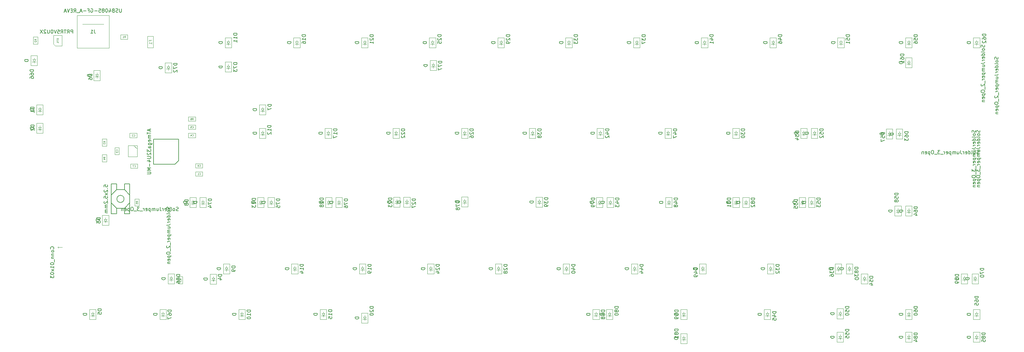
<source format=gbr>
G04 #@! TF.GenerationSoftware,KiCad,Pcbnew,(5.1.6-0-10_14)*
G04 #@! TF.CreationDate,2020-10-11T16:31:34+09:00*
G04 #@! TF.ProjectId,Jones,4a6f6e65-732e-46b6-9963-61645f706362,v.0.2*
G04 #@! TF.SameCoordinates,Original*
G04 #@! TF.FileFunction,Other,Fab,Bot*
%FSLAX46Y46*%
G04 Gerber Fmt 4.6, Leading zero omitted, Abs format (unit mm)*
G04 Created by KiCad (PCBNEW (5.1.6-0-10_14)) date 2020-10-11 16:31:34*
%MOMM*%
%LPD*%
G01*
G04 APERTURE LIST*
%ADD10C,0.100000*%
%ADD11C,0.150000*%
%ADD12C,0.080000*%
%ADD13C,0.075000*%
%ADD14C,0.120000*%
G04 APERTURE END LIST*
D10*
X25250000Y-25650040D02*
X24050000Y-25650040D01*
X24050000Y-25650040D02*
X24050000Y-27650040D01*
X24050000Y-27650040D02*
X25250000Y-27650040D01*
X25250000Y-27650040D02*
X25250000Y-25650040D01*
X29650000Y-27650040D02*
X30150000Y-28150040D01*
X30150000Y-28150040D02*
X32050000Y-28150040D01*
X29650000Y-25150040D02*
X29650000Y-27650040D01*
X32050000Y-25150040D02*
X29650000Y-25150040D01*
X32050000Y-28150040D02*
X32050000Y-25150040D01*
X50600000Y-56050040D02*
X53100000Y-56050040D01*
X53100000Y-56050040D02*
X53100000Y-59250040D01*
X53100000Y-59250040D02*
X50600000Y-59250040D01*
X50600000Y-59250040D02*
X50600000Y-56050040D01*
X52100000Y-56050040D02*
X53100000Y-57050040D01*
X53050000Y-53850040D02*
X53050000Y-52650040D01*
X53050000Y-52650040D02*
X51050000Y-52650040D01*
X51050000Y-52650040D02*
X51050000Y-53850040D01*
X51050000Y-53850040D02*
X53050000Y-53850040D01*
X46850000Y-58650040D02*
X48050000Y-58650040D01*
X48050000Y-58650040D02*
X48050000Y-56650040D01*
X48050000Y-56650040D02*
X46850000Y-56650040D01*
X46850000Y-56650040D02*
X46850000Y-58650040D01*
X53250000Y-61250040D02*
X51250000Y-61250040D01*
X53250000Y-62450040D02*
X53250000Y-61250040D01*
X51250000Y-62450040D02*
X53250000Y-62450040D01*
X51250000Y-61250040D02*
X51250000Y-62450040D01*
X107550000Y-54050040D02*
X107550000Y-51250040D01*
X107550000Y-51250040D02*
X105750000Y-51250040D01*
X105750000Y-51250040D02*
X105750000Y-54050040D01*
X105750000Y-54050040D02*
X107550000Y-54050040D01*
X106650000Y-53400040D02*
X106650000Y-53000040D01*
X106650000Y-53000040D02*
X107200000Y-53000040D01*
X106650000Y-53000040D02*
X106100000Y-53000040D01*
X106650000Y-53000040D02*
X107050000Y-52400040D01*
X107050000Y-52400040D02*
X106250000Y-52400040D01*
X106250000Y-52400040D02*
X106650000Y-53000040D01*
X106650000Y-52400040D02*
X106650000Y-51900040D01*
X26750000Y-47450040D02*
X26750000Y-44650040D01*
X26750000Y-44650040D02*
X24950000Y-44650040D01*
X24950000Y-44650040D02*
X24950000Y-47450040D01*
X24950000Y-47450040D02*
X26750000Y-47450040D01*
X25850000Y-46800040D02*
X25850000Y-46400040D01*
X25850000Y-46400040D02*
X26400000Y-46400040D01*
X25850000Y-46400040D02*
X25300000Y-46400040D01*
X25850000Y-46400040D02*
X26250000Y-45800040D01*
X26250000Y-45800040D02*
X25450000Y-45800040D01*
X25450000Y-45800040D02*
X25850000Y-46400040D01*
X25850000Y-45800040D02*
X25850000Y-45300040D01*
X42750000Y-37850040D02*
X42750000Y-35050040D01*
X42750000Y-35050040D02*
X40950000Y-35050040D01*
X40950000Y-35050040D02*
X40950000Y-37850040D01*
X40950000Y-37850040D02*
X42750000Y-37850040D01*
X41850000Y-37200040D02*
X41850000Y-36800040D01*
X41850000Y-36800040D02*
X42400000Y-36800040D01*
X41850000Y-36800040D02*
X41300000Y-36800040D01*
X41850000Y-36800040D02*
X42250000Y-36200040D01*
X42250000Y-36200040D02*
X41450000Y-36200040D01*
X41450000Y-36200040D02*
X41850000Y-36800040D01*
X41850000Y-36200040D02*
X41850000Y-35700040D01*
X79550000Y-28650040D02*
X79550000Y-25850040D01*
X79550000Y-25850040D02*
X77750000Y-25850040D01*
X77750000Y-25850040D02*
X77750000Y-28650040D01*
X77750000Y-28650040D02*
X79550000Y-28650040D01*
X78650000Y-28000040D02*
X78650000Y-27600040D01*
X78650000Y-27600040D02*
X79200000Y-27600040D01*
X78650000Y-27600040D02*
X78100000Y-27600040D01*
X78650000Y-27600040D02*
X79050000Y-27000040D01*
X79050000Y-27000040D02*
X78250000Y-27000040D01*
X78250000Y-27000040D02*
X78650000Y-27600040D01*
X78650000Y-27000040D02*
X78650000Y-26500040D01*
X98750000Y-28650040D02*
X98750000Y-25850040D01*
X98750000Y-25850040D02*
X96950000Y-25850040D01*
X96950000Y-25850040D02*
X96950000Y-28650040D01*
X96950000Y-28650040D02*
X98750000Y-28650040D01*
X97850000Y-28000040D02*
X97850000Y-27600040D01*
X97850000Y-27600040D02*
X98400000Y-27600040D01*
X97850000Y-27600040D02*
X97300000Y-27600040D01*
X97850000Y-27600040D02*
X98250000Y-27000040D01*
X98250000Y-27000040D02*
X97450000Y-27000040D01*
X97450000Y-27000040D02*
X97850000Y-27600040D01*
X97850000Y-27000040D02*
X97850000Y-26500040D01*
X117750000Y-28650040D02*
X117750000Y-25850040D01*
X117750000Y-25850040D02*
X115950000Y-25850040D01*
X115950000Y-25850040D02*
X115950000Y-28650040D01*
X115950000Y-28650040D02*
X117750000Y-28650040D01*
X116850000Y-28000040D02*
X116850000Y-27600040D01*
X116850000Y-27600040D02*
X117400000Y-27600040D01*
X116850000Y-27600040D02*
X116300000Y-27600040D01*
X116850000Y-27600040D02*
X117250000Y-27000040D01*
X117250000Y-27000040D02*
X116450000Y-27000040D01*
X116450000Y-27000040D02*
X116850000Y-27600040D01*
X116850000Y-27000040D02*
X116850000Y-26500040D01*
X136750000Y-28650040D02*
X136750000Y-25850040D01*
X136750000Y-25850040D02*
X134950000Y-25850040D01*
X134950000Y-25850040D02*
X134950000Y-28650040D01*
X134950000Y-28650040D02*
X136750000Y-28650040D01*
X135850000Y-28000040D02*
X135850000Y-27600040D01*
X135850000Y-27600040D02*
X136400000Y-27600040D01*
X135850000Y-27600040D02*
X135300000Y-27600040D01*
X135850000Y-27600040D02*
X136250000Y-27000040D01*
X136250000Y-27000040D02*
X135450000Y-27000040D01*
X135450000Y-27000040D02*
X135850000Y-27600040D01*
X135850000Y-27000040D02*
X135850000Y-26500040D01*
X155950000Y-28650040D02*
X155950000Y-25850040D01*
X155950000Y-25850040D02*
X154150000Y-25850040D01*
X154150000Y-25850040D02*
X154150000Y-28650040D01*
X154150000Y-28650040D02*
X155950000Y-28650040D01*
X155050000Y-28000040D02*
X155050000Y-27600040D01*
X155050000Y-27600040D02*
X155600000Y-27600040D01*
X155050000Y-27600040D02*
X154500000Y-27600040D01*
X155050000Y-27600040D02*
X155450000Y-27000040D01*
X155450000Y-27000040D02*
X154650000Y-27000040D01*
X154650000Y-27000040D02*
X155050000Y-27600040D01*
X155050000Y-27000040D02*
X155050000Y-26500040D01*
X174950000Y-28650040D02*
X174950000Y-25850040D01*
X174950000Y-25850040D02*
X173150000Y-25850040D01*
X173150000Y-25850040D02*
X173150000Y-28650040D01*
X173150000Y-28650040D02*
X174950000Y-28650040D01*
X174050000Y-28000040D02*
X174050000Y-27600040D01*
X174050000Y-27600040D02*
X174600000Y-27600040D01*
X174050000Y-27600040D02*
X173500000Y-27600040D01*
X174050000Y-27600040D02*
X174450000Y-27000040D01*
X174450000Y-27000040D02*
X173650000Y-27000040D01*
X173650000Y-27000040D02*
X174050000Y-27600040D01*
X174050000Y-27000040D02*
X174050000Y-26500040D01*
X193950000Y-28650040D02*
X193950000Y-25850040D01*
X193950000Y-25850040D02*
X192150000Y-25850040D01*
X192150000Y-25850040D02*
X192150000Y-28650040D01*
X192150000Y-28650040D02*
X193950000Y-28650040D01*
X193050000Y-28000040D02*
X193050000Y-27600040D01*
X193050000Y-27600040D02*
X193600000Y-27600040D01*
X193050000Y-27600040D02*
X192500000Y-27600040D01*
X193050000Y-27600040D02*
X193450000Y-27000040D01*
X193450000Y-27000040D02*
X192650000Y-27000040D01*
X192650000Y-27000040D02*
X193050000Y-27600040D01*
X193050000Y-27000040D02*
X193050000Y-26500040D01*
X212950000Y-28650040D02*
X212950000Y-25850040D01*
X212950000Y-25850040D02*
X211150000Y-25850040D01*
X211150000Y-25850040D02*
X211150000Y-28650040D01*
X211150000Y-28650040D02*
X212950000Y-28650040D01*
X212050000Y-28000040D02*
X212050000Y-27600040D01*
X212050000Y-27600040D02*
X212600000Y-27600040D01*
X212050000Y-27600040D02*
X211500000Y-27600040D01*
X212050000Y-27600040D02*
X212450000Y-27000040D01*
X212450000Y-27000040D02*
X211650000Y-27000040D01*
X211650000Y-27000040D02*
X212050000Y-27600040D01*
X212050000Y-27000040D02*
X212050000Y-26500040D01*
X232150000Y-28650040D02*
X232150000Y-25850040D01*
X232150000Y-25850040D02*
X230350000Y-25850040D01*
X230350000Y-25850040D02*
X230350000Y-28650040D01*
X230350000Y-28650040D02*
X232150000Y-28650040D01*
X231250000Y-28000040D02*
X231250000Y-27600040D01*
X231250000Y-27600040D02*
X231800000Y-27600040D01*
X231250000Y-27600040D02*
X230700000Y-27600040D01*
X231250000Y-27600040D02*
X231650000Y-27000040D01*
X231650000Y-27000040D02*
X230850000Y-27000040D01*
X230850000Y-27000040D02*
X231250000Y-27600040D01*
X231250000Y-27000040D02*
X231250000Y-26500040D01*
X251150000Y-28650040D02*
X251150000Y-25850040D01*
X251150000Y-25850040D02*
X249350000Y-25850040D01*
X249350000Y-25850040D02*
X249350000Y-28650040D01*
X249350000Y-28650040D02*
X251150000Y-28650040D01*
X250250000Y-28000040D02*
X250250000Y-27600040D01*
X250250000Y-27600040D02*
X250800000Y-27600040D01*
X250250000Y-27600040D02*
X249700000Y-27600040D01*
X250250000Y-27600040D02*
X250650000Y-27000040D01*
X250650000Y-27000040D02*
X249850000Y-27000040D01*
X249850000Y-27000040D02*
X250250000Y-27600040D01*
X250250000Y-27000040D02*
X250250000Y-26500040D01*
X270150000Y-28650040D02*
X270150000Y-25850040D01*
X270150000Y-25850040D02*
X268350000Y-25850040D01*
X268350000Y-25850040D02*
X268350000Y-28650040D01*
X268350000Y-28650040D02*
X270150000Y-28650040D01*
X269250000Y-28000040D02*
X269250000Y-27600040D01*
X269250000Y-27600040D02*
X269800000Y-27600040D01*
X269250000Y-27600040D02*
X268700000Y-27600040D01*
X269250000Y-27600040D02*
X269650000Y-27000040D01*
X269650000Y-27000040D02*
X268850000Y-27000040D01*
X268850000Y-27000040D02*
X269250000Y-27600040D01*
X269250000Y-27000040D02*
X269250000Y-26500040D01*
X270150000Y-34250040D02*
X270150000Y-31450040D01*
X270150000Y-31450040D02*
X268350000Y-31450040D01*
X268350000Y-31450040D02*
X268350000Y-34250040D01*
X268350000Y-34250040D02*
X270150000Y-34250040D01*
X269250000Y-33600040D02*
X269250000Y-33200040D01*
X269250000Y-33200040D02*
X269800000Y-33200040D01*
X269250000Y-33200040D02*
X268700000Y-33200040D01*
X269250000Y-33200040D02*
X269650000Y-32600040D01*
X269650000Y-32600040D02*
X268850000Y-32600040D01*
X268850000Y-32600040D02*
X269250000Y-33200040D01*
X269250000Y-32600040D02*
X269250000Y-32100040D01*
X267150000Y-75850040D02*
X267150000Y-73050040D01*
X267150000Y-73050040D02*
X265350000Y-73050040D01*
X265350000Y-73050040D02*
X265350000Y-75850040D01*
X265350000Y-75850040D02*
X267150000Y-75850040D01*
X266250000Y-75200040D02*
X266250000Y-74800040D01*
X266250000Y-74800040D02*
X266800000Y-74800040D01*
X266250000Y-74800040D02*
X265700000Y-74800040D01*
X266250000Y-74800040D02*
X266650000Y-74200040D01*
X266650000Y-74200040D02*
X265850000Y-74200040D01*
X265850000Y-74200040D02*
X266250000Y-74800040D01*
X266250000Y-74200040D02*
X266250000Y-73700040D01*
X25850000Y-51000040D02*
X25850000Y-50500040D01*
X25450000Y-51000040D02*
X25850000Y-51600040D01*
X26250000Y-51000040D02*
X25450000Y-51000040D01*
X25850000Y-51600040D02*
X26250000Y-51000040D01*
X25850000Y-51600040D02*
X25300000Y-51600040D01*
X25850000Y-51600040D02*
X26400000Y-51600040D01*
X25850000Y-52000040D02*
X25850000Y-51600040D01*
X24950000Y-52650040D02*
X26750000Y-52650040D01*
X24950000Y-49850040D02*
X24950000Y-52650040D01*
X26750000Y-49850040D02*
X24950000Y-49850040D01*
X26750000Y-52650040D02*
X26750000Y-49850040D01*
X88250000Y-45800040D02*
X88250000Y-45300040D01*
X87850000Y-45800040D02*
X88250000Y-46400040D01*
X88650000Y-45800040D02*
X87850000Y-45800040D01*
X88250000Y-46400040D02*
X88650000Y-45800040D01*
X88250000Y-46400040D02*
X87700000Y-46400040D01*
X88250000Y-46400040D02*
X88800000Y-46400040D01*
X88250000Y-46800040D02*
X88250000Y-46400040D01*
X87350000Y-47450040D02*
X89150000Y-47450040D01*
X87350000Y-44650040D02*
X87350000Y-47450040D01*
X89150000Y-44650040D02*
X87350000Y-44650040D01*
X89150000Y-47450040D02*
X89150000Y-44650040D01*
X89150000Y-54050040D02*
X89150000Y-51250040D01*
X89150000Y-51250040D02*
X87350000Y-51250040D01*
X87350000Y-51250040D02*
X87350000Y-54050040D01*
X87350000Y-54050040D02*
X89150000Y-54050040D01*
X88250000Y-53400040D02*
X88250000Y-53000040D01*
X88250000Y-53000040D02*
X88800000Y-53000040D01*
X88250000Y-53000040D02*
X87700000Y-53000040D01*
X88250000Y-53000040D02*
X88650000Y-52400040D01*
X88650000Y-52400040D02*
X87850000Y-52400040D01*
X87850000Y-52400040D02*
X88250000Y-53000040D01*
X88250000Y-52400040D02*
X88250000Y-51900040D01*
X125650000Y-52400040D02*
X125650000Y-51900040D01*
X125250000Y-52400040D02*
X125650000Y-53000040D01*
X126050000Y-52400040D02*
X125250000Y-52400040D01*
X125650000Y-53000040D02*
X126050000Y-52400040D01*
X125650000Y-53000040D02*
X125100000Y-53000040D01*
X125650000Y-53000040D02*
X126200000Y-53000040D01*
X125650000Y-53400040D02*
X125650000Y-53000040D01*
X124750000Y-54050040D02*
X126550000Y-54050040D01*
X124750000Y-51250040D02*
X124750000Y-54050040D01*
X126550000Y-51250040D02*
X124750000Y-51250040D01*
X126550000Y-54050040D02*
X126550000Y-51250040D01*
X145750000Y-54050040D02*
X145750000Y-51250040D01*
X145750000Y-51250040D02*
X143950000Y-51250040D01*
X143950000Y-51250040D02*
X143950000Y-54050040D01*
X143950000Y-54050040D02*
X145750000Y-54050040D01*
X144850000Y-53400040D02*
X144850000Y-53000040D01*
X144850000Y-53000040D02*
X145400000Y-53000040D01*
X144850000Y-53000040D02*
X144300000Y-53000040D01*
X144850000Y-53000040D02*
X145250000Y-52400040D01*
X145250000Y-52400040D02*
X144450000Y-52400040D01*
X144450000Y-52400040D02*
X144850000Y-53000040D01*
X144850000Y-52400040D02*
X144850000Y-51900040D01*
X220850000Y-52400040D02*
X220850000Y-51900040D01*
X220450000Y-52400040D02*
X220850000Y-53000040D01*
X221250000Y-52400040D02*
X220450000Y-52400040D01*
X220850000Y-53000040D02*
X221250000Y-52400040D01*
X220850000Y-53000040D02*
X220300000Y-53000040D01*
X220850000Y-53000040D02*
X221400000Y-53000040D01*
X220850000Y-53400040D02*
X220850000Y-53000040D01*
X219950000Y-54050040D02*
X221750000Y-54050040D01*
X219950000Y-51250040D02*
X219950000Y-54050040D01*
X221750000Y-51250040D02*
X219950000Y-51250040D01*
X221750000Y-54050040D02*
X221750000Y-51250040D01*
X239850000Y-52400040D02*
X239850000Y-51900040D01*
X239450000Y-52400040D02*
X239850000Y-53000040D01*
X240250000Y-52400040D02*
X239450000Y-52400040D01*
X239850000Y-53000040D02*
X240250000Y-52400040D01*
X239850000Y-53000040D02*
X239300000Y-53000040D01*
X239850000Y-53000040D02*
X240400000Y-53000040D01*
X239850000Y-53400040D02*
X239850000Y-53000040D01*
X238950000Y-54050040D02*
X240750000Y-54050040D01*
X238950000Y-51250040D02*
X238950000Y-54050040D01*
X240750000Y-51250040D02*
X238950000Y-51250040D01*
X240750000Y-54050040D02*
X240750000Y-51250040D01*
X164750000Y-54050040D02*
X164750000Y-51250040D01*
X164750000Y-51250040D02*
X162950000Y-51250040D01*
X162950000Y-51250040D02*
X162950000Y-54050040D01*
X162950000Y-54050040D02*
X164750000Y-54050040D01*
X163850000Y-53400040D02*
X163850000Y-53000040D01*
X163850000Y-53000040D02*
X164400000Y-53000040D01*
X163850000Y-53000040D02*
X163300000Y-53000040D01*
X163850000Y-53000040D02*
X164250000Y-52400040D01*
X164250000Y-52400040D02*
X163450000Y-52400040D01*
X163450000Y-52400040D02*
X163850000Y-53000040D01*
X163850000Y-52400040D02*
X163850000Y-51900040D01*
X183750000Y-54050040D02*
X183750000Y-51250040D01*
X183750000Y-51250040D02*
X181950000Y-51250040D01*
X181950000Y-51250040D02*
X181950000Y-54050040D01*
X181950000Y-54050040D02*
X183750000Y-54050040D01*
X182850000Y-53400040D02*
X182850000Y-53000040D01*
X182850000Y-53000040D02*
X183400000Y-53000040D01*
X182850000Y-53000040D02*
X182300000Y-53000040D01*
X182850000Y-53000040D02*
X183250000Y-52400040D01*
X183250000Y-52400040D02*
X182450000Y-52400040D01*
X182450000Y-52400040D02*
X182850000Y-53000040D01*
X182850000Y-52400040D02*
X182850000Y-51900040D01*
X202750000Y-54050040D02*
X202750000Y-51250040D01*
X202750000Y-51250040D02*
X200950000Y-51250040D01*
X200950000Y-51250040D02*
X200950000Y-54050040D01*
X200950000Y-54050040D02*
X202750000Y-54050040D01*
X201850000Y-53400040D02*
X201850000Y-53000040D01*
X201850000Y-53000040D02*
X202400000Y-53000040D01*
X201850000Y-53000040D02*
X201300000Y-53000040D01*
X201850000Y-53000040D02*
X202250000Y-52400040D01*
X202250000Y-52400040D02*
X201450000Y-52400040D01*
X201450000Y-52400040D02*
X201850000Y-53000040D01*
X201850000Y-52400040D02*
X201850000Y-51900040D01*
X243750000Y-54050040D02*
X243750000Y-51250040D01*
X243750000Y-51250040D02*
X241950000Y-51250040D01*
X241950000Y-51250040D02*
X241950000Y-54050040D01*
X241950000Y-54050040D02*
X243750000Y-54050040D01*
X242850000Y-53400040D02*
X242850000Y-53000040D01*
X242850000Y-53000040D02*
X243400000Y-53000040D01*
X242850000Y-53000040D02*
X242300000Y-53000040D01*
X242850000Y-53000040D02*
X243250000Y-52400040D01*
X243250000Y-52400040D02*
X242450000Y-52400040D01*
X242450000Y-52400040D02*
X242850000Y-53000040D01*
X242850000Y-52400040D02*
X242850000Y-51900040D01*
X264750000Y-54250040D02*
X264750000Y-51450040D01*
X264750000Y-51450040D02*
X262950000Y-51450040D01*
X262950000Y-51450040D02*
X262950000Y-54250040D01*
X262950000Y-54250040D02*
X264750000Y-54250040D01*
X263850000Y-53600040D02*
X263850000Y-53200040D01*
X263850000Y-53200040D02*
X264400000Y-53200040D01*
X263850000Y-53200040D02*
X263300000Y-53200040D01*
X263850000Y-53200040D02*
X264250000Y-52600040D01*
X264250000Y-52600040D02*
X263450000Y-52600040D01*
X263450000Y-52600040D02*
X263850000Y-53200040D01*
X263850000Y-52600040D02*
X263850000Y-52100040D01*
X289150000Y-28650040D02*
X289150000Y-25850040D01*
X289150000Y-25850040D02*
X287350000Y-25850040D01*
X287350000Y-25850040D02*
X287350000Y-28650040D01*
X287350000Y-28650040D02*
X289150000Y-28650040D01*
X288250000Y-28000040D02*
X288250000Y-27600040D01*
X288250000Y-27600040D02*
X288800000Y-27600040D01*
X288250000Y-27600040D02*
X287700000Y-27600040D01*
X288250000Y-27600040D02*
X288650000Y-27000040D01*
X288650000Y-27000040D02*
X287850000Y-27000040D01*
X287850000Y-27000040D02*
X288250000Y-27600040D01*
X288250000Y-27000040D02*
X288250000Y-26500040D01*
X45150000Y-78450040D02*
X45150000Y-75650040D01*
X45150000Y-75650040D02*
X43350000Y-75650040D01*
X43350000Y-75650040D02*
X43350000Y-78450040D01*
X43350000Y-78450040D02*
X45150000Y-78450040D01*
X44250000Y-77800040D02*
X44250000Y-77400040D01*
X44250000Y-77400040D02*
X44800000Y-77400040D01*
X44250000Y-77400040D02*
X43700000Y-77400040D01*
X44250000Y-77400040D02*
X44650000Y-76800040D01*
X44650000Y-76800040D02*
X43850000Y-76800040D01*
X43850000Y-76800040D02*
X44250000Y-77400040D01*
X44250000Y-76800040D02*
X44250000Y-76300040D01*
X69650000Y-73450040D02*
X69650000Y-70650040D01*
X69650000Y-70650040D02*
X67850000Y-70650040D01*
X67850000Y-70650040D02*
X67850000Y-73450040D01*
X67850000Y-73450040D02*
X69650000Y-73450040D01*
X68750000Y-72800040D02*
X68750000Y-72400040D01*
X68750000Y-72400040D02*
X69300000Y-72400040D01*
X68750000Y-72400040D02*
X68200000Y-72400040D01*
X68750000Y-72400040D02*
X69150000Y-71800040D01*
X69150000Y-71800040D02*
X68350000Y-71800040D01*
X68350000Y-71800040D02*
X68750000Y-72400040D01*
X68750000Y-71800040D02*
X68750000Y-71300040D01*
X88650000Y-73450040D02*
X88650000Y-70650040D01*
X88650000Y-70650040D02*
X86850000Y-70650040D01*
X86850000Y-70650040D02*
X86850000Y-73450040D01*
X86850000Y-73450040D02*
X88650000Y-73450040D01*
X87750000Y-72800040D02*
X87750000Y-72400040D01*
X87750000Y-72400040D02*
X88300000Y-72400040D01*
X87750000Y-72400040D02*
X87200000Y-72400040D01*
X87750000Y-72400040D02*
X88150000Y-71800040D01*
X88150000Y-71800040D02*
X87350000Y-71800040D01*
X87350000Y-71800040D02*
X87750000Y-72400040D01*
X87750000Y-71800040D02*
X87750000Y-71300040D01*
X107650000Y-73450040D02*
X107650000Y-70650040D01*
X107650000Y-70650040D02*
X105850000Y-70650040D01*
X105850000Y-70650040D02*
X105850000Y-73450040D01*
X105850000Y-73450040D02*
X107650000Y-73450040D01*
X106750000Y-72800040D02*
X106750000Y-72400040D01*
X106750000Y-72400040D02*
X107300000Y-72400040D01*
X106750000Y-72400040D02*
X106200000Y-72400040D01*
X106750000Y-72400040D02*
X107150000Y-71800040D01*
X107150000Y-71800040D02*
X106350000Y-71800040D01*
X106350000Y-71800040D02*
X106750000Y-72400040D01*
X106750000Y-71800040D02*
X106750000Y-71300040D01*
X125850000Y-71700040D02*
X125850000Y-71200040D01*
X125450000Y-71700040D02*
X125850000Y-72300040D01*
X126250000Y-71700040D02*
X125450000Y-71700040D01*
X125850000Y-72300040D02*
X126250000Y-71700040D01*
X125850000Y-72300040D02*
X125300000Y-72300040D01*
X125850000Y-72300040D02*
X126400000Y-72300040D01*
X125850000Y-72700040D02*
X125850000Y-72300040D01*
X124950000Y-73350040D02*
X126750000Y-73350040D01*
X124950000Y-70550040D02*
X124950000Y-73350040D01*
X126750000Y-70550040D02*
X124950000Y-70550040D01*
X126750000Y-73350040D02*
X126750000Y-70550040D01*
X128650000Y-71700040D02*
X128650000Y-71200040D01*
X128250000Y-71700040D02*
X128650000Y-72300040D01*
X129050000Y-71700040D02*
X128250000Y-71700040D01*
X128650000Y-72300040D02*
X129050000Y-71700040D01*
X128650000Y-72300040D02*
X128100000Y-72300040D01*
X128650000Y-72300040D02*
X129200000Y-72300040D01*
X128650000Y-72700040D02*
X128650000Y-72300040D01*
X127750000Y-73350040D02*
X129550000Y-73350040D01*
X127750000Y-70550040D02*
X127750000Y-73350040D01*
X129550000Y-70550040D02*
X127750000Y-70550040D01*
X129550000Y-73350040D02*
X129550000Y-70550040D01*
X220850000Y-71800040D02*
X220850000Y-71300040D01*
X220450000Y-71800040D02*
X220850000Y-72400040D01*
X221250000Y-71800040D02*
X220450000Y-71800040D01*
X220850000Y-72400040D02*
X221250000Y-71800040D01*
X220850000Y-72400040D02*
X220300000Y-72400040D01*
X220850000Y-72400040D02*
X221400000Y-72400040D01*
X220850000Y-72800040D02*
X220850000Y-72400040D01*
X219950000Y-73450040D02*
X221750000Y-73450040D01*
X219950000Y-70650040D02*
X219950000Y-73450040D01*
X221750000Y-70650040D02*
X219950000Y-70650040D01*
X221750000Y-73450040D02*
X221750000Y-70650040D01*
X239450000Y-71800040D02*
X239450000Y-71300040D01*
X239050000Y-71800040D02*
X239450000Y-72400040D01*
X239850000Y-71800040D02*
X239050000Y-71800040D01*
X239450000Y-72400040D02*
X239850000Y-71800040D01*
X239450000Y-72400040D02*
X238900000Y-72400040D01*
X239450000Y-72400040D02*
X240000000Y-72400040D01*
X239450000Y-72800040D02*
X239450000Y-72400040D01*
X238550000Y-73450040D02*
X240350000Y-73450040D01*
X238550000Y-70650040D02*
X238550000Y-73450040D01*
X240350000Y-70650040D02*
X238550000Y-70650040D01*
X240350000Y-73450040D02*
X240350000Y-70650040D01*
X165750000Y-71700040D02*
X165750000Y-71200040D01*
X165350000Y-71700040D02*
X165750000Y-72300040D01*
X166150000Y-71700040D02*
X165350000Y-71700040D01*
X165750000Y-72300040D02*
X166150000Y-71700040D01*
X165750000Y-72300040D02*
X165200000Y-72300040D01*
X165750000Y-72300040D02*
X166300000Y-72300040D01*
X165750000Y-72700040D02*
X165750000Y-72300040D01*
X164850000Y-73350040D02*
X166650000Y-73350040D01*
X164850000Y-70550040D02*
X164850000Y-73350040D01*
X166650000Y-70550040D02*
X164850000Y-70550040D01*
X166650000Y-73350040D02*
X166650000Y-70550040D01*
X185650000Y-71800040D02*
X185650000Y-71300040D01*
X185250000Y-71800040D02*
X185650000Y-72400040D01*
X186050000Y-71800040D02*
X185250000Y-71800040D01*
X185650000Y-72400040D02*
X186050000Y-71800040D01*
X185650000Y-72400040D02*
X185100000Y-72400040D01*
X185650000Y-72400040D02*
X186200000Y-72400040D01*
X185650000Y-72800040D02*
X185650000Y-72400040D01*
X184750000Y-73450040D02*
X186550000Y-73450040D01*
X184750000Y-70650040D02*
X184750000Y-73450040D01*
X186550000Y-70650040D02*
X184750000Y-70650040D01*
X186550000Y-73450040D02*
X186550000Y-70650040D01*
X202050000Y-71800040D02*
X202050000Y-71300040D01*
X201650000Y-71800040D02*
X202050000Y-72400040D01*
X202450000Y-71800040D02*
X201650000Y-71800040D01*
X202050000Y-72400040D02*
X202450000Y-71800040D01*
X202050000Y-72400040D02*
X201500000Y-72400040D01*
X202050000Y-72400040D02*
X202600000Y-72400040D01*
X202050000Y-72800040D02*
X202050000Y-72400040D01*
X201150000Y-73450040D02*
X202950000Y-73450040D01*
X201150000Y-70650040D02*
X201150000Y-73450040D01*
X202950000Y-70650040D02*
X201150000Y-70650040D01*
X202950000Y-73450040D02*
X202950000Y-70650040D01*
X242050000Y-71800040D02*
X242050000Y-71300040D01*
X241650000Y-71800040D02*
X242050000Y-72400040D01*
X242450000Y-71800040D02*
X241650000Y-71800040D01*
X242050000Y-72400040D02*
X242450000Y-71800040D01*
X242050000Y-72400040D02*
X241500000Y-72400040D01*
X242050000Y-72400040D02*
X242600000Y-72400040D01*
X242050000Y-72800040D02*
X242050000Y-72400040D01*
X241150000Y-73450040D02*
X242950000Y-73450040D01*
X241150000Y-70650040D02*
X241150000Y-73450040D01*
X242950000Y-70650040D02*
X241150000Y-70650040D01*
X242950000Y-73450040D02*
X242950000Y-70650040D01*
X266650000Y-52600040D02*
X266650000Y-52100040D01*
X266250000Y-52600040D02*
X266650000Y-53200040D01*
X267050000Y-52600040D02*
X266250000Y-52600040D01*
X266650000Y-53200040D02*
X267050000Y-52600040D01*
X266650000Y-53200040D02*
X266100000Y-53200040D01*
X266650000Y-53200040D02*
X267200000Y-53200040D01*
X266650000Y-53600040D02*
X266650000Y-53200040D01*
X265750000Y-54250040D02*
X267550000Y-54250040D01*
X265750000Y-51450040D02*
X265750000Y-54250040D01*
X267550000Y-51450040D02*
X265750000Y-51450040D01*
X267550000Y-54250040D02*
X267550000Y-51450040D01*
X74450000Y-93300040D02*
X74450000Y-92800040D01*
X74050000Y-93300040D02*
X74450000Y-93900040D01*
X74850000Y-93300040D02*
X74050000Y-93300040D01*
X74450000Y-93900040D02*
X74850000Y-93300040D01*
X74450000Y-93900040D02*
X73900000Y-93900040D01*
X74450000Y-93900040D02*
X75000000Y-93900040D01*
X74450000Y-94300040D02*
X74450000Y-93900040D01*
X73550000Y-94950040D02*
X75350000Y-94950040D01*
X73550000Y-92150040D02*
X73550000Y-94950040D01*
X75350000Y-92150040D02*
X73550000Y-92150040D01*
X75350000Y-94950040D02*
X75350000Y-92150040D01*
X78150000Y-90400040D02*
X78150000Y-89900040D01*
X77750000Y-90400040D02*
X78150000Y-91000040D01*
X78550000Y-90400040D02*
X77750000Y-90400040D01*
X78150000Y-91000040D02*
X78550000Y-90400040D01*
X78150000Y-91000040D02*
X77600000Y-91000040D01*
X78150000Y-91000040D02*
X78700000Y-91000040D01*
X78150000Y-91400040D02*
X78150000Y-91000040D01*
X77250000Y-92050040D02*
X79050000Y-92050040D01*
X77250000Y-89250040D02*
X77250000Y-92050040D01*
X79050000Y-89250040D02*
X77250000Y-89250040D01*
X79050000Y-92050040D02*
X79050000Y-89250040D01*
X97250000Y-90400040D02*
X97250000Y-89900040D01*
X96850000Y-90400040D02*
X97250000Y-91000040D01*
X97650000Y-90400040D02*
X96850000Y-90400040D01*
X97250000Y-91000040D02*
X97650000Y-90400040D01*
X97250000Y-91000040D02*
X96700000Y-91000040D01*
X97250000Y-91000040D02*
X97800000Y-91000040D01*
X97250000Y-91400040D02*
X97250000Y-91000040D01*
X96350000Y-92050040D02*
X98150000Y-92050040D01*
X96350000Y-89250040D02*
X96350000Y-92050040D01*
X98150000Y-89250040D02*
X96350000Y-89250040D01*
X98150000Y-92050040D02*
X98150000Y-89250040D01*
X116250000Y-90400040D02*
X116250000Y-89900040D01*
X115850000Y-90400040D02*
X116250000Y-91000040D01*
X116650000Y-90400040D02*
X115850000Y-90400040D01*
X116250000Y-91000040D02*
X116650000Y-90400040D01*
X116250000Y-91000040D02*
X115700000Y-91000040D01*
X116250000Y-91000040D02*
X116800000Y-91000040D01*
X116250000Y-91400040D02*
X116250000Y-91000040D01*
X115350000Y-92050040D02*
X117150000Y-92050040D01*
X115350000Y-89250040D02*
X115350000Y-92050040D01*
X117150000Y-89250040D02*
X115350000Y-89250040D01*
X117150000Y-92050040D02*
X117150000Y-89250040D01*
X135350000Y-90400040D02*
X135350000Y-89900040D01*
X134950000Y-90400040D02*
X135350000Y-91000040D01*
X135750000Y-90400040D02*
X134950000Y-90400040D01*
X135350000Y-91000040D02*
X135750000Y-90400040D01*
X135350000Y-91000040D02*
X134800000Y-91000040D01*
X135350000Y-91000040D02*
X135900000Y-91000040D01*
X135350000Y-91400040D02*
X135350000Y-91000040D01*
X134450000Y-92050040D02*
X136250000Y-92050040D01*
X134450000Y-89250040D02*
X134450000Y-92050040D01*
X136250000Y-89250040D02*
X134450000Y-89250040D01*
X136250000Y-92050040D02*
X136250000Y-89250040D01*
X154350000Y-90400040D02*
X154350000Y-89900040D01*
X153950000Y-90400040D02*
X154350000Y-91000040D01*
X154750000Y-90400040D02*
X153950000Y-90400040D01*
X154350000Y-91000040D02*
X154750000Y-90400040D01*
X154350000Y-91000040D02*
X153800000Y-91000040D01*
X154350000Y-91000040D02*
X154900000Y-91000040D01*
X154350000Y-91400040D02*
X154350000Y-91000040D01*
X153450000Y-92050040D02*
X155250000Y-92050040D01*
X153450000Y-89250040D02*
X153450000Y-92050040D01*
X155250000Y-89250040D02*
X153450000Y-89250040D01*
X155250000Y-92050040D02*
X155250000Y-89250040D01*
X230550000Y-90400040D02*
X230550000Y-89900040D01*
X230150000Y-90400040D02*
X230550000Y-91000040D01*
X230950000Y-90400040D02*
X230150000Y-90400040D01*
X230550000Y-91000040D02*
X230950000Y-90400040D01*
X230550000Y-91000040D02*
X230000000Y-91000040D01*
X230550000Y-91000040D02*
X231100000Y-91000040D01*
X230550000Y-91400040D02*
X230550000Y-91000040D01*
X229650000Y-92050040D02*
X231450000Y-92050040D01*
X229650000Y-89250040D02*
X229650000Y-92050040D01*
X231450000Y-89250040D02*
X229650000Y-89250040D01*
X231450000Y-92050040D02*
X231450000Y-89250040D01*
X249550000Y-90400040D02*
X249550000Y-89900040D01*
X249150000Y-90400040D02*
X249550000Y-91000040D01*
X249950000Y-90400040D02*
X249150000Y-90400040D01*
X249550000Y-91000040D02*
X249950000Y-90400040D01*
X249550000Y-91000040D02*
X249000000Y-91000040D01*
X249550000Y-91000040D02*
X250100000Y-91000040D01*
X249550000Y-91400040D02*
X249550000Y-91000040D01*
X248650000Y-92050040D02*
X250450000Y-92050040D01*
X248650000Y-89250040D02*
X248650000Y-92050040D01*
X250450000Y-89250040D02*
X248650000Y-89250040D01*
X250450000Y-92050040D02*
X250450000Y-89250040D01*
X173350000Y-90400040D02*
X173350000Y-89900040D01*
X172950000Y-90400040D02*
X173350000Y-91000040D01*
X173750000Y-90400040D02*
X172950000Y-90400040D01*
X173350000Y-91000040D02*
X173750000Y-90400040D01*
X173350000Y-91000040D02*
X172800000Y-91000040D01*
X173350000Y-91000040D02*
X173900000Y-91000040D01*
X173350000Y-91400040D02*
X173350000Y-91000040D01*
X172450000Y-92050040D02*
X174250000Y-92050040D01*
X172450000Y-89250040D02*
X172450000Y-92050040D01*
X174250000Y-89250040D02*
X172450000Y-89250040D01*
X174250000Y-92050040D02*
X174250000Y-89250040D01*
X192450000Y-90400040D02*
X192450000Y-89900040D01*
X192050000Y-90400040D02*
X192450000Y-91000040D01*
X192850000Y-90400040D02*
X192050000Y-90400040D01*
X192450000Y-91000040D02*
X192850000Y-90400040D01*
X192450000Y-91000040D02*
X191900000Y-91000040D01*
X192450000Y-91000040D02*
X193000000Y-91000040D01*
X192450000Y-91400040D02*
X192450000Y-91000040D01*
X191550000Y-92050040D02*
X193350000Y-92050040D01*
X191550000Y-89250040D02*
X191550000Y-92050040D01*
X193350000Y-89250040D02*
X191550000Y-89250040D01*
X193350000Y-92050040D02*
X193350000Y-89250040D01*
X211550000Y-90400040D02*
X211550000Y-89900040D01*
X211150000Y-90400040D02*
X211550000Y-91000040D01*
X211950000Y-90400040D02*
X211150000Y-90400040D01*
X211550000Y-91000040D02*
X211950000Y-90400040D01*
X211550000Y-91000040D02*
X211000000Y-91000040D01*
X211550000Y-91000040D02*
X212100000Y-91000040D01*
X211550000Y-91400040D02*
X211550000Y-91000040D01*
X210650000Y-92050040D02*
X212450000Y-92050040D01*
X210650000Y-89250040D02*
X210650000Y-92050040D01*
X212450000Y-89250040D02*
X210650000Y-89250040D01*
X212450000Y-92050040D02*
X212450000Y-89250040D01*
X256850000Y-93200040D02*
X256850000Y-92700040D01*
X256450000Y-93200040D02*
X256850000Y-93800040D01*
X257250000Y-93200040D02*
X256450000Y-93200040D01*
X256850000Y-93800040D02*
X257250000Y-93200040D01*
X256850000Y-93800040D02*
X256300000Y-93800040D01*
X256850000Y-93800040D02*
X257400000Y-93800040D01*
X256850000Y-94200040D02*
X256850000Y-93800040D01*
X255950000Y-94850040D02*
X257750000Y-94850040D01*
X255950000Y-92050040D02*
X255950000Y-94850040D01*
X257750000Y-92050040D02*
X255950000Y-92050040D01*
X257750000Y-94850040D02*
X257750000Y-92050040D01*
X284850000Y-93200040D02*
X284850000Y-92700040D01*
X284450000Y-93200040D02*
X284850000Y-93800040D01*
X285250000Y-93200040D02*
X284450000Y-93200040D01*
X284850000Y-93800040D02*
X285250000Y-93200040D01*
X284850000Y-93800040D02*
X284300000Y-93800040D01*
X284850000Y-93800040D02*
X285400000Y-93800040D01*
X284850000Y-94200040D02*
X284850000Y-93800040D01*
X283950000Y-94850040D02*
X285750000Y-94850040D01*
X283950000Y-92050040D02*
X283950000Y-94850040D01*
X285750000Y-92050040D02*
X283950000Y-92050040D01*
X285750000Y-94850040D02*
X285750000Y-92050040D01*
X40650000Y-103200040D02*
X40650000Y-102700040D01*
X40250000Y-103200040D02*
X40650000Y-103800040D01*
X41050000Y-103200040D02*
X40250000Y-103200040D01*
X40650000Y-103800040D02*
X41050000Y-103200040D01*
X40650000Y-103800040D02*
X40100000Y-103800040D01*
X40650000Y-103800040D02*
X41200000Y-103800040D01*
X40650000Y-104200040D02*
X40650000Y-103800040D01*
X39750000Y-104850040D02*
X41550000Y-104850040D01*
X39750000Y-102050040D02*
X39750000Y-104850040D01*
X41550000Y-102050040D02*
X39750000Y-102050040D01*
X41550000Y-104850040D02*
X41550000Y-102050040D01*
X82450000Y-103200040D02*
X82450000Y-102700040D01*
X82050000Y-103200040D02*
X82450000Y-103800040D01*
X82850000Y-103200040D02*
X82050000Y-103200040D01*
X82450000Y-103800040D02*
X82850000Y-103200040D01*
X82450000Y-103800040D02*
X81900000Y-103800040D01*
X82450000Y-103800040D02*
X83000000Y-103800040D01*
X82450000Y-104200040D02*
X82450000Y-103800040D01*
X81550000Y-104850040D02*
X83350000Y-104850040D01*
X81550000Y-102050040D02*
X81550000Y-104850040D01*
X83350000Y-102050040D02*
X81550000Y-102050040D01*
X83350000Y-104850040D02*
X83350000Y-102050040D01*
X105250000Y-103200040D02*
X105250000Y-102700040D01*
X104850000Y-103200040D02*
X105250000Y-103800040D01*
X105650000Y-103200040D02*
X104850000Y-103200040D01*
X105250000Y-103800040D02*
X105650000Y-103200040D01*
X105250000Y-103800040D02*
X104700000Y-103800040D01*
X105250000Y-103800040D02*
X105800000Y-103800040D01*
X105250000Y-104200040D02*
X105250000Y-103800040D01*
X104350000Y-104850040D02*
X106150000Y-104850040D01*
X104350000Y-102050040D02*
X104350000Y-104850040D01*
X106150000Y-102050040D02*
X104350000Y-102050040D01*
X106150000Y-104850040D02*
X106150000Y-102050040D01*
X116850000Y-104200040D02*
X116850000Y-103700040D01*
X116450000Y-104200040D02*
X116850000Y-104800040D01*
X117250000Y-104200040D02*
X116450000Y-104200040D01*
X116850000Y-104800040D02*
X117250000Y-104200040D01*
X116850000Y-104800040D02*
X116300000Y-104800040D01*
X116850000Y-104800040D02*
X117400000Y-104800040D01*
X116850000Y-105200040D02*
X116850000Y-104800040D01*
X115950000Y-105850040D02*
X117750000Y-105850040D01*
X115950000Y-103050040D02*
X115950000Y-105850040D01*
X117750000Y-103050040D02*
X115950000Y-103050040D01*
X117750000Y-105850040D02*
X117750000Y-103050040D01*
X229650000Y-103200040D02*
X229650000Y-102700040D01*
X229250000Y-103200040D02*
X229650000Y-103800040D01*
X230050000Y-103200040D02*
X229250000Y-103200040D01*
X229650000Y-103800040D02*
X230050000Y-103200040D01*
X229650000Y-103800040D02*
X229100000Y-103800040D01*
X229650000Y-103800040D02*
X230200000Y-103800040D01*
X229650000Y-104200040D02*
X229650000Y-103800040D01*
X228750000Y-104850040D02*
X230550000Y-104850040D01*
X228750000Y-102050040D02*
X228750000Y-104850040D01*
X230550000Y-102050040D02*
X228750000Y-102050040D01*
X230550000Y-104850040D02*
X230550000Y-102050040D01*
X269250000Y-103200040D02*
X269250000Y-102700040D01*
X268850000Y-103200040D02*
X269250000Y-103800040D01*
X269650000Y-103200040D02*
X268850000Y-103200040D01*
X269250000Y-103800040D02*
X269650000Y-103200040D01*
X269250000Y-103800040D02*
X268700000Y-103800040D01*
X269250000Y-103800040D02*
X269800000Y-103800040D01*
X269250000Y-104200040D02*
X269250000Y-103800040D01*
X268350000Y-104850040D02*
X270150000Y-104850040D01*
X268350000Y-102050040D02*
X268350000Y-104850040D01*
X270150000Y-102050040D02*
X268350000Y-102050040D01*
X270150000Y-104850040D02*
X270150000Y-102050040D01*
X289150000Y-104850040D02*
X289150000Y-102050040D01*
X289150000Y-102050040D02*
X287350000Y-102050040D01*
X287350000Y-102050040D02*
X287350000Y-104850040D01*
X287350000Y-104850040D02*
X289150000Y-104850040D01*
X288250000Y-104200040D02*
X288250000Y-103800040D01*
X288250000Y-103800040D02*
X288800000Y-103800040D01*
X288250000Y-103800040D02*
X287700000Y-103800040D01*
X288250000Y-103800040D02*
X288650000Y-103200040D01*
X288650000Y-103200040D02*
X287850000Y-103200040D01*
X287850000Y-103200040D02*
X288250000Y-103800040D01*
X288250000Y-103200040D02*
X288250000Y-102700040D01*
X56050000Y-28650040D02*
X57650000Y-28650040D01*
X57650000Y-28650040D02*
X57650000Y-25450040D01*
X57650000Y-25450040D02*
X56050000Y-25450040D01*
X56050000Y-25450040D02*
X56050000Y-28650040D01*
D11*
X45843860Y-66865870D02*
X45843860Y-75265870D01*
X45843860Y-75265870D02*
X47243860Y-75265870D01*
X47343860Y-75265870D02*
X47343860Y-73665870D01*
X47343860Y-73665870D02*
X49543860Y-73665870D01*
X49543860Y-73665870D02*
X49543860Y-75265870D01*
X49543860Y-75265870D02*
X51043860Y-75265870D01*
X51043860Y-75265870D02*
X51043860Y-66865870D01*
X51043860Y-66865870D02*
X49543860Y-66865870D01*
X49543860Y-66865870D02*
X49543860Y-68465870D01*
X49543860Y-68465870D02*
X47343860Y-68465870D01*
X47343860Y-68465870D02*
X47343860Y-66865870D01*
X47343860Y-66865870D02*
X45843860Y-66865870D01*
X49443860Y-71065870D02*
G75*
G03*
X49443860Y-71065870I-1000000J0D01*
G01*
X47343860Y-68465870D02*
X45843860Y-69965870D01*
X47343860Y-73665870D02*
X45843860Y-72165870D01*
X49543860Y-73665870D02*
X51043860Y-72165870D01*
X49543860Y-68465870D02*
X51043860Y-69965870D01*
D10*
X250050000Y-103000040D02*
X250050000Y-102500040D01*
X249650000Y-103000040D02*
X250050000Y-103600040D01*
X250450000Y-103000040D02*
X249650000Y-103000040D01*
X250050000Y-103600040D02*
X250450000Y-103000040D01*
X250050000Y-103600040D02*
X249500000Y-103600040D01*
X250050000Y-103600040D02*
X250600000Y-103600040D01*
X250050000Y-104000040D02*
X250050000Y-103600040D01*
X249150000Y-104650040D02*
X250950000Y-104650040D01*
X249150000Y-101850040D02*
X249150000Y-104650040D01*
X250950000Y-101850040D02*
X249150000Y-101850040D01*
X250950000Y-104650040D02*
X250950000Y-101850040D01*
X250950000Y-111250040D02*
X250950000Y-108450040D01*
X250950000Y-108450040D02*
X249150000Y-108450040D01*
X249150000Y-108450040D02*
X249150000Y-111250040D01*
X249150000Y-111250040D02*
X250950000Y-111250040D01*
X250050000Y-110600040D02*
X250050000Y-110200040D01*
X250050000Y-110200040D02*
X250600000Y-110200040D01*
X250050000Y-110200040D02*
X249500000Y-110200040D01*
X250050000Y-110200040D02*
X250450000Y-109600040D01*
X250450000Y-109600040D02*
X249650000Y-109600040D01*
X249650000Y-109600040D02*
X250050000Y-110200040D01*
X250050000Y-109600040D02*
X250050000Y-109100040D01*
X269250000Y-74200040D02*
X269250000Y-73700040D01*
X268850000Y-74200040D02*
X269250000Y-74800040D01*
X269650000Y-74200040D02*
X268850000Y-74200040D01*
X269250000Y-74800040D02*
X269650000Y-74200040D01*
X269250000Y-74800040D02*
X268700000Y-74800040D01*
X269250000Y-74800040D02*
X269800000Y-74800040D01*
X269250000Y-75200040D02*
X269250000Y-74800040D01*
X268350000Y-75850040D02*
X270150000Y-75850040D01*
X268350000Y-73050040D02*
X268350000Y-75850040D01*
X270150000Y-73050040D02*
X268350000Y-73050040D01*
X270150000Y-75850040D02*
X270150000Y-73050040D01*
X60350000Y-103200040D02*
X60350000Y-102700040D01*
X59950000Y-103200040D02*
X60350000Y-103800040D01*
X60750000Y-103200040D02*
X59950000Y-103200040D01*
X60350000Y-103800040D02*
X60750000Y-103200040D01*
X60350000Y-103800040D02*
X59800000Y-103800040D01*
X60350000Y-103800040D02*
X60900000Y-103800040D01*
X60350000Y-104200040D02*
X60350000Y-103800040D01*
X59450000Y-104850040D02*
X61250000Y-104850040D01*
X59450000Y-102050040D02*
X59450000Y-104850040D01*
X61250000Y-102050040D02*
X59450000Y-102050040D01*
X61250000Y-104850040D02*
X61250000Y-102050040D01*
X181650000Y-103200040D02*
X181650000Y-102700040D01*
X181250000Y-103200040D02*
X181650000Y-103800040D01*
X182050000Y-103200040D02*
X181250000Y-103200040D01*
X181650000Y-103800040D02*
X182050000Y-103200040D01*
X181650000Y-103800040D02*
X181100000Y-103800040D01*
X181650000Y-103800040D02*
X182200000Y-103800040D01*
X181650000Y-104200040D02*
X181650000Y-103800040D01*
X180750000Y-104850040D02*
X182550000Y-104850040D01*
X180750000Y-102050040D02*
X180750000Y-104850040D01*
X182550000Y-102050040D02*
X180750000Y-102050040D01*
X182550000Y-104850040D02*
X182550000Y-102050040D01*
X207150000Y-104850040D02*
X207150000Y-102050040D01*
X207150000Y-102050040D02*
X205350000Y-102050040D01*
X205350000Y-102050040D02*
X205350000Y-104850040D01*
X205350000Y-104850040D02*
X207150000Y-104850040D01*
X206250000Y-104200040D02*
X206250000Y-103800040D01*
X206250000Y-103800040D02*
X206800000Y-103800040D01*
X206250000Y-103800040D02*
X205700000Y-103800040D01*
X206250000Y-103800040D02*
X206650000Y-103200040D01*
X206650000Y-103200040D02*
X205850000Y-103200040D01*
X205850000Y-103200040D02*
X206250000Y-103800040D01*
X206250000Y-103200040D02*
X206250000Y-102700040D01*
X288750000Y-94850040D02*
X288750000Y-92050040D01*
X288750000Y-92050040D02*
X286950000Y-92050040D01*
X286950000Y-92050040D02*
X286950000Y-94850040D01*
X286950000Y-94850040D02*
X288750000Y-94850040D01*
X287850000Y-94200040D02*
X287850000Y-93800040D01*
X287850000Y-93800040D02*
X288400000Y-93800040D01*
X287850000Y-93800040D02*
X287300000Y-93800040D01*
X287850000Y-93800040D02*
X288250000Y-93200040D01*
X288250000Y-93200040D02*
X287450000Y-93200040D01*
X287450000Y-93200040D02*
X287850000Y-93800040D01*
X287850000Y-93200040D02*
X287850000Y-92700040D01*
X69450000Y-52650040D02*
X67450000Y-52650040D01*
X69450000Y-53850040D02*
X69450000Y-52650040D01*
X67450000Y-53850040D02*
X69450000Y-53850040D01*
X67450000Y-52650040D02*
X67450000Y-53850040D01*
X67450000Y-50350040D02*
X67450000Y-51550040D01*
X67450000Y-51550040D02*
X69450000Y-51550040D01*
X69450000Y-51550040D02*
X69450000Y-50350040D01*
X69450000Y-50350040D02*
X67450000Y-50350040D01*
X71450000Y-61150040D02*
X69450000Y-61150040D01*
X71450000Y-62350040D02*
X71450000Y-61150040D01*
X69450000Y-62350040D02*
X71450000Y-62350040D01*
X69450000Y-61150040D02*
X69450000Y-62350040D01*
X43350000Y-54250040D02*
X43350000Y-56250040D01*
X44550000Y-54250040D02*
X43350000Y-54250040D01*
X44550000Y-56250040D02*
X44550000Y-54250040D01*
X43350000Y-56250040D02*
X44550000Y-56250040D01*
X43350000Y-60650040D02*
X44550000Y-60650040D01*
X44550000Y-60650040D02*
X44550000Y-58650040D01*
X44550000Y-58650040D02*
X43350000Y-58650040D01*
X43350000Y-58650040D02*
X43350000Y-60650040D01*
X53650000Y-73050040D02*
X53650000Y-71050040D01*
X52450000Y-73050040D02*
X53650000Y-73050040D01*
X52450000Y-71050040D02*
X52450000Y-73050040D01*
X53650000Y-71050040D02*
X52450000Y-71050040D01*
X69450000Y-49250040D02*
X69450000Y-48050040D01*
X69450000Y-48050040D02*
X67450000Y-48050040D01*
X67450000Y-48050040D02*
X67450000Y-49250040D01*
X67450000Y-49250040D02*
X69450000Y-49250040D01*
X50450000Y-25050040D02*
X48450000Y-25050040D01*
X50450000Y-26250040D02*
X50450000Y-25050040D01*
X48450000Y-26250040D02*
X50450000Y-26250040D01*
X48450000Y-25050040D02*
X48450000Y-26250040D01*
D11*
X63750000Y-61350040D02*
X64750000Y-60350040D01*
X57750000Y-61350040D02*
X63750000Y-61350040D01*
X57750000Y-54350040D02*
X57750000Y-61350040D01*
X64750000Y-54350040D02*
X57750000Y-54350040D01*
X64750000Y-60350040D02*
X64750000Y-54350040D01*
D10*
X24250000Y-32000040D02*
X24250000Y-31500040D01*
X23850000Y-32000040D02*
X24250000Y-32600040D01*
X24650000Y-32000040D02*
X23850000Y-32000040D01*
X24250000Y-32600040D02*
X24650000Y-32000040D01*
X24250000Y-32600040D02*
X23700000Y-32600040D01*
X24250000Y-32600040D02*
X24800000Y-32600040D01*
X24250000Y-33000040D02*
X24250000Y-32600040D01*
X23350000Y-33650040D02*
X25150000Y-33650040D01*
X23350000Y-30850040D02*
X23350000Y-33650040D01*
X25150000Y-30850040D02*
X23350000Y-30850040D01*
X25150000Y-33650040D02*
X25150000Y-30850040D01*
X62750000Y-35650040D02*
X62750000Y-32850040D01*
X62750000Y-32850040D02*
X60950000Y-32850040D01*
X60950000Y-32850040D02*
X60950000Y-35650040D01*
X60950000Y-35650040D02*
X62750000Y-35650040D01*
X61850000Y-35000040D02*
X61850000Y-34600040D01*
X61850000Y-34600040D02*
X62400000Y-34600040D01*
X61850000Y-34600040D02*
X61300000Y-34600040D01*
X61850000Y-34600040D02*
X62250000Y-34000040D01*
X62250000Y-34000040D02*
X61450000Y-34000040D01*
X61450000Y-34000040D02*
X61850000Y-34600040D01*
X61850000Y-34000040D02*
X61850000Y-33500040D01*
X78650000Y-33800040D02*
X78650000Y-33300040D01*
X78250000Y-33800040D02*
X78650000Y-34400040D01*
X79050000Y-33800040D02*
X78250000Y-33800040D01*
X78650000Y-34400040D02*
X79050000Y-33800040D01*
X78650000Y-34400040D02*
X78100000Y-34400040D01*
X78650000Y-34400040D02*
X79200000Y-34400040D01*
X78650000Y-34800040D02*
X78650000Y-34400040D01*
X77750000Y-35450040D02*
X79550000Y-35450040D01*
X77750000Y-32650040D02*
X77750000Y-35450040D01*
X79550000Y-32650040D02*
X77750000Y-32650040D01*
X79550000Y-35450040D02*
X79550000Y-32650040D01*
X72450000Y-73450040D02*
X72450000Y-70650040D01*
X72450000Y-70650040D02*
X70650000Y-70650040D01*
X70650000Y-70650040D02*
X70650000Y-73450040D01*
X70650000Y-73450040D02*
X72450000Y-73450040D01*
X71550000Y-72800040D02*
X71550000Y-72400040D01*
X71550000Y-72400040D02*
X72100000Y-72400040D01*
X71550000Y-72400040D02*
X71000000Y-72400040D01*
X71550000Y-72400040D02*
X71950000Y-71800040D01*
X71950000Y-71800040D02*
X71150000Y-71800040D01*
X71150000Y-71800040D02*
X71550000Y-72400040D01*
X71550000Y-71800040D02*
X71550000Y-71300040D01*
X90650000Y-71800040D02*
X90650000Y-71300040D01*
X90250000Y-71800040D02*
X90650000Y-72400040D01*
X91050000Y-71800040D02*
X90250000Y-71800040D01*
X90650000Y-72400040D02*
X91050000Y-71800040D01*
X90650000Y-72400040D02*
X90100000Y-72400040D01*
X90650000Y-72400040D02*
X91200000Y-72400040D01*
X90650000Y-72800040D02*
X90650000Y-72400040D01*
X89750000Y-73450040D02*
X91550000Y-73450040D01*
X89750000Y-70650040D02*
X89750000Y-73450040D01*
X91550000Y-70650040D02*
X89750000Y-70650040D01*
X91550000Y-73450040D02*
X91550000Y-70650040D01*
X110550000Y-73450040D02*
X110550000Y-70650040D01*
X110550000Y-70650040D02*
X108750000Y-70650040D01*
X108750000Y-70650040D02*
X108750000Y-73450040D01*
X108750000Y-73450040D02*
X110550000Y-73450040D01*
X109650000Y-72800040D02*
X109650000Y-72400040D01*
X109650000Y-72400040D02*
X110200000Y-72400040D01*
X109650000Y-72400040D02*
X109100000Y-72400040D01*
X109650000Y-72400040D02*
X110050000Y-71800040D01*
X110050000Y-71800040D02*
X109250000Y-71800040D01*
X109250000Y-71800040D02*
X109650000Y-72400040D01*
X109650000Y-71800040D02*
X109650000Y-71300040D01*
X136050000Y-33400040D02*
X136050000Y-32900040D01*
X135650000Y-33400040D02*
X136050000Y-34000040D01*
X136450000Y-33400040D02*
X135650000Y-33400040D01*
X136050000Y-34000040D02*
X136450000Y-33400040D01*
X136050000Y-34000040D02*
X135500000Y-34000040D01*
X136050000Y-34000040D02*
X136600000Y-34000040D01*
X136050000Y-34400040D02*
X136050000Y-34000040D01*
X135150000Y-35050040D02*
X136950000Y-35050040D01*
X135150000Y-32250040D02*
X135150000Y-35050040D01*
X136950000Y-32250040D02*
X135150000Y-32250040D01*
X136950000Y-35050040D02*
X136950000Y-32250040D01*
X145750000Y-73250040D02*
X145750000Y-70450040D01*
X145750000Y-70450040D02*
X143950000Y-70450040D01*
X143950000Y-70450040D02*
X143950000Y-73250040D01*
X143950000Y-73250040D02*
X145750000Y-73250040D01*
X144850000Y-72600040D02*
X144850000Y-72200040D01*
X144850000Y-72200040D02*
X145400000Y-72200040D01*
X144850000Y-72200040D02*
X144300000Y-72200040D01*
X144850000Y-72200040D02*
X145250000Y-71600040D01*
X145250000Y-71600040D02*
X144450000Y-71600040D01*
X144450000Y-71600040D02*
X144850000Y-72200040D01*
X144850000Y-71600040D02*
X144850000Y-71100040D01*
X182650000Y-71800040D02*
X182650000Y-71300040D01*
X182250000Y-71800040D02*
X182650000Y-72400040D01*
X183050000Y-71800040D02*
X182250000Y-71800040D01*
X182650000Y-72400040D02*
X183050000Y-71800040D01*
X182650000Y-72400040D02*
X182100000Y-72400040D01*
X182650000Y-72400040D02*
X183200000Y-72400040D01*
X182650000Y-72800040D02*
X182650000Y-72400040D01*
X181750000Y-73450040D02*
X183550000Y-73450040D01*
X181750000Y-70650040D02*
X181750000Y-73450040D01*
X183550000Y-70650040D02*
X181750000Y-70650040D01*
X183550000Y-73450040D02*
X183550000Y-70650040D01*
X186350000Y-104850040D02*
X186350000Y-102050040D01*
X186350000Y-102050040D02*
X184550000Y-102050040D01*
X184550000Y-102050040D02*
X184550000Y-104850040D01*
X184550000Y-104850040D02*
X186350000Y-104850040D01*
X185450000Y-104200040D02*
X185450000Y-103800040D01*
X185450000Y-103800040D02*
X186000000Y-103800040D01*
X185450000Y-103800040D02*
X184900000Y-103800040D01*
X185450000Y-103800040D02*
X185850000Y-103200040D01*
X185850000Y-103200040D02*
X185050000Y-103200040D01*
X185050000Y-103200040D02*
X185450000Y-103800040D01*
X185450000Y-103200040D02*
X185450000Y-102700040D01*
X206250000Y-109950000D02*
X206250000Y-109450000D01*
X205850000Y-109950000D02*
X206250000Y-110550000D01*
X206650000Y-109950000D02*
X205850000Y-109950000D01*
X206250000Y-110550000D02*
X206650000Y-109950000D01*
X206250000Y-110550000D02*
X205700000Y-110550000D01*
X206250000Y-110550000D02*
X206800000Y-110550000D01*
X206250000Y-110950000D02*
X206250000Y-110550000D01*
X205350000Y-111600000D02*
X207150000Y-111600000D01*
X205350000Y-108800000D02*
X205350000Y-111600000D01*
X207150000Y-108800000D02*
X205350000Y-108800000D01*
X207150000Y-111600000D02*
X207150000Y-108800000D01*
X224550000Y-73450040D02*
X224550000Y-70650040D01*
X224550000Y-70650040D02*
X222750000Y-70650040D01*
X222750000Y-70650040D02*
X222750000Y-73450040D01*
X222750000Y-73450040D02*
X224550000Y-73450040D01*
X223650000Y-72800040D02*
X223650000Y-72400040D01*
X223650000Y-72400040D02*
X224200000Y-72400040D01*
X223650000Y-72400040D02*
X223100000Y-72400040D01*
X223650000Y-72400040D02*
X224050000Y-71800040D01*
X224050000Y-71800040D02*
X223250000Y-71800040D01*
X223250000Y-71800040D02*
X223650000Y-72400040D01*
X223650000Y-71800040D02*
X223650000Y-71300040D01*
X252650000Y-90400040D02*
X252650000Y-89900040D01*
X252250000Y-90400040D02*
X252650000Y-91000040D01*
X253050000Y-90400040D02*
X252250000Y-90400040D01*
X252650000Y-91000040D02*
X253050000Y-90400040D01*
X252650000Y-91000040D02*
X252100000Y-91000040D01*
X252650000Y-91000040D02*
X253200000Y-91000040D01*
X252650000Y-91400040D02*
X252650000Y-91000040D01*
X251750000Y-92050040D02*
X253550000Y-92050040D01*
X251750000Y-89250040D02*
X251750000Y-92050040D01*
X253550000Y-89250040D02*
X251750000Y-89250040D01*
X253550000Y-92050040D02*
X253550000Y-89250040D01*
X270150000Y-111250040D02*
X270150000Y-108450040D01*
X270150000Y-108450040D02*
X268350000Y-108450040D01*
X268350000Y-108450040D02*
X268350000Y-111250040D01*
X268350000Y-111250040D02*
X270150000Y-111250040D01*
X269250000Y-110600040D02*
X269250000Y-110200040D01*
X269250000Y-110200040D02*
X269800000Y-110200040D01*
X269250000Y-110200040D02*
X268700000Y-110200040D01*
X269250000Y-110200040D02*
X269650000Y-109600040D01*
X269650000Y-109600040D02*
X268850000Y-109600040D01*
X268850000Y-109600040D02*
X269250000Y-110200040D01*
X269250000Y-109600040D02*
X269250000Y-109100040D01*
X288250000Y-109600040D02*
X288250000Y-109100040D01*
X287850000Y-109600040D02*
X288250000Y-110200040D01*
X288650000Y-109600040D02*
X287850000Y-109600040D01*
X288250000Y-110200040D02*
X288650000Y-109600040D01*
X288250000Y-110200040D02*
X287700000Y-110200040D01*
X288250000Y-110200040D02*
X288800000Y-110200040D01*
X288250000Y-110600040D02*
X288250000Y-110200040D01*
X287350000Y-111250040D02*
X289150000Y-111250040D01*
X287350000Y-108450040D02*
X287350000Y-111250040D01*
X289150000Y-108450040D02*
X287350000Y-108450040D01*
X289150000Y-111250040D02*
X289150000Y-108450040D01*
X63550000Y-94850040D02*
X63550000Y-92050040D01*
X63550000Y-92050040D02*
X61750000Y-92050040D01*
X61750000Y-92050040D02*
X61750000Y-94850040D01*
X61750000Y-94850040D02*
X63550000Y-94850040D01*
X62650000Y-94200040D02*
X62650000Y-93800040D01*
X62650000Y-93800040D02*
X63200000Y-93800040D01*
X62650000Y-93800040D02*
X62100000Y-93800040D01*
X62650000Y-93800040D02*
X63050000Y-93200040D01*
X63050000Y-93200040D02*
X62250000Y-93200040D01*
X62250000Y-93200040D02*
X62650000Y-93800040D01*
X62650000Y-93200040D02*
X62650000Y-92700040D01*
X65850000Y-92850040D02*
X64650000Y-92850040D01*
X64650000Y-92850040D02*
X64650000Y-94850040D01*
X64650000Y-94850040D02*
X65850000Y-94850040D01*
X65850000Y-94850040D02*
X65850000Y-92850040D01*
X36301552Y-28747233D02*
X45251552Y-28747233D01*
X36301552Y-19577233D02*
X45251552Y-19577233D01*
X36301552Y-28747233D02*
X36301552Y-19577233D01*
X45251552Y-28747233D02*
X45251552Y-19577233D01*
X37776552Y-22087233D02*
X43776552Y-22087233D01*
X69450000Y-64650040D02*
X71450000Y-64650040D01*
X69450000Y-63450040D02*
X69450000Y-64650040D01*
X71450000Y-63450040D02*
X69450000Y-63450040D01*
X71450000Y-64650040D02*
X71450000Y-63450040D01*
X30850000Y-84600040D02*
X31100000Y-84350040D01*
X32100000Y-84600040D02*
X30850000Y-84600040D01*
X30850000Y-84600040D02*
X31100000Y-84850040D01*
D12*
X24876190Y-26566706D02*
X24638095Y-26400040D01*
X24876190Y-26280992D02*
X24376190Y-26280992D01*
X24376190Y-26471468D01*
X24400000Y-26519087D01*
X24423809Y-26542897D01*
X24471428Y-26566706D01*
X24542857Y-26566706D01*
X24590476Y-26542897D01*
X24614285Y-26519087D01*
X24638095Y-26471468D01*
X24638095Y-26280992D01*
X24423809Y-26757182D02*
X24400000Y-26780992D01*
X24376190Y-26828611D01*
X24376190Y-26947659D01*
X24400000Y-26995278D01*
X24423809Y-27019087D01*
X24471428Y-27042897D01*
X24519047Y-27042897D01*
X24590476Y-27019087D01*
X24876190Y-26733373D01*
X24876190Y-27042897D01*
D11*
X35070000Y-24622420D02*
X35070000Y-23622420D01*
X34689047Y-23622420D01*
X34593809Y-23670040D01*
X34546190Y-23717659D01*
X34498571Y-23812897D01*
X34498571Y-23955754D01*
X34546190Y-24050992D01*
X34593809Y-24098611D01*
X34689047Y-24146230D01*
X35070000Y-24146230D01*
X33498571Y-24622420D02*
X33831904Y-24146230D01*
X34070000Y-24622420D02*
X34070000Y-23622420D01*
X33689047Y-23622420D01*
X33593809Y-23670040D01*
X33546190Y-23717659D01*
X33498571Y-23812897D01*
X33498571Y-23955754D01*
X33546190Y-24050992D01*
X33593809Y-24098611D01*
X33689047Y-24146230D01*
X34070000Y-24146230D01*
X33212857Y-23622420D02*
X32641428Y-23622420D01*
X32927142Y-24622420D02*
X32927142Y-23622420D01*
X31736666Y-24622420D02*
X32070000Y-24146230D01*
X32308095Y-24622420D02*
X32308095Y-23622420D01*
X31927142Y-23622420D01*
X31831904Y-23670040D01*
X31784285Y-23717659D01*
X31736666Y-23812897D01*
X31736666Y-23955754D01*
X31784285Y-24050992D01*
X31831904Y-24098611D01*
X31927142Y-24146230D01*
X32308095Y-24146230D01*
X30831904Y-23622420D02*
X31308095Y-23622420D01*
X31355714Y-24098611D01*
X31308095Y-24050992D01*
X31212857Y-24003373D01*
X30974761Y-24003373D01*
X30879523Y-24050992D01*
X30831904Y-24098611D01*
X30784285Y-24193849D01*
X30784285Y-24431944D01*
X30831904Y-24527182D01*
X30879523Y-24574801D01*
X30974761Y-24622420D01*
X31212857Y-24622420D01*
X31308095Y-24574801D01*
X31355714Y-24527182D01*
X30498571Y-23622420D02*
X30165238Y-24622420D01*
X29831904Y-23622420D01*
X29308095Y-23622420D02*
X29212857Y-23622420D01*
X29117619Y-23670040D01*
X29070000Y-23717659D01*
X29022380Y-23812897D01*
X28974761Y-24003373D01*
X28974761Y-24241468D01*
X29022380Y-24431944D01*
X29070000Y-24527182D01*
X29117619Y-24574801D01*
X29212857Y-24622420D01*
X29308095Y-24622420D01*
X29403333Y-24574801D01*
X29450952Y-24527182D01*
X29498571Y-24431944D01*
X29546190Y-24241468D01*
X29546190Y-24003373D01*
X29498571Y-23812897D01*
X29450952Y-23717659D01*
X29403333Y-23670040D01*
X29308095Y-23622420D01*
X28546190Y-23622420D02*
X28546190Y-24431944D01*
X28498571Y-24527182D01*
X28450952Y-24574801D01*
X28355714Y-24622420D01*
X28165238Y-24622420D01*
X28070000Y-24574801D01*
X28022380Y-24527182D01*
X27974761Y-24431944D01*
X27974761Y-23622420D01*
X27546190Y-23717659D02*
X27498571Y-23670040D01*
X27403333Y-23622420D01*
X27165238Y-23622420D01*
X27070000Y-23670040D01*
X27022380Y-23717659D01*
X26974761Y-23812897D01*
X26974761Y-23908135D01*
X27022380Y-24050992D01*
X27593809Y-24622420D01*
X26974761Y-24622420D01*
X26641428Y-23622420D02*
X25974761Y-24622420D01*
X25974761Y-23622420D02*
X26641428Y-24622420D01*
D13*
X31076190Y-26042897D02*
X30576190Y-26042897D01*
X30576190Y-26161944D01*
X30600000Y-26233373D01*
X30647619Y-26280992D01*
X30695238Y-26304801D01*
X30790476Y-26328611D01*
X30861904Y-26328611D01*
X30957142Y-26304801D01*
X31004761Y-26280992D01*
X31052380Y-26233373D01*
X31076190Y-26161944D01*
X31076190Y-26042897D01*
X30576190Y-26495278D02*
X30576190Y-26828611D01*
X31076190Y-26614325D01*
X31076190Y-27280992D02*
X31076190Y-26995278D01*
X31076190Y-27138135D02*
X30576190Y-27138135D01*
X30647619Y-27090516D01*
X30695238Y-27042897D01*
X30719047Y-26995278D01*
D12*
X52133333Y-53428611D02*
X52157142Y-53452420D01*
X52228571Y-53476230D01*
X52276190Y-53476230D01*
X52347619Y-53452420D01*
X52395238Y-53404801D01*
X52419047Y-53357182D01*
X52442857Y-53261944D01*
X52442857Y-53190516D01*
X52419047Y-53095278D01*
X52395238Y-53047659D01*
X52347619Y-53000040D01*
X52276190Y-52976230D01*
X52228571Y-52976230D01*
X52157142Y-53000040D01*
X52133333Y-53023849D01*
X51942857Y-53023849D02*
X51919047Y-53000040D01*
X51871428Y-52976230D01*
X51752380Y-52976230D01*
X51704761Y-53000040D01*
X51680952Y-53023849D01*
X51657142Y-53071468D01*
X51657142Y-53119087D01*
X51680952Y-53190516D01*
X51966666Y-53476230D01*
X51657142Y-53476230D01*
X47628571Y-57566706D02*
X47652380Y-57542897D01*
X47676190Y-57471468D01*
X47676190Y-57423849D01*
X47652380Y-57352420D01*
X47604761Y-57304801D01*
X47557142Y-57280992D01*
X47461904Y-57257182D01*
X47390476Y-57257182D01*
X47295238Y-57280992D01*
X47247619Y-57304801D01*
X47200000Y-57352420D01*
X47176190Y-57423849D01*
X47176190Y-57471468D01*
X47200000Y-57542897D01*
X47223809Y-57566706D01*
X47176190Y-57733373D02*
X47176190Y-58042897D01*
X47366666Y-57876230D01*
X47366666Y-57947659D01*
X47390476Y-57995278D01*
X47414285Y-58019087D01*
X47461904Y-58042897D01*
X47580952Y-58042897D01*
X47628571Y-58019087D01*
X47652380Y-57995278D01*
X47676190Y-57947659D01*
X47676190Y-57804801D01*
X47652380Y-57757182D01*
X47628571Y-57733373D01*
X52333333Y-62028611D02*
X52357142Y-62052420D01*
X52428571Y-62076230D01*
X52476190Y-62076230D01*
X52547619Y-62052420D01*
X52595238Y-62004801D01*
X52619047Y-61957182D01*
X52642857Y-61861944D01*
X52642857Y-61790516D01*
X52619047Y-61695278D01*
X52595238Y-61647659D01*
X52547619Y-61600040D01*
X52476190Y-61576230D01*
X52428571Y-61576230D01*
X52357142Y-61600040D01*
X52333333Y-61623849D01*
X52166666Y-61576230D02*
X51833333Y-61576230D01*
X52047619Y-62076230D01*
D11*
X105002380Y-52388135D02*
X104002380Y-52388135D01*
X104002380Y-52626230D01*
X104050000Y-52769087D01*
X104145238Y-52864325D01*
X104240476Y-52911944D01*
X104430952Y-52959563D01*
X104573809Y-52959563D01*
X104764285Y-52911944D01*
X104859523Y-52864325D01*
X104954761Y-52769087D01*
X105002380Y-52626230D01*
X105002380Y-52388135D01*
X109102380Y-51435754D02*
X108102380Y-51435754D01*
X108102380Y-51673849D01*
X108150000Y-51816706D01*
X108245238Y-51911944D01*
X108340476Y-51959563D01*
X108530952Y-52007182D01*
X108673809Y-52007182D01*
X108864285Y-51959563D01*
X108959523Y-51911944D01*
X109054761Y-51816706D01*
X109102380Y-51673849D01*
X109102380Y-51435754D01*
X109102380Y-52959563D02*
X109102380Y-52388135D01*
X109102380Y-52673849D02*
X108102380Y-52673849D01*
X108245238Y-52578611D01*
X108340476Y-52483373D01*
X108388095Y-52388135D01*
X108102380Y-53292897D02*
X108102380Y-53959563D01*
X109102380Y-53530992D01*
X24202380Y-45788135D02*
X23202380Y-45788135D01*
X23202380Y-46026230D01*
X23250000Y-46169087D01*
X23345238Y-46264325D01*
X23440476Y-46311944D01*
X23630952Y-46359563D01*
X23773809Y-46359563D01*
X23964285Y-46311944D01*
X24059523Y-46264325D01*
X24154761Y-46169087D01*
X24202380Y-46026230D01*
X24202380Y-45788135D01*
X24270380Y-45311944D02*
X23270380Y-45311944D01*
X23270380Y-45550040D01*
X23318000Y-45692897D01*
X23413238Y-45788135D01*
X23508476Y-45835754D01*
X23698952Y-45883373D01*
X23841809Y-45883373D01*
X24032285Y-45835754D01*
X24127523Y-45788135D01*
X24222761Y-45692897D01*
X24270380Y-45550040D01*
X24270380Y-45311944D01*
X24270380Y-46835754D02*
X24270380Y-46264325D01*
X24270380Y-46550040D02*
X23270380Y-46550040D01*
X23413238Y-46454801D01*
X23508476Y-46359563D01*
X23556095Y-46264325D01*
X40202380Y-36188135D02*
X39202380Y-36188135D01*
X39202380Y-36426230D01*
X39250000Y-36569087D01*
X39345238Y-36664325D01*
X39440476Y-36711944D01*
X39630952Y-36759563D01*
X39773809Y-36759563D01*
X39964285Y-36711944D01*
X40059523Y-36664325D01*
X40154761Y-36569087D01*
X40202380Y-36426230D01*
X40202380Y-36188135D01*
X40502380Y-36111944D02*
X39502380Y-36111944D01*
X39502380Y-36350040D01*
X39550000Y-36492897D01*
X39645238Y-36588135D01*
X39740476Y-36635754D01*
X39930952Y-36683373D01*
X40073809Y-36683373D01*
X40264285Y-36635754D01*
X40359523Y-36588135D01*
X40454761Y-36492897D01*
X40502380Y-36350040D01*
X40502380Y-36111944D01*
X39502380Y-37540516D02*
X39502380Y-37350040D01*
X39550000Y-37254801D01*
X39597619Y-37207182D01*
X39740476Y-37111944D01*
X39930952Y-37064325D01*
X40311904Y-37064325D01*
X40407142Y-37111944D01*
X40454761Y-37159563D01*
X40502380Y-37254801D01*
X40502380Y-37445278D01*
X40454761Y-37540516D01*
X40407142Y-37588135D01*
X40311904Y-37635754D01*
X40073809Y-37635754D01*
X39978571Y-37588135D01*
X39930952Y-37540516D01*
X39883333Y-37445278D01*
X39883333Y-37254801D01*
X39930952Y-37159563D01*
X39978571Y-37111944D01*
X40073809Y-37064325D01*
X77002380Y-26988135D02*
X76002380Y-26988135D01*
X76002380Y-27226230D01*
X76050000Y-27369087D01*
X76145238Y-27464325D01*
X76240476Y-27511944D01*
X76430952Y-27559563D01*
X76573809Y-27559563D01*
X76764285Y-27511944D01*
X76859523Y-27464325D01*
X76954761Y-27369087D01*
X77002380Y-27226230D01*
X77002380Y-26988135D01*
X81102380Y-24635754D02*
X80102380Y-24635754D01*
X80102380Y-24873849D01*
X80150000Y-25016706D01*
X80245238Y-25111944D01*
X80340476Y-25159563D01*
X80530952Y-25207182D01*
X80673809Y-25207182D01*
X80864285Y-25159563D01*
X80959523Y-25111944D01*
X81054761Y-25016706D01*
X81102380Y-24873849D01*
X81102380Y-24635754D01*
X81102380Y-26159563D02*
X81102380Y-25588135D01*
X81102380Y-25873849D02*
X80102380Y-25873849D01*
X80245238Y-25778611D01*
X80340476Y-25683373D01*
X80388095Y-25588135D01*
X81102380Y-27111944D02*
X81102380Y-26540516D01*
X81102380Y-26826230D02*
X80102380Y-26826230D01*
X80245238Y-26730992D01*
X80340476Y-26635754D01*
X80388095Y-26540516D01*
X96202380Y-26988135D02*
X95202380Y-26988135D01*
X95202380Y-27226230D01*
X95250000Y-27369087D01*
X95345238Y-27464325D01*
X95440476Y-27511944D01*
X95630952Y-27559563D01*
X95773809Y-27559563D01*
X95964285Y-27511944D01*
X96059523Y-27464325D01*
X96154761Y-27369087D01*
X96202380Y-27226230D01*
X96202380Y-26988135D01*
X100302380Y-25035754D02*
X99302380Y-25035754D01*
X99302380Y-25273849D01*
X99350000Y-25416706D01*
X99445238Y-25511944D01*
X99540476Y-25559563D01*
X99730952Y-25607182D01*
X99873809Y-25607182D01*
X100064285Y-25559563D01*
X100159523Y-25511944D01*
X100254761Y-25416706D01*
X100302380Y-25273849D01*
X100302380Y-25035754D01*
X100302380Y-26559563D02*
X100302380Y-25988135D01*
X100302380Y-26273849D02*
X99302380Y-26273849D01*
X99445238Y-26178611D01*
X99540476Y-26083373D01*
X99588095Y-25988135D01*
X99302380Y-27416706D02*
X99302380Y-27226230D01*
X99350000Y-27130992D01*
X99397619Y-27083373D01*
X99540476Y-26988135D01*
X99730952Y-26940516D01*
X100111904Y-26940516D01*
X100207142Y-26988135D01*
X100254761Y-27035754D01*
X100302380Y-27130992D01*
X100302380Y-27321468D01*
X100254761Y-27416706D01*
X100207142Y-27464325D01*
X100111904Y-27511944D01*
X99873809Y-27511944D01*
X99778571Y-27464325D01*
X99730952Y-27416706D01*
X99683333Y-27321468D01*
X99683333Y-27130992D01*
X99730952Y-27035754D01*
X99778571Y-26988135D01*
X99873809Y-26940516D01*
X115202380Y-26988135D02*
X114202380Y-26988135D01*
X114202380Y-27226230D01*
X114250000Y-27369087D01*
X114345238Y-27464325D01*
X114440476Y-27511944D01*
X114630952Y-27559563D01*
X114773809Y-27559563D01*
X114964285Y-27511944D01*
X115059523Y-27464325D01*
X115154761Y-27369087D01*
X115202380Y-27226230D01*
X115202380Y-26988135D01*
X119302380Y-25035754D02*
X118302380Y-25035754D01*
X118302380Y-25273849D01*
X118350000Y-25416706D01*
X118445238Y-25511944D01*
X118540476Y-25559563D01*
X118730952Y-25607182D01*
X118873809Y-25607182D01*
X119064285Y-25559563D01*
X119159523Y-25511944D01*
X119254761Y-25416706D01*
X119302380Y-25273849D01*
X119302380Y-25035754D01*
X118397619Y-25988135D02*
X118350000Y-26035754D01*
X118302380Y-26130992D01*
X118302380Y-26369087D01*
X118350000Y-26464325D01*
X118397619Y-26511944D01*
X118492857Y-26559563D01*
X118588095Y-26559563D01*
X118730952Y-26511944D01*
X119302380Y-25940516D01*
X119302380Y-26559563D01*
X119302380Y-27511944D02*
X119302380Y-26940516D01*
X119302380Y-27226230D02*
X118302380Y-27226230D01*
X118445238Y-27130992D01*
X118540476Y-27035754D01*
X118588095Y-26940516D01*
X134202380Y-26988135D02*
X133202380Y-26988135D01*
X133202380Y-27226230D01*
X133250000Y-27369087D01*
X133345238Y-27464325D01*
X133440476Y-27511944D01*
X133630952Y-27559563D01*
X133773809Y-27559563D01*
X133964285Y-27511944D01*
X134059523Y-27464325D01*
X134154761Y-27369087D01*
X134202380Y-27226230D01*
X134202380Y-26988135D01*
X138302380Y-25035754D02*
X137302380Y-25035754D01*
X137302380Y-25273849D01*
X137350000Y-25416706D01*
X137445238Y-25511944D01*
X137540476Y-25559563D01*
X137730952Y-25607182D01*
X137873809Y-25607182D01*
X138064285Y-25559563D01*
X138159523Y-25511944D01*
X138254761Y-25416706D01*
X138302380Y-25273849D01*
X138302380Y-25035754D01*
X137397619Y-25988135D02*
X137350000Y-26035754D01*
X137302380Y-26130992D01*
X137302380Y-26369087D01*
X137350000Y-26464325D01*
X137397619Y-26511944D01*
X137492857Y-26559563D01*
X137588095Y-26559563D01*
X137730952Y-26511944D01*
X138302380Y-25940516D01*
X138302380Y-26559563D01*
X137302380Y-27464325D02*
X137302380Y-26988135D01*
X137778571Y-26940516D01*
X137730952Y-26988135D01*
X137683333Y-27083373D01*
X137683333Y-27321468D01*
X137730952Y-27416706D01*
X137778571Y-27464325D01*
X137873809Y-27511944D01*
X138111904Y-27511944D01*
X138207142Y-27464325D01*
X138254761Y-27416706D01*
X138302380Y-27321468D01*
X138302380Y-27083373D01*
X138254761Y-26988135D01*
X138207142Y-26940516D01*
X153402380Y-26988135D02*
X152402380Y-26988135D01*
X152402380Y-27226230D01*
X152450000Y-27369087D01*
X152545238Y-27464325D01*
X152640476Y-27511944D01*
X152830952Y-27559563D01*
X152973809Y-27559563D01*
X153164285Y-27511944D01*
X153259523Y-27464325D01*
X153354761Y-27369087D01*
X153402380Y-27226230D01*
X153402380Y-26988135D01*
X157502380Y-25035754D02*
X156502380Y-25035754D01*
X156502380Y-25273849D01*
X156550000Y-25416706D01*
X156645238Y-25511944D01*
X156740476Y-25559563D01*
X156930952Y-25607182D01*
X157073809Y-25607182D01*
X157264285Y-25559563D01*
X157359523Y-25511944D01*
X157454761Y-25416706D01*
X157502380Y-25273849D01*
X157502380Y-25035754D01*
X156597619Y-25988135D02*
X156550000Y-26035754D01*
X156502380Y-26130992D01*
X156502380Y-26369087D01*
X156550000Y-26464325D01*
X156597619Y-26511944D01*
X156692857Y-26559563D01*
X156788095Y-26559563D01*
X156930952Y-26511944D01*
X157502380Y-25940516D01*
X157502380Y-26559563D01*
X157502380Y-27035754D02*
X157502380Y-27226230D01*
X157454761Y-27321468D01*
X157407142Y-27369087D01*
X157264285Y-27464325D01*
X157073809Y-27511944D01*
X156692857Y-27511944D01*
X156597619Y-27464325D01*
X156550000Y-27416706D01*
X156502380Y-27321468D01*
X156502380Y-27130992D01*
X156550000Y-27035754D01*
X156597619Y-26988135D01*
X156692857Y-26940516D01*
X156930952Y-26940516D01*
X157026190Y-26988135D01*
X157073809Y-27035754D01*
X157121428Y-27130992D01*
X157121428Y-27321468D01*
X157073809Y-27416706D01*
X157026190Y-27464325D01*
X156930952Y-27511944D01*
X172402380Y-26988135D02*
X171402380Y-26988135D01*
X171402380Y-27226230D01*
X171450000Y-27369087D01*
X171545238Y-27464325D01*
X171640476Y-27511944D01*
X171830952Y-27559563D01*
X171973809Y-27559563D01*
X172164285Y-27511944D01*
X172259523Y-27464325D01*
X172354761Y-27369087D01*
X172402380Y-27226230D01*
X172402380Y-26988135D01*
X176502380Y-25035754D02*
X175502380Y-25035754D01*
X175502380Y-25273849D01*
X175550000Y-25416706D01*
X175645238Y-25511944D01*
X175740476Y-25559563D01*
X175930952Y-25607182D01*
X176073809Y-25607182D01*
X176264285Y-25559563D01*
X176359523Y-25511944D01*
X176454761Y-25416706D01*
X176502380Y-25273849D01*
X176502380Y-25035754D01*
X175502380Y-25940516D02*
X175502380Y-26559563D01*
X175883333Y-26226230D01*
X175883333Y-26369087D01*
X175930952Y-26464325D01*
X175978571Y-26511944D01*
X176073809Y-26559563D01*
X176311904Y-26559563D01*
X176407142Y-26511944D01*
X176454761Y-26464325D01*
X176502380Y-26369087D01*
X176502380Y-26083373D01*
X176454761Y-25988135D01*
X176407142Y-25940516D01*
X175502380Y-26892897D02*
X175502380Y-27511944D01*
X175883333Y-27178611D01*
X175883333Y-27321468D01*
X175930952Y-27416706D01*
X175978571Y-27464325D01*
X176073809Y-27511944D01*
X176311904Y-27511944D01*
X176407142Y-27464325D01*
X176454761Y-27416706D01*
X176502380Y-27321468D01*
X176502380Y-27035754D01*
X176454761Y-26940516D01*
X176407142Y-26892897D01*
X191402380Y-26988135D02*
X190402380Y-26988135D01*
X190402380Y-27226230D01*
X190450000Y-27369087D01*
X190545238Y-27464325D01*
X190640476Y-27511944D01*
X190830952Y-27559563D01*
X190973809Y-27559563D01*
X191164285Y-27511944D01*
X191259523Y-27464325D01*
X191354761Y-27369087D01*
X191402380Y-27226230D01*
X191402380Y-26988135D01*
X195502380Y-25035754D02*
X194502380Y-25035754D01*
X194502380Y-25273849D01*
X194550000Y-25416706D01*
X194645238Y-25511944D01*
X194740476Y-25559563D01*
X194930952Y-25607182D01*
X195073809Y-25607182D01*
X195264285Y-25559563D01*
X195359523Y-25511944D01*
X195454761Y-25416706D01*
X195502380Y-25273849D01*
X195502380Y-25035754D01*
X194502380Y-25940516D02*
X194502380Y-26559563D01*
X194883333Y-26226230D01*
X194883333Y-26369087D01*
X194930952Y-26464325D01*
X194978571Y-26511944D01*
X195073809Y-26559563D01*
X195311904Y-26559563D01*
X195407142Y-26511944D01*
X195454761Y-26464325D01*
X195502380Y-26369087D01*
X195502380Y-26083373D01*
X195454761Y-25988135D01*
X195407142Y-25940516D01*
X194502380Y-26892897D02*
X194502380Y-27559563D01*
X195502380Y-27130992D01*
X210402380Y-26988135D02*
X209402380Y-26988135D01*
X209402380Y-27226230D01*
X209450000Y-27369087D01*
X209545238Y-27464325D01*
X209640476Y-27511944D01*
X209830952Y-27559563D01*
X209973809Y-27559563D01*
X210164285Y-27511944D01*
X210259523Y-27464325D01*
X210354761Y-27369087D01*
X210402380Y-27226230D01*
X210402380Y-26988135D01*
X214502380Y-25035754D02*
X213502380Y-25035754D01*
X213502380Y-25273849D01*
X213550000Y-25416706D01*
X213645238Y-25511944D01*
X213740476Y-25559563D01*
X213930952Y-25607182D01*
X214073809Y-25607182D01*
X214264285Y-25559563D01*
X214359523Y-25511944D01*
X214454761Y-25416706D01*
X214502380Y-25273849D01*
X214502380Y-25035754D01*
X213835714Y-26464325D02*
X214502380Y-26464325D01*
X213454761Y-26226230D02*
X214169047Y-25988135D01*
X214169047Y-26607182D01*
X214502380Y-27511944D02*
X214502380Y-26940516D01*
X214502380Y-27226230D02*
X213502380Y-27226230D01*
X213645238Y-27130992D01*
X213740476Y-27035754D01*
X213788095Y-26940516D01*
X229602380Y-26988135D02*
X228602380Y-26988135D01*
X228602380Y-27226230D01*
X228650000Y-27369087D01*
X228745238Y-27464325D01*
X228840476Y-27511944D01*
X229030952Y-27559563D01*
X229173809Y-27559563D01*
X229364285Y-27511944D01*
X229459523Y-27464325D01*
X229554761Y-27369087D01*
X229602380Y-27226230D01*
X229602380Y-26988135D01*
X233702380Y-25035754D02*
X232702380Y-25035754D01*
X232702380Y-25273849D01*
X232750000Y-25416706D01*
X232845238Y-25511944D01*
X232940476Y-25559563D01*
X233130952Y-25607182D01*
X233273809Y-25607182D01*
X233464285Y-25559563D01*
X233559523Y-25511944D01*
X233654761Y-25416706D01*
X233702380Y-25273849D01*
X233702380Y-25035754D01*
X233035714Y-26464325D02*
X233702380Y-26464325D01*
X232654761Y-26226230D02*
X233369047Y-25988135D01*
X233369047Y-26607182D01*
X232702380Y-27416706D02*
X232702380Y-27226230D01*
X232750000Y-27130992D01*
X232797619Y-27083373D01*
X232940476Y-26988135D01*
X233130952Y-26940516D01*
X233511904Y-26940516D01*
X233607142Y-26988135D01*
X233654761Y-27035754D01*
X233702380Y-27130992D01*
X233702380Y-27321468D01*
X233654761Y-27416706D01*
X233607142Y-27464325D01*
X233511904Y-27511944D01*
X233273809Y-27511944D01*
X233178571Y-27464325D01*
X233130952Y-27416706D01*
X233083333Y-27321468D01*
X233083333Y-27130992D01*
X233130952Y-27035754D01*
X233178571Y-26988135D01*
X233273809Y-26940516D01*
X248602380Y-26988135D02*
X247602380Y-26988135D01*
X247602380Y-27226230D01*
X247650000Y-27369087D01*
X247745238Y-27464325D01*
X247840476Y-27511944D01*
X248030952Y-27559563D01*
X248173809Y-27559563D01*
X248364285Y-27511944D01*
X248459523Y-27464325D01*
X248554761Y-27369087D01*
X248602380Y-27226230D01*
X248602380Y-26988135D01*
X252702380Y-25035754D02*
X251702380Y-25035754D01*
X251702380Y-25273849D01*
X251750000Y-25416706D01*
X251845238Y-25511944D01*
X251940476Y-25559563D01*
X252130952Y-25607182D01*
X252273809Y-25607182D01*
X252464285Y-25559563D01*
X252559523Y-25511944D01*
X252654761Y-25416706D01*
X252702380Y-25273849D01*
X252702380Y-25035754D01*
X251702380Y-26511944D02*
X251702380Y-26035754D01*
X252178571Y-25988135D01*
X252130952Y-26035754D01*
X252083333Y-26130992D01*
X252083333Y-26369087D01*
X252130952Y-26464325D01*
X252178571Y-26511944D01*
X252273809Y-26559563D01*
X252511904Y-26559563D01*
X252607142Y-26511944D01*
X252654761Y-26464325D01*
X252702380Y-26369087D01*
X252702380Y-26130992D01*
X252654761Y-26035754D01*
X252607142Y-25988135D01*
X252702380Y-27511944D02*
X252702380Y-26940516D01*
X252702380Y-27226230D02*
X251702380Y-27226230D01*
X251845238Y-27130992D01*
X251940476Y-27035754D01*
X251988095Y-26940516D01*
X267602380Y-26988135D02*
X266602380Y-26988135D01*
X266602380Y-27226230D01*
X266650000Y-27369087D01*
X266745238Y-27464325D01*
X266840476Y-27511944D01*
X267030952Y-27559563D01*
X267173809Y-27559563D01*
X267364285Y-27511944D01*
X267459523Y-27464325D01*
X267554761Y-27369087D01*
X267602380Y-27226230D01*
X267602380Y-26988135D01*
X271702380Y-25035754D02*
X270702380Y-25035754D01*
X270702380Y-25273849D01*
X270750000Y-25416706D01*
X270845238Y-25511944D01*
X270940476Y-25559563D01*
X271130952Y-25607182D01*
X271273809Y-25607182D01*
X271464285Y-25559563D01*
X271559523Y-25511944D01*
X271654761Y-25416706D01*
X271702380Y-25273849D01*
X271702380Y-25035754D01*
X270702380Y-26511944D02*
X270702380Y-26035754D01*
X271178571Y-25988135D01*
X271130952Y-26035754D01*
X271083333Y-26130992D01*
X271083333Y-26369087D01*
X271130952Y-26464325D01*
X271178571Y-26511944D01*
X271273809Y-26559563D01*
X271511904Y-26559563D01*
X271607142Y-26511944D01*
X271654761Y-26464325D01*
X271702380Y-26369087D01*
X271702380Y-26130992D01*
X271654761Y-26035754D01*
X271607142Y-25988135D01*
X270702380Y-27416706D02*
X270702380Y-27226230D01*
X270750000Y-27130992D01*
X270797619Y-27083373D01*
X270940476Y-26988135D01*
X271130952Y-26940516D01*
X271511904Y-26940516D01*
X271607142Y-26988135D01*
X271654761Y-27035754D01*
X271702380Y-27130992D01*
X271702380Y-27321468D01*
X271654761Y-27416706D01*
X271607142Y-27464325D01*
X271511904Y-27511944D01*
X271273809Y-27511944D01*
X271178571Y-27464325D01*
X271130952Y-27416706D01*
X271083333Y-27321468D01*
X271083333Y-27130992D01*
X271130952Y-27035754D01*
X271178571Y-26988135D01*
X271273809Y-26940516D01*
X267602380Y-32588135D02*
X266602380Y-32588135D01*
X266602380Y-32826230D01*
X266650000Y-32969087D01*
X266745238Y-33064325D01*
X266840476Y-33111944D01*
X267030952Y-33159563D01*
X267173809Y-33159563D01*
X267364285Y-33111944D01*
X267459523Y-33064325D01*
X267554761Y-32969087D01*
X267602380Y-32826230D01*
X267602380Y-32588135D01*
X267902380Y-30435754D02*
X266902380Y-30435754D01*
X266902380Y-30673849D01*
X266950000Y-30816706D01*
X267045238Y-30911944D01*
X267140476Y-30959563D01*
X267330952Y-31007182D01*
X267473809Y-31007182D01*
X267664285Y-30959563D01*
X267759523Y-30911944D01*
X267854761Y-30816706D01*
X267902380Y-30673849D01*
X267902380Y-30435754D01*
X266902380Y-31864325D02*
X266902380Y-31673849D01*
X266950000Y-31578611D01*
X266997619Y-31530992D01*
X267140476Y-31435754D01*
X267330952Y-31388135D01*
X267711904Y-31388135D01*
X267807142Y-31435754D01*
X267854761Y-31483373D01*
X267902380Y-31578611D01*
X267902380Y-31769087D01*
X267854761Y-31864325D01*
X267807142Y-31911944D01*
X267711904Y-31959563D01*
X267473809Y-31959563D01*
X267378571Y-31911944D01*
X267330952Y-31864325D01*
X267283333Y-31769087D01*
X267283333Y-31578611D01*
X267330952Y-31483373D01*
X267378571Y-31435754D01*
X267473809Y-31388135D01*
X267902380Y-32911944D02*
X267902380Y-32340516D01*
X267902380Y-32626230D02*
X266902380Y-32626230D01*
X267045238Y-32530992D01*
X267140476Y-32435754D01*
X267188095Y-32340516D01*
X264602380Y-74188135D02*
X263602380Y-74188135D01*
X263602380Y-74426230D01*
X263650000Y-74569087D01*
X263745238Y-74664325D01*
X263840476Y-74711944D01*
X264030952Y-74759563D01*
X264173809Y-74759563D01*
X264364285Y-74711944D01*
X264459523Y-74664325D01*
X264554761Y-74569087D01*
X264602380Y-74426230D01*
X264602380Y-74188135D01*
X266302380Y-69435754D02*
X265302380Y-69435754D01*
X265302380Y-69673849D01*
X265350000Y-69816706D01*
X265445238Y-69911944D01*
X265540476Y-69959563D01*
X265730952Y-70007182D01*
X265873809Y-70007182D01*
X266064285Y-69959563D01*
X266159523Y-69911944D01*
X266254761Y-69816706D01*
X266302380Y-69673849D01*
X266302380Y-69435754D01*
X265302380Y-70911944D02*
X265302380Y-70435754D01*
X265778571Y-70388135D01*
X265730952Y-70435754D01*
X265683333Y-70530992D01*
X265683333Y-70769087D01*
X265730952Y-70864325D01*
X265778571Y-70911944D01*
X265873809Y-70959563D01*
X266111904Y-70959563D01*
X266207142Y-70911944D01*
X266254761Y-70864325D01*
X266302380Y-70769087D01*
X266302380Y-70530992D01*
X266254761Y-70435754D01*
X266207142Y-70388135D01*
X265730952Y-71530992D02*
X265683333Y-71435754D01*
X265635714Y-71388135D01*
X265540476Y-71340516D01*
X265492857Y-71340516D01*
X265397619Y-71388135D01*
X265350000Y-71435754D01*
X265302380Y-71530992D01*
X265302380Y-71721468D01*
X265350000Y-71816706D01*
X265397619Y-71864325D01*
X265492857Y-71911944D01*
X265540476Y-71911944D01*
X265635714Y-71864325D01*
X265683333Y-71816706D01*
X265730952Y-71721468D01*
X265730952Y-71530992D01*
X265778571Y-71435754D01*
X265826190Y-71388135D01*
X265921428Y-71340516D01*
X266111904Y-71340516D01*
X266207142Y-71388135D01*
X266254761Y-71435754D01*
X266302380Y-71530992D01*
X266302380Y-71721468D01*
X266254761Y-71816706D01*
X266207142Y-71864325D01*
X266111904Y-71911944D01*
X265921428Y-71911944D01*
X265826190Y-71864325D01*
X265778571Y-71816706D01*
X265730952Y-71721468D01*
X24202380Y-50988135D02*
X23202380Y-50988135D01*
X23202380Y-51226230D01*
X23250000Y-51369087D01*
X23345238Y-51464325D01*
X23440476Y-51511944D01*
X23630952Y-51559563D01*
X23773809Y-51559563D01*
X23964285Y-51511944D01*
X24059523Y-51464325D01*
X24154761Y-51369087D01*
X24202380Y-51226230D01*
X24202380Y-50988135D01*
X24302380Y-50311944D02*
X23302380Y-50311944D01*
X23302380Y-50550040D01*
X23350000Y-50692897D01*
X23445238Y-50788135D01*
X23540476Y-50835754D01*
X23730952Y-50883373D01*
X23873809Y-50883373D01*
X24064285Y-50835754D01*
X24159523Y-50788135D01*
X24254761Y-50692897D01*
X24302380Y-50550040D01*
X24302380Y-50311944D01*
X23397619Y-51264325D02*
X23350000Y-51311944D01*
X23302380Y-51407182D01*
X23302380Y-51645278D01*
X23350000Y-51740516D01*
X23397619Y-51788135D01*
X23492857Y-51835754D01*
X23588095Y-51835754D01*
X23730952Y-51788135D01*
X24302380Y-51216706D01*
X24302380Y-51835754D01*
X86602380Y-45788135D02*
X85602380Y-45788135D01*
X85602380Y-46026230D01*
X85650000Y-46169087D01*
X85745238Y-46264325D01*
X85840476Y-46311944D01*
X86030952Y-46359563D01*
X86173809Y-46359563D01*
X86364285Y-46311944D01*
X86459523Y-46264325D01*
X86554761Y-46169087D01*
X86602380Y-46026230D01*
X86602380Y-45788135D01*
X90702380Y-44561904D02*
X89702380Y-44561904D01*
X89702380Y-44800000D01*
X89750000Y-44942857D01*
X89845238Y-45038095D01*
X89940476Y-45085714D01*
X90130952Y-45133333D01*
X90273809Y-45133333D01*
X90464285Y-45085714D01*
X90559523Y-45038095D01*
X90654761Y-44942857D01*
X90702380Y-44800000D01*
X90702380Y-44561904D01*
X89702380Y-45466666D02*
X89702380Y-46133333D01*
X90702380Y-45704761D01*
X86602380Y-52388135D02*
X85602380Y-52388135D01*
X85602380Y-52626230D01*
X85650000Y-52769087D01*
X85745238Y-52864325D01*
X85840476Y-52911944D01*
X86030952Y-52959563D01*
X86173809Y-52959563D01*
X86364285Y-52911944D01*
X86459523Y-52864325D01*
X86554761Y-52769087D01*
X86602380Y-52626230D01*
X86602380Y-52388135D01*
X90607380Y-50485714D02*
X89607380Y-50485714D01*
X89607380Y-50723809D01*
X89655000Y-50866666D01*
X89750238Y-50961904D01*
X89845476Y-51009523D01*
X90035952Y-51057142D01*
X90178809Y-51057142D01*
X90369285Y-51009523D01*
X90464523Y-50961904D01*
X90559761Y-50866666D01*
X90607380Y-50723809D01*
X90607380Y-50485714D01*
X90607380Y-52009523D02*
X90607380Y-51438095D01*
X90607380Y-51723809D02*
X89607380Y-51723809D01*
X89750238Y-51628571D01*
X89845476Y-51533333D01*
X89893095Y-51438095D01*
X89702619Y-52390476D02*
X89655000Y-52438095D01*
X89607380Y-52533333D01*
X89607380Y-52771428D01*
X89655000Y-52866666D01*
X89702619Y-52914285D01*
X89797857Y-52961904D01*
X89893095Y-52961904D01*
X90035952Y-52914285D01*
X90607380Y-52342857D01*
X90607380Y-52961904D01*
X124002380Y-52388135D02*
X123002380Y-52388135D01*
X123002380Y-52626230D01*
X123050000Y-52769087D01*
X123145238Y-52864325D01*
X123240476Y-52911944D01*
X123430952Y-52959563D01*
X123573809Y-52959563D01*
X123764285Y-52911944D01*
X123859523Y-52864325D01*
X123954761Y-52769087D01*
X124002380Y-52626230D01*
X124002380Y-52388135D01*
X128102380Y-51435754D02*
X127102380Y-51435754D01*
X127102380Y-51673849D01*
X127150000Y-51816706D01*
X127245238Y-51911944D01*
X127340476Y-51959563D01*
X127530952Y-52007182D01*
X127673809Y-52007182D01*
X127864285Y-51959563D01*
X127959523Y-51911944D01*
X128054761Y-51816706D01*
X128102380Y-51673849D01*
X128102380Y-51435754D01*
X127197619Y-52388135D02*
X127150000Y-52435754D01*
X127102380Y-52530992D01*
X127102380Y-52769087D01*
X127150000Y-52864325D01*
X127197619Y-52911944D01*
X127292857Y-52959563D01*
X127388095Y-52959563D01*
X127530952Y-52911944D01*
X128102380Y-52340516D01*
X128102380Y-52959563D01*
X127197619Y-53340516D02*
X127150000Y-53388135D01*
X127102380Y-53483373D01*
X127102380Y-53721468D01*
X127150000Y-53816706D01*
X127197619Y-53864325D01*
X127292857Y-53911944D01*
X127388095Y-53911944D01*
X127530952Y-53864325D01*
X128102380Y-53292897D01*
X128102380Y-53911944D01*
X143202380Y-52388135D02*
X142202380Y-52388135D01*
X142202380Y-52626230D01*
X142250000Y-52769087D01*
X142345238Y-52864325D01*
X142440476Y-52911944D01*
X142630952Y-52959563D01*
X142773809Y-52959563D01*
X142964285Y-52911944D01*
X143059523Y-52864325D01*
X143154761Y-52769087D01*
X143202380Y-52626230D01*
X143202380Y-52388135D01*
X147302380Y-51435754D02*
X146302380Y-51435754D01*
X146302380Y-51673849D01*
X146350000Y-51816706D01*
X146445238Y-51911944D01*
X146540476Y-51959563D01*
X146730952Y-52007182D01*
X146873809Y-52007182D01*
X147064285Y-51959563D01*
X147159523Y-51911944D01*
X147254761Y-51816706D01*
X147302380Y-51673849D01*
X147302380Y-51435754D01*
X146397619Y-52388135D02*
X146350000Y-52435754D01*
X146302380Y-52530992D01*
X146302380Y-52769087D01*
X146350000Y-52864325D01*
X146397619Y-52911944D01*
X146492857Y-52959563D01*
X146588095Y-52959563D01*
X146730952Y-52911944D01*
X147302380Y-52340516D01*
X147302380Y-52959563D01*
X146302380Y-53816706D02*
X146302380Y-53626230D01*
X146350000Y-53530992D01*
X146397619Y-53483373D01*
X146540476Y-53388135D01*
X146730952Y-53340516D01*
X147111904Y-53340516D01*
X147207142Y-53388135D01*
X147254761Y-53435754D01*
X147302380Y-53530992D01*
X147302380Y-53721468D01*
X147254761Y-53816706D01*
X147207142Y-53864325D01*
X147111904Y-53911944D01*
X146873809Y-53911944D01*
X146778571Y-53864325D01*
X146730952Y-53816706D01*
X146683333Y-53721468D01*
X146683333Y-53530992D01*
X146730952Y-53435754D01*
X146778571Y-53388135D01*
X146873809Y-53340516D01*
X219202380Y-52388135D02*
X218202380Y-52388135D01*
X218202380Y-52626230D01*
X218250000Y-52769087D01*
X218345238Y-52864325D01*
X218440476Y-52911944D01*
X218630952Y-52959563D01*
X218773809Y-52959563D01*
X218964285Y-52911944D01*
X219059523Y-52864325D01*
X219154761Y-52769087D01*
X219202380Y-52626230D01*
X219202380Y-52388135D01*
X223302380Y-51435754D02*
X222302380Y-51435754D01*
X222302380Y-51673849D01*
X222350000Y-51816706D01*
X222445238Y-51911944D01*
X222540476Y-51959563D01*
X222730952Y-52007182D01*
X222873809Y-52007182D01*
X223064285Y-51959563D01*
X223159523Y-51911944D01*
X223254761Y-51816706D01*
X223302380Y-51673849D01*
X223302380Y-51435754D01*
X222302380Y-52340516D02*
X222302380Y-52959563D01*
X222683333Y-52626230D01*
X222683333Y-52769087D01*
X222730952Y-52864325D01*
X222778571Y-52911944D01*
X222873809Y-52959563D01*
X223111904Y-52959563D01*
X223207142Y-52911944D01*
X223254761Y-52864325D01*
X223302380Y-52769087D01*
X223302380Y-52483373D01*
X223254761Y-52388135D01*
X223207142Y-52340516D01*
X222302380Y-53578611D02*
X222302380Y-53673849D01*
X222350000Y-53769087D01*
X222397619Y-53816706D01*
X222492857Y-53864325D01*
X222683333Y-53911944D01*
X222921428Y-53911944D01*
X223111904Y-53864325D01*
X223207142Y-53816706D01*
X223254761Y-53769087D01*
X223302380Y-53673849D01*
X223302380Y-53578611D01*
X223254761Y-53483373D01*
X223207142Y-53435754D01*
X223111904Y-53388135D01*
X222921428Y-53340516D01*
X222683333Y-53340516D01*
X222492857Y-53388135D01*
X222397619Y-53435754D01*
X222350000Y-53483373D01*
X222302380Y-53578611D01*
X238202380Y-52388135D02*
X237202380Y-52388135D01*
X237202380Y-52626230D01*
X237250000Y-52769087D01*
X237345238Y-52864325D01*
X237440476Y-52911944D01*
X237630952Y-52959563D01*
X237773809Y-52959563D01*
X237964285Y-52911944D01*
X238059523Y-52864325D01*
X238154761Y-52769087D01*
X238202380Y-52626230D01*
X238202380Y-52388135D01*
X238502380Y-52035754D02*
X237502380Y-52035754D01*
X237502380Y-52273849D01*
X237550000Y-52416706D01*
X237645238Y-52511944D01*
X237740476Y-52559563D01*
X237930952Y-52607182D01*
X238073809Y-52607182D01*
X238264285Y-52559563D01*
X238359523Y-52511944D01*
X238454761Y-52416706D01*
X238502380Y-52273849D01*
X238502380Y-52035754D01*
X237502380Y-52940516D02*
X237502380Y-53559563D01*
X237883333Y-53226230D01*
X237883333Y-53369087D01*
X237930952Y-53464325D01*
X237978571Y-53511944D01*
X238073809Y-53559563D01*
X238311904Y-53559563D01*
X238407142Y-53511944D01*
X238454761Y-53464325D01*
X238502380Y-53369087D01*
X238502380Y-53083373D01*
X238454761Y-52988135D01*
X238407142Y-52940516D01*
X237835714Y-54416706D02*
X238502380Y-54416706D01*
X237454761Y-54178611D02*
X238169047Y-53940516D01*
X238169047Y-54559563D01*
X162202380Y-52388135D02*
X161202380Y-52388135D01*
X161202380Y-52626230D01*
X161250000Y-52769087D01*
X161345238Y-52864325D01*
X161440476Y-52911944D01*
X161630952Y-52959563D01*
X161773809Y-52959563D01*
X161964285Y-52911944D01*
X162059523Y-52864325D01*
X162154761Y-52769087D01*
X162202380Y-52626230D01*
X162202380Y-52388135D01*
X166302380Y-51435754D02*
X165302380Y-51435754D01*
X165302380Y-51673849D01*
X165350000Y-51816706D01*
X165445238Y-51911944D01*
X165540476Y-51959563D01*
X165730952Y-52007182D01*
X165873809Y-52007182D01*
X166064285Y-51959563D01*
X166159523Y-51911944D01*
X166254761Y-51816706D01*
X166302380Y-51673849D01*
X166302380Y-51435754D01*
X165302380Y-52340516D02*
X165302380Y-52959563D01*
X165683333Y-52626230D01*
X165683333Y-52769087D01*
X165730952Y-52864325D01*
X165778571Y-52911944D01*
X165873809Y-52959563D01*
X166111904Y-52959563D01*
X166207142Y-52911944D01*
X166254761Y-52864325D01*
X166302380Y-52769087D01*
X166302380Y-52483373D01*
X166254761Y-52388135D01*
X166207142Y-52340516D01*
X165730952Y-53530992D02*
X165683333Y-53435754D01*
X165635714Y-53388135D01*
X165540476Y-53340516D01*
X165492857Y-53340516D01*
X165397619Y-53388135D01*
X165350000Y-53435754D01*
X165302380Y-53530992D01*
X165302380Y-53721468D01*
X165350000Y-53816706D01*
X165397619Y-53864325D01*
X165492857Y-53911944D01*
X165540476Y-53911944D01*
X165635714Y-53864325D01*
X165683333Y-53816706D01*
X165730952Y-53721468D01*
X165730952Y-53530992D01*
X165778571Y-53435754D01*
X165826190Y-53388135D01*
X165921428Y-53340516D01*
X166111904Y-53340516D01*
X166207142Y-53388135D01*
X166254761Y-53435754D01*
X166302380Y-53530992D01*
X166302380Y-53721468D01*
X166254761Y-53816706D01*
X166207142Y-53864325D01*
X166111904Y-53911944D01*
X165921428Y-53911944D01*
X165826190Y-53864325D01*
X165778571Y-53816706D01*
X165730952Y-53721468D01*
X181202380Y-52388135D02*
X180202380Y-52388135D01*
X180202380Y-52626230D01*
X180250000Y-52769087D01*
X180345238Y-52864325D01*
X180440476Y-52911944D01*
X180630952Y-52959563D01*
X180773809Y-52959563D01*
X180964285Y-52911944D01*
X181059523Y-52864325D01*
X181154761Y-52769087D01*
X181202380Y-52626230D01*
X181202380Y-52388135D01*
X185302380Y-51435754D02*
X184302380Y-51435754D01*
X184302380Y-51673849D01*
X184350000Y-51816706D01*
X184445238Y-51911944D01*
X184540476Y-51959563D01*
X184730952Y-52007182D01*
X184873809Y-52007182D01*
X185064285Y-51959563D01*
X185159523Y-51911944D01*
X185254761Y-51816706D01*
X185302380Y-51673849D01*
X185302380Y-51435754D01*
X184635714Y-52864325D02*
X185302380Y-52864325D01*
X184254761Y-52626230D02*
X184969047Y-52388135D01*
X184969047Y-53007182D01*
X184397619Y-53340516D02*
X184350000Y-53388135D01*
X184302380Y-53483373D01*
X184302380Y-53721468D01*
X184350000Y-53816706D01*
X184397619Y-53864325D01*
X184492857Y-53911944D01*
X184588095Y-53911944D01*
X184730952Y-53864325D01*
X185302380Y-53292897D01*
X185302380Y-53911944D01*
X200202380Y-52388135D02*
X199202380Y-52388135D01*
X199202380Y-52626230D01*
X199250000Y-52769087D01*
X199345238Y-52864325D01*
X199440476Y-52911944D01*
X199630952Y-52959563D01*
X199773809Y-52959563D01*
X199964285Y-52911944D01*
X200059523Y-52864325D01*
X200154761Y-52769087D01*
X200202380Y-52626230D01*
X200202380Y-52388135D01*
X204302380Y-51435754D02*
X203302380Y-51435754D01*
X203302380Y-51673849D01*
X203350000Y-51816706D01*
X203445238Y-51911944D01*
X203540476Y-51959563D01*
X203730952Y-52007182D01*
X203873809Y-52007182D01*
X204064285Y-51959563D01*
X204159523Y-51911944D01*
X204254761Y-51816706D01*
X204302380Y-51673849D01*
X204302380Y-51435754D01*
X203635714Y-52864325D02*
X204302380Y-52864325D01*
X203254761Y-52626230D02*
X203969047Y-52388135D01*
X203969047Y-53007182D01*
X203302380Y-53292897D02*
X203302380Y-53959563D01*
X204302380Y-53530992D01*
X241202380Y-52388135D02*
X240202380Y-52388135D01*
X240202380Y-52626230D01*
X240250000Y-52769087D01*
X240345238Y-52864325D01*
X240440476Y-52911944D01*
X240630952Y-52959563D01*
X240773809Y-52959563D01*
X240964285Y-52911944D01*
X241059523Y-52864325D01*
X241154761Y-52769087D01*
X241202380Y-52626230D01*
X241202380Y-52388135D01*
X245302380Y-51435754D02*
X244302380Y-51435754D01*
X244302380Y-51673849D01*
X244350000Y-51816706D01*
X244445238Y-51911944D01*
X244540476Y-51959563D01*
X244730952Y-52007182D01*
X244873809Y-52007182D01*
X245064285Y-51959563D01*
X245159523Y-51911944D01*
X245254761Y-51816706D01*
X245302380Y-51673849D01*
X245302380Y-51435754D01*
X244302380Y-52911944D02*
X244302380Y-52435754D01*
X244778571Y-52388135D01*
X244730952Y-52435754D01*
X244683333Y-52530992D01*
X244683333Y-52769087D01*
X244730952Y-52864325D01*
X244778571Y-52911944D01*
X244873809Y-52959563D01*
X245111904Y-52959563D01*
X245207142Y-52911944D01*
X245254761Y-52864325D01*
X245302380Y-52769087D01*
X245302380Y-52530992D01*
X245254761Y-52435754D01*
X245207142Y-52388135D01*
X244397619Y-53340516D02*
X244350000Y-53388135D01*
X244302380Y-53483373D01*
X244302380Y-53721468D01*
X244350000Y-53816706D01*
X244397619Y-53864325D01*
X244492857Y-53911944D01*
X244588095Y-53911944D01*
X244730952Y-53864325D01*
X245302380Y-53292897D01*
X245302380Y-53911944D01*
X262202380Y-52588135D02*
X261202380Y-52588135D01*
X261202380Y-52826230D01*
X261250000Y-52969087D01*
X261345238Y-53064325D01*
X261440476Y-53111944D01*
X261630952Y-53159563D01*
X261773809Y-53159563D01*
X261964285Y-53111944D01*
X262059523Y-53064325D01*
X262154761Y-52969087D01*
X262202380Y-52826230D01*
X262202380Y-52588135D01*
X262502380Y-52435754D02*
X261502380Y-52435754D01*
X261502380Y-52673849D01*
X261550000Y-52816706D01*
X261645238Y-52911944D01*
X261740476Y-52959563D01*
X261930952Y-53007182D01*
X262073809Y-53007182D01*
X262264285Y-52959563D01*
X262359523Y-52911944D01*
X262454761Y-52816706D01*
X262502380Y-52673849D01*
X262502380Y-52435754D01*
X261502380Y-53911944D02*
X261502380Y-53435754D01*
X261978571Y-53388135D01*
X261930952Y-53435754D01*
X261883333Y-53530992D01*
X261883333Y-53769087D01*
X261930952Y-53864325D01*
X261978571Y-53911944D01*
X262073809Y-53959563D01*
X262311904Y-53959563D01*
X262407142Y-53911944D01*
X262454761Y-53864325D01*
X262502380Y-53769087D01*
X262502380Y-53530992D01*
X262454761Y-53435754D01*
X262407142Y-53388135D01*
X261502380Y-54292897D02*
X261502380Y-54959563D01*
X262502380Y-54530992D01*
X286602380Y-26988135D02*
X285602380Y-26988135D01*
X285602380Y-27226230D01*
X285650000Y-27369087D01*
X285745238Y-27464325D01*
X285840476Y-27511944D01*
X286030952Y-27559563D01*
X286173809Y-27559563D01*
X286364285Y-27511944D01*
X286459523Y-27464325D01*
X286554761Y-27369087D01*
X286602380Y-27226230D01*
X286602380Y-26988135D01*
X290902380Y-24835754D02*
X289902380Y-24835754D01*
X289902380Y-25073849D01*
X289950000Y-25216706D01*
X290045238Y-25311944D01*
X290140476Y-25359563D01*
X290330952Y-25407182D01*
X290473809Y-25407182D01*
X290664285Y-25359563D01*
X290759523Y-25311944D01*
X290854761Y-25216706D01*
X290902380Y-25073849D01*
X290902380Y-24835754D01*
X289902380Y-26264325D02*
X289902380Y-26073849D01*
X289950000Y-25978611D01*
X289997619Y-25930992D01*
X290140476Y-25835754D01*
X290330952Y-25788135D01*
X290711904Y-25788135D01*
X290807142Y-25835754D01*
X290854761Y-25883373D01*
X290902380Y-25978611D01*
X290902380Y-26169087D01*
X290854761Y-26264325D01*
X290807142Y-26311944D01*
X290711904Y-26359563D01*
X290473809Y-26359563D01*
X290378571Y-26311944D01*
X290330952Y-26264325D01*
X290283333Y-26169087D01*
X290283333Y-25978611D01*
X290330952Y-25883373D01*
X290378571Y-25835754D01*
X290473809Y-25788135D01*
X289997619Y-26740516D02*
X289950000Y-26788135D01*
X289902380Y-26883373D01*
X289902380Y-27121468D01*
X289950000Y-27216706D01*
X289997619Y-27264325D01*
X290092857Y-27311944D01*
X290188095Y-27311944D01*
X290330952Y-27264325D01*
X290902380Y-26692897D01*
X290902380Y-27311944D01*
X42602380Y-76788135D02*
X41602380Y-76788135D01*
X41602380Y-77026230D01*
X41650000Y-77169087D01*
X41745238Y-77264325D01*
X41840476Y-77311944D01*
X42030952Y-77359563D01*
X42173809Y-77359563D01*
X42364285Y-77311944D01*
X42459523Y-77264325D01*
X42554761Y-77169087D01*
X42602380Y-77026230D01*
X42602380Y-76788135D01*
X42797380Y-76311944D02*
X41797380Y-76311944D01*
X41797380Y-76550040D01*
X41845000Y-76692897D01*
X41940238Y-76788135D01*
X42035476Y-76835754D01*
X42225952Y-76883373D01*
X42368809Y-76883373D01*
X42559285Y-76835754D01*
X42654523Y-76788135D01*
X42749761Y-76692897D01*
X42797380Y-76550040D01*
X42797380Y-76311944D01*
X41797380Y-77216706D02*
X41797380Y-77835754D01*
X42178333Y-77502420D01*
X42178333Y-77645278D01*
X42225952Y-77740516D01*
X42273571Y-77788135D01*
X42368809Y-77835754D01*
X42606904Y-77835754D01*
X42702142Y-77788135D01*
X42749761Y-77740516D01*
X42797380Y-77645278D01*
X42797380Y-77359563D01*
X42749761Y-77264325D01*
X42702142Y-77216706D01*
X67102380Y-71788135D02*
X66102380Y-71788135D01*
X66102380Y-72026230D01*
X66150000Y-72169087D01*
X66245238Y-72264325D01*
X66340476Y-72311944D01*
X66530952Y-72359563D01*
X66673809Y-72359563D01*
X66864285Y-72311944D01*
X66959523Y-72264325D01*
X67054761Y-72169087D01*
X67102380Y-72026230D01*
X67102380Y-71788135D01*
X67402380Y-71311944D02*
X66402380Y-71311944D01*
X66402380Y-71550040D01*
X66450000Y-71692897D01*
X66545238Y-71788135D01*
X66640476Y-71835754D01*
X66830952Y-71883373D01*
X66973809Y-71883373D01*
X67164285Y-71835754D01*
X67259523Y-71788135D01*
X67354761Y-71692897D01*
X67402380Y-71550040D01*
X67402380Y-71311944D01*
X66830952Y-72454801D02*
X66783333Y-72359563D01*
X66735714Y-72311944D01*
X66640476Y-72264325D01*
X66592857Y-72264325D01*
X66497619Y-72311944D01*
X66450000Y-72359563D01*
X66402380Y-72454801D01*
X66402380Y-72645278D01*
X66450000Y-72740516D01*
X66497619Y-72788135D01*
X66592857Y-72835754D01*
X66640476Y-72835754D01*
X66735714Y-72788135D01*
X66783333Y-72740516D01*
X66830952Y-72645278D01*
X66830952Y-72454801D01*
X66878571Y-72359563D01*
X66926190Y-72311944D01*
X67021428Y-72264325D01*
X67211904Y-72264325D01*
X67307142Y-72311944D01*
X67354761Y-72359563D01*
X67402380Y-72454801D01*
X67402380Y-72645278D01*
X67354761Y-72740516D01*
X67307142Y-72788135D01*
X67211904Y-72835754D01*
X67021428Y-72835754D01*
X66926190Y-72788135D01*
X66878571Y-72740516D01*
X66830952Y-72645278D01*
X86102380Y-71788135D02*
X85102380Y-71788135D01*
X85102380Y-72026230D01*
X85150000Y-72169087D01*
X85245238Y-72264325D01*
X85340476Y-72311944D01*
X85530952Y-72359563D01*
X85673809Y-72359563D01*
X85864285Y-72311944D01*
X85959523Y-72264325D01*
X86054761Y-72169087D01*
X86102380Y-72026230D01*
X86102380Y-71788135D01*
X86302380Y-70935754D02*
X85302380Y-70935754D01*
X85302380Y-71173849D01*
X85350000Y-71316706D01*
X85445238Y-71411944D01*
X85540476Y-71459563D01*
X85730952Y-71507182D01*
X85873809Y-71507182D01*
X86064285Y-71459563D01*
X86159523Y-71411944D01*
X86254761Y-71316706D01*
X86302380Y-71173849D01*
X86302380Y-70935754D01*
X86302380Y-72459563D02*
X86302380Y-71888135D01*
X86302380Y-72173849D02*
X85302380Y-72173849D01*
X85445238Y-72078611D01*
X85540476Y-71983373D01*
X85588095Y-71888135D01*
X85302380Y-72792897D02*
X85302380Y-73411944D01*
X85683333Y-73078611D01*
X85683333Y-73221468D01*
X85730952Y-73316706D01*
X85778571Y-73364325D01*
X85873809Y-73411944D01*
X86111904Y-73411944D01*
X86207142Y-73364325D01*
X86254761Y-73316706D01*
X86302380Y-73221468D01*
X86302380Y-72935754D01*
X86254761Y-72840516D01*
X86207142Y-72792897D01*
X105102380Y-71788135D02*
X104102380Y-71788135D01*
X104102380Y-72026230D01*
X104150000Y-72169087D01*
X104245238Y-72264325D01*
X104340476Y-72311944D01*
X104530952Y-72359563D01*
X104673809Y-72359563D01*
X104864285Y-72311944D01*
X104959523Y-72264325D01*
X105054761Y-72169087D01*
X105102380Y-72026230D01*
X105102380Y-71788135D01*
X105302380Y-70835754D02*
X104302380Y-70835754D01*
X104302380Y-71073849D01*
X104350000Y-71216706D01*
X104445238Y-71311944D01*
X104540476Y-71359563D01*
X104730952Y-71407182D01*
X104873809Y-71407182D01*
X105064285Y-71359563D01*
X105159523Y-71311944D01*
X105254761Y-71216706D01*
X105302380Y-71073849D01*
X105302380Y-70835754D01*
X105302380Y-72359563D02*
X105302380Y-71788135D01*
X105302380Y-72073849D02*
X104302380Y-72073849D01*
X104445238Y-71978611D01*
X104540476Y-71883373D01*
X104588095Y-71788135D01*
X104730952Y-72930992D02*
X104683333Y-72835754D01*
X104635714Y-72788135D01*
X104540476Y-72740516D01*
X104492857Y-72740516D01*
X104397619Y-72788135D01*
X104350000Y-72835754D01*
X104302380Y-72930992D01*
X104302380Y-73121468D01*
X104350000Y-73216706D01*
X104397619Y-73264325D01*
X104492857Y-73311944D01*
X104540476Y-73311944D01*
X104635714Y-73264325D01*
X104683333Y-73216706D01*
X104730952Y-73121468D01*
X104730952Y-72930992D01*
X104778571Y-72835754D01*
X104826190Y-72788135D01*
X104921428Y-72740516D01*
X105111904Y-72740516D01*
X105207142Y-72788135D01*
X105254761Y-72835754D01*
X105302380Y-72930992D01*
X105302380Y-73121468D01*
X105254761Y-73216706D01*
X105207142Y-73264325D01*
X105111904Y-73311944D01*
X104921428Y-73311944D01*
X104826190Y-73264325D01*
X104778571Y-73216706D01*
X104730952Y-73121468D01*
X124202380Y-71688135D02*
X123202380Y-71688135D01*
X123202380Y-71926230D01*
X123250000Y-72069087D01*
X123345238Y-72164325D01*
X123440476Y-72211944D01*
X123630952Y-72259563D01*
X123773809Y-72259563D01*
X123964285Y-72211944D01*
X124059523Y-72164325D01*
X124154761Y-72069087D01*
X124202380Y-71926230D01*
X124202380Y-71688135D01*
X124502380Y-70835754D02*
X123502380Y-70835754D01*
X123502380Y-71073849D01*
X123550000Y-71216706D01*
X123645238Y-71311944D01*
X123740476Y-71359563D01*
X123930952Y-71407182D01*
X124073809Y-71407182D01*
X124264285Y-71359563D01*
X124359523Y-71311944D01*
X124454761Y-71216706D01*
X124502380Y-71073849D01*
X124502380Y-70835754D01*
X123597619Y-71788135D02*
X123550000Y-71835754D01*
X123502380Y-71930992D01*
X123502380Y-72169087D01*
X123550000Y-72264325D01*
X123597619Y-72311944D01*
X123692857Y-72359563D01*
X123788095Y-72359563D01*
X123930952Y-72311944D01*
X124502380Y-71740516D01*
X124502380Y-72359563D01*
X123502380Y-72692897D02*
X123502380Y-73311944D01*
X123883333Y-72978611D01*
X123883333Y-73121468D01*
X123930952Y-73216706D01*
X123978571Y-73264325D01*
X124073809Y-73311944D01*
X124311904Y-73311944D01*
X124407142Y-73264325D01*
X124454761Y-73216706D01*
X124502380Y-73121468D01*
X124502380Y-72835754D01*
X124454761Y-72740516D01*
X124407142Y-72692897D01*
X127002380Y-71688135D02*
X126002380Y-71688135D01*
X126002380Y-71926230D01*
X126050000Y-72069087D01*
X126145238Y-72164325D01*
X126240476Y-72211944D01*
X126430952Y-72259563D01*
X126573809Y-72259563D01*
X126764285Y-72211944D01*
X126859523Y-72164325D01*
X126954761Y-72069087D01*
X127002380Y-71926230D01*
X127002380Y-71688135D01*
X131102380Y-71035754D02*
X130102380Y-71035754D01*
X130102380Y-71273849D01*
X130150000Y-71416706D01*
X130245238Y-71511944D01*
X130340476Y-71559563D01*
X130530952Y-71607182D01*
X130673809Y-71607182D01*
X130864285Y-71559563D01*
X130959523Y-71511944D01*
X131054761Y-71416706D01*
X131102380Y-71273849D01*
X131102380Y-71035754D01*
X130197619Y-71988135D02*
X130150000Y-72035754D01*
X130102380Y-72130992D01*
X130102380Y-72369087D01*
X130150000Y-72464325D01*
X130197619Y-72511944D01*
X130292857Y-72559563D01*
X130388095Y-72559563D01*
X130530952Y-72511944D01*
X131102380Y-71940516D01*
X131102380Y-72559563D01*
X130102380Y-72892897D02*
X130102380Y-73559563D01*
X131102380Y-73130992D01*
X219202380Y-71788135D02*
X218202380Y-71788135D01*
X218202380Y-72026230D01*
X218250000Y-72169087D01*
X218345238Y-72264325D01*
X218440476Y-72311944D01*
X218630952Y-72359563D01*
X218773809Y-72359563D01*
X218964285Y-72311944D01*
X219059523Y-72264325D01*
X219154761Y-72169087D01*
X219202380Y-72026230D01*
X219202380Y-71788135D01*
X219397380Y-70835754D02*
X218397380Y-70835754D01*
X218397380Y-71073849D01*
X218445000Y-71216706D01*
X218540238Y-71311944D01*
X218635476Y-71359563D01*
X218825952Y-71407182D01*
X218968809Y-71407182D01*
X219159285Y-71359563D01*
X219254523Y-71311944D01*
X219349761Y-71216706D01*
X219397380Y-71073849D01*
X219397380Y-70835754D01*
X218397380Y-71740516D02*
X218397380Y-72359563D01*
X218778333Y-72026230D01*
X218778333Y-72169087D01*
X218825952Y-72264325D01*
X218873571Y-72311944D01*
X218968809Y-72359563D01*
X219206904Y-72359563D01*
X219302142Y-72311944D01*
X219349761Y-72264325D01*
X219397380Y-72169087D01*
X219397380Y-71883373D01*
X219349761Y-71788135D01*
X219302142Y-71740516D01*
X219397380Y-73311944D02*
X219397380Y-72740516D01*
X219397380Y-73026230D02*
X218397380Y-73026230D01*
X218540238Y-72930992D01*
X218635476Y-72835754D01*
X218683095Y-72740516D01*
X237802380Y-71788135D02*
X236802380Y-71788135D01*
X236802380Y-72026230D01*
X236850000Y-72169087D01*
X236945238Y-72264325D01*
X237040476Y-72311944D01*
X237230952Y-72359563D01*
X237373809Y-72359563D01*
X237564285Y-72311944D01*
X237659523Y-72264325D01*
X237754761Y-72169087D01*
X237802380Y-72026230D01*
X237802380Y-71788135D01*
X238102380Y-71235754D02*
X237102380Y-71235754D01*
X237102380Y-71473849D01*
X237150000Y-71616706D01*
X237245238Y-71711944D01*
X237340476Y-71759563D01*
X237530952Y-71807182D01*
X237673809Y-71807182D01*
X237864285Y-71759563D01*
X237959523Y-71711944D01*
X238054761Y-71616706D01*
X238102380Y-71473849D01*
X238102380Y-71235754D01*
X237102380Y-72140516D02*
X237102380Y-72759563D01*
X237483333Y-72426230D01*
X237483333Y-72569087D01*
X237530952Y-72664325D01*
X237578571Y-72711944D01*
X237673809Y-72759563D01*
X237911904Y-72759563D01*
X238007142Y-72711944D01*
X238054761Y-72664325D01*
X238102380Y-72569087D01*
X238102380Y-72283373D01*
X238054761Y-72188135D01*
X238007142Y-72140516D01*
X237102380Y-73664325D02*
X237102380Y-73188135D01*
X237578571Y-73140516D01*
X237530952Y-73188135D01*
X237483333Y-73283373D01*
X237483333Y-73521468D01*
X237530952Y-73616706D01*
X237578571Y-73664325D01*
X237673809Y-73711944D01*
X237911904Y-73711944D01*
X238007142Y-73664325D01*
X238054761Y-73616706D01*
X238102380Y-73521468D01*
X238102380Y-73283373D01*
X238054761Y-73188135D01*
X238007142Y-73140516D01*
X164102380Y-71688135D02*
X163102380Y-71688135D01*
X163102380Y-71926230D01*
X163150000Y-72069087D01*
X163245238Y-72164325D01*
X163340476Y-72211944D01*
X163530952Y-72259563D01*
X163673809Y-72259563D01*
X163864285Y-72211944D01*
X163959523Y-72164325D01*
X164054761Y-72069087D01*
X164102380Y-71926230D01*
X164102380Y-71688135D01*
X168202380Y-70735754D02*
X167202380Y-70735754D01*
X167202380Y-70973849D01*
X167250000Y-71116706D01*
X167345238Y-71211944D01*
X167440476Y-71259563D01*
X167630952Y-71307182D01*
X167773809Y-71307182D01*
X167964285Y-71259563D01*
X168059523Y-71211944D01*
X168154761Y-71116706D01*
X168202380Y-70973849D01*
X168202380Y-70735754D01*
X167202380Y-71640516D02*
X167202380Y-72259563D01*
X167583333Y-71926230D01*
X167583333Y-72069087D01*
X167630952Y-72164325D01*
X167678571Y-72211944D01*
X167773809Y-72259563D01*
X168011904Y-72259563D01*
X168107142Y-72211944D01*
X168154761Y-72164325D01*
X168202380Y-72069087D01*
X168202380Y-71783373D01*
X168154761Y-71688135D01*
X168107142Y-71640516D01*
X168202380Y-72735754D02*
X168202380Y-72926230D01*
X168154761Y-73021468D01*
X168107142Y-73069087D01*
X167964285Y-73164325D01*
X167773809Y-73211944D01*
X167392857Y-73211944D01*
X167297619Y-73164325D01*
X167250000Y-73116706D01*
X167202380Y-73021468D01*
X167202380Y-72830992D01*
X167250000Y-72735754D01*
X167297619Y-72688135D01*
X167392857Y-72640516D01*
X167630952Y-72640516D01*
X167726190Y-72688135D01*
X167773809Y-72735754D01*
X167821428Y-72830992D01*
X167821428Y-73021468D01*
X167773809Y-73116706D01*
X167726190Y-73164325D01*
X167630952Y-73211944D01*
X184002380Y-71788135D02*
X183002380Y-71788135D01*
X183002380Y-72026230D01*
X183050000Y-72169087D01*
X183145238Y-72264325D01*
X183240476Y-72311944D01*
X183430952Y-72359563D01*
X183573809Y-72359563D01*
X183764285Y-72311944D01*
X183859523Y-72264325D01*
X183954761Y-72169087D01*
X184002380Y-72026230D01*
X184002380Y-71788135D01*
X188102380Y-70835754D02*
X187102380Y-70835754D01*
X187102380Y-71073849D01*
X187150000Y-71216706D01*
X187245238Y-71311944D01*
X187340476Y-71359563D01*
X187530952Y-71407182D01*
X187673809Y-71407182D01*
X187864285Y-71359563D01*
X187959523Y-71311944D01*
X188054761Y-71216706D01*
X188102380Y-71073849D01*
X188102380Y-70835754D01*
X187435714Y-72264325D02*
X188102380Y-72264325D01*
X187054761Y-72026230D02*
X187769047Y-71788135D01*
X187769047Y-72407182D01*
X187102380Y-72692897D02*
X187102380Y-73311944D01*
X187483333Y-72978611D01*
X187483333Y-73121468D01*
X187530952Y-73216706D01*
X187578571Y-73264325D01*
X187673809Y-73311944D01*
X187911904Y-73311944D01*
X188007142Y-73264325D01*
X188054761Y-73216706D01*
X188102380Y-73121468D01*
X188102380Y-72835754D01*
X188054761Y-72740516D01*
X188007142Y-72692897D01*
X200402380Y-71788135D02*
X199402380Y-71788135D01*
X199402380Y-72026230D01*
X199450000Y-72169087D01*
X199545238Y-72264325D01*
X199640476Y-72311944D01*
X199830952Y-72359563D01*
X199973809Y-72359563D01*
X200164285Y-72311944D01*
X200259523Y-72264325D01*
X200354761Y-72169087D01*
X200402380Y-72026230D01*
X200402380Y-71788135D01*
X204502380Y-70835754D02*
X203502380Y-70835754D01*
X203502380Y-71073849D01*
X203550000Y-71216706D01*
X203645238Y-71311944D01*
X203740476Y-71359563D01*
X203930952Y-71407182D01*
X204073809Y-71407182D01*
X204264285Y-71359563D01*
X204359523Y-71311944D01*
X204454761Y-71216706D01*
X204502380Y-71073849D01*
X204502380Y-70835754D01*
X203835714Y-72264325D02*
X204502380Y-72264325D01*
X203454761Y-72026230D02*
X204169047Y-71788135D01*
X204169047Y-72407182D01*
X203930952Y-72930992D02*
X203883333Y-72835754D01*
X203835714Y-72788135D01*
X203740476Y-72740516D01*
X203692857Y-72740516D01*
X203597619Y-72788135D01*
X203550000Y-72835754D01*
X203502380Y-72930992D01*
X203502380Y-73121468D01*
X203550000Y-73216706D01*
X203597619Y-73264325D01*
X203692857Y-73311944D01*
X203740476Y-73311944D01*
X203835714Y-73264325D01*
X203883333Y-73216706D01*
X203930952Y-73121468D01*
X203930952Y-72930992D01*
X203978571Y-72835754D01*
X204026190Y-72788135D01*
X204121428Y-72740516D01*
X204311904Y-72740516D01*
X204407142Y-72788135D01*
X204454761Y-72835754D01*
X204502380Y-72930992D01*
X204502380Y-73121468D01*
X204454761Y-73216706D01*
X204407142Y-73264325D01*
X204311904Y-73311944D01*
X204121428Y-73311944D01*
X204026190Y-73264325D01*
X203978571Y-73216706D01*
X203930952Y-73121468D01*
X240402380Y-71788135D02*
X239402380Y-71788135D01*
X239402380Y-72026230D01*
X239450000Y-72169087D01*
X239545238Y-72264325D01*
X239640476Y-72311944D01*
X239830952Y-72359563D01*
X239973809Y-72359563D01*
X240164285Y-72311944D01*
X240259523Y-72264325D01*
X240354761Y-72169087D01*
X240402380Y-72026230D01*
X240402380Y-71788135D01*
X244502380Y-70835754D02*
X243502380Y-70835754D01*
X243502380Y-71073849D01*
X243550000Y-71216706D01*
X243645238Y-71311944D01*
X243740476Y-71359563D01*
X243930952Y-71407182D01*
X244073809Y-71407182D01*
X244264285Y-71359563D01*
X244359523Y-71311944D01*
X244454761Y-71216706D01*
X244502380Y-71073849D01*
X244502380Y-70835754D01*
X243502380Y-72311944D02*
X243502380Y-71835754D01*
X243978571Y-71788135D01*
X243930952Y-71835754D01*
X243883333Y-71930992D01*
X243883333Y-72169087D01*
X243930952Y-72264325D01*
X243978571Y-72311944D01*
X244073809Y-72359563D01*
X244311904Y-72359563D01*
X244407142Y-72311944D01*
X244454761Y-72264325D01*
X244502380Y-72169087D01*
X244502380Y-71930992D01*
X244454761Y-71835754D01*
X244407142Y-71788135D01*
X243502380Y-72692897D02*
X243502380Y-73311944D01*
X243883333Y-72978611D01*
X243883333Y-73121468D01*
X243930952Y-73216706D01*
X243978571Y-73264325D01*
X244073809Y-73311944D01*
X244311904Y-73311944D01*
X244407142Y-73264325D01*
X244454761Y-73216706D01*
X244502380Y-73121468D01*
X244502380Y-72835754D01*
X244454761Y-72740516D01*
X244407142Y-72692897D01*
X265002380Y-52588135D02*
X264002380Y-52588135D01*
X264002380Y-52826230D01*
X264050000Y-52969087D01*
X264145238Y-53064325D01*
X264240476Y-53111944D01*
X264430952Y-53159563D01*
X264573809Y-53159563D01*
X264764285Y-53111944D01*
X264859523Y-53064325D01*
X264954761Y-52969087D01*
X265002380Y-52826230D01*
X265002380Y-52588135D01*
X269102380Y-52185714D02*
X268102380Y-52185714D01*
X268102380Y-52423809D01*
X268150000Y-52566666D01*
X268245238Y-52661904D01*
X268340476Y-52709523D01*
X268530952Y-52757142D01*
X268673809Y-52757142D01*
X268864285Y-52709523D01*
X268959523Y-52661904D01*
X269054761Y-52566666D01*
X269102380Y-52423809D01*
X269102380Y-52185714D01*
X268102380Y-53614285D02*
X268102380Y-53423809D01*
X268150000Y-53328571D01*
X268197619Y-53280952D01*
X268340476Y-53185714D01*
X268530952Y-53138095D01*
X268911904Y-53138095D01*
X269007142Y-53185714D01*
X269054761Y-53233333D01*
X269102380Y-53328571D01*
X269102380Y-53519047D01*
X269054761Y-53614285D01*
X269007142Y-53661904D01*
X268911904Y-53709523D01*
X268673809Y-53709523D01*
X268578571Y-53661904D01*
X268530952Y-53614285D01*
X268483333Y-53519047D01*
X268483333Y-53328571D01*
X268530952Y-53233333D01*
X268578571Y-53185714D01*
X268673809Y-53138095D01*
X268102380Y-54042857D02*
X268102380Y-54661904D01*
X268483333Y-54328571D01*
X268483333Y-54471428D01*
X268530952Y-54566666D01*
X268578571Y-54614285D01*
X268673809Y-54661904D01*
X268911904Y-54661904D01*
X269007142Y-54614285D01*
X269054761Y-54566666D01*
X269102380Y-54471428D01*
X269102380Y-54185714D01*
X269054761Y-54090476D01*
X269007142Y-54042857D01*
X72802380Y-93288135D02*
X71802380Y-93288135D01*
X71802380Y-93526230D01*
X71850000Y-93669087D01*
X71945238Y-93764325D01*
X72040476Y-93811944D01*
X72230952Y-93859563D01*
X72373809Y-93859563D01*
X72564285Y-93811944D01*
X72659523Y-93764325D01*
X72754761Y-93669087D01*
X72802380Y-93526230D01*
X72802380Y-93288135D01*
X76802380Y-92261904D02*
X75802380Y-92261904D01*
X75802380Y-92500000D01*
X75850000Y-92642857D01*
X75945238Y-92738095D01*
X76040476Y-92785714D01*
X76230952Y-92833333D01*
X76373809Y-92833333D01*
X76564285Y-92785714D01*
X76659523Y-92738095D01*
X76754761Y-92642857D01*
X76802380Y-92500000D01*
X76802380Y-92261904D01*
X76135714Y-93690476D02*
X76802380Y-93690476D01*
X75754761Y-93452380D02*
X76469047Y-93214285D01*
X76469047Y-93833333D01*
X76502380Y-90388135D02*
X75502380Y-90388135D01*
X75502380Y-90626230D01*
X75550000Y-90769087D01*
X75645238Y-90864325D01*
X75740476Y-90911944D01*
X75930952Y-90959563D01*
X76073809Y-90959563D01*
X76264285Y-90911944D01*
X76359523Y-90864325D01*
X76454761Y-90769087D01*
X76502380Y-90626230D01*
X76502380Y-90388135D01*
X80602380Y-89911944D02*
X79602380Y-89911944D01*
X79602380Y-90150040D01*
X79650000Y-90292897D01*
X79745238Y-90388135D01*
X79840476Y-90435754D01*
X80030952Y-90483373D01*
X80173809Y-90483373D01*
X80364285Y-90435754D01*
X80459523Y-90388135D01*
X80554761Y-90292897D01*
X80602380Y-90150040D01*
X80602380Y-89911944D01*
X80602380Y-90959563D02*
X80602380Y-91150040D01*
X80554761Y-91245278D01*
X80507142Y-91292897D01*
X80364285Y-91388135D01*
X80173809Y-91435754D01*
X79792857Y-91435754D01*
X79697619Y-91388135D01*
X79650000Y-91340516D01*
X79602380Y-91245278D01*
X79602380Y-91054801D01*
X79650000Y-90959563D01*
X79697619Y-90911944D01*
X79792857Y-90864325D01*
X80030952Y-90864325D01*
X80126190Y-90911944D01*
X80173809Y-90959563D01*
X80221428Y-91054801D01*
X80221428Y-91245278D01*
X80173809Y-91340516D01*
X80126190Y-91388135D01*
X80030952Y-91435754D01*
X95602380Y-90388135D02*
X94602380Y-90388135D01*
X94602380Y-90626230D01*
X94650000Y-90769087D01*
X94745238Y-90864325D01*
X94840476Y-90911944D01*
X95030952Y-90959563D01*
X95173809Y-90959563D01*
X95364285Y-90911944D01*
X95459523Y-90864325D01*
X95554761Y-90769087D01*
X95602380Y-90626230D01*
X95602380Y-90388135D01*
X99702380Y-89435754D02*
X98702380Y-89435754D01*
X98702380Y-89673849D01*
X98750000Y-89816706D01*
X98845238Y-89911944D01*
X98940476Y-89959563D01*
X99130952Y-90007182D01*
X99273809Y-90007182D01*
X99464285Y-89959563D01*
X99559523Y-89911944D01*
X99654761Y-89816706D01*
X99702380Y-89673849D01*
X99702380Y-89435754D01*
X99702380Y-90959563D02*
X99702380Y-90388135D01*
X99702380Y-90673849D02*
X98702380Y-90673849D01*
X98845238Y-90578611D01*
X98940476Y-90483373D01*
X98988095Y-90388135D01*
X99035714Y-91816706D02*
X99702380Y-91816706D01*
X98654761Y-91578611D02*
X99369047Y-91340516D01*
X99369047Y-91959563D01*
X114602380Y-90388135D02*
X113602380Y-90388135D01*
X113602380Y-90626230D01*
X113650000Y-90769087D01*
X113745238Y-90864325D01*
X113840476Y-90911944D01*
X114030952Y-90959563D01*
X114173809Y-90959563D01*
X114364285Y-90911944D01*
X114459523Y-90864325D01*
X114554761Y-90769087D01*
X114602380Y-90626230D01*
X114602380Y-90388135D01*
X118702380Y-89435754D02*
X117702380Y-89435754D01*
X117702380Y-89673849D01*
X117750000Y-89816706D01*
X117845238Y-89911944D01*
X117940476Y-89959563D01*
X118130952Y-90007182D01*
X118273809Y-90007182D01*
X118464285Y-89959563D01*
X118559523Y-89911944D01*
X118654761Y-89816706D01*
X118702380Y-89673849D01*
X118702380Y-89435754D01*
X118702380Y-90959563D02*
X118702380Y-90388135D01*
X118702380Y-90673849D02*
X117702380Y-90673849D01*
X117845238Y-90578611D01*
X117940476Y-90483373D01*
X117988095Y-90388135D01*
X118702380Y-91435754D02*
X118702380Y-91626230D01*
X118654761Y-91721468D01*
X118607142Y-91769087D01*
X118464285Y-91864325D01*
X118273809Y-91911944D01*
X117892857Y-91911944D01*
X117797619Y-91864325D01*
X117750000Y-91816706D01*
X117702380Y-91721468D01*
X117702380Y-91530992D01*
X117750000Y-91435754D01*
X117797619Y-91388135D01*
X117892857Y-91340516D01*
X118130952Y-91340516D01*
X118226190Y-91388135D01*
X118273809Y-91435754D01*
X118321428Y-91530992D01*
X118321428Y-91721468D01*
X118273809Y-91816706D01*
X118226190Y-91864325D01*
X118130952Y-91911944D01*
X133702380Y-90388135D02*
X132702380Y-90388135D01*
X132702380Y-90626230D01*
X132750000Y-90769087D01*
X132845238Y-90864325D01*
X132940476Y-90911944D01*
X133130952Y-90959563D01*
X133273809Y-90959563D01*
X133464285Y-90911944D01*
X133559523Y-90864325D01*
X133654761Y-90769087D01*
X133702380Y-90626230D01*
X133702380Y-90388135D01*
X137802380Y-89435754D02*
X136802380Y-89435754D01*
X136802380Y-89673849D01*
X136850000Y-89816706D01*
X136945238Y-89911944D01*
X137040476Y-89959563D01*
X137230952Y-90007182D01*
X137373809Y-90007182D01*
X137564285Y-89959563D01*
X137659523Y-89911944D01*
X137754761Y-89816706D01*
X137802380Y-89673849D01*
X137802380Y-89435754D01*
X136897619Y-90388135D02*
X136850000Y-90435754D01*
X136802380Y-90530992D01*
X136802380Y-90769087D01*
X136850000Y-90864325D01*
X136897619Y-90911944D01*
X136992857Y-90959563D01*
X137088095Y-90959563D01*
X137230952Y-90911944D01*
X137802380Y-90340516D01*
X137802380Y-90959563D01*
X137135714Y-91816706D02*
X137802380Y-91816706D01*
X136754761Y-91578611D02*
X137469047Y-91340516D01*
X137469047Y-91959563D01*
X152702380Y-90388135D02*
X151702380Y-90388135D01*
X151702380Y-90626230D01*
X151750000Y-90769087D01*
X151845238Y-90864325D01*
X151940476Y-90911944D01*
X152130952Y-90959563D01*
X152273809Y-90959563D01*
X152464285Y-90911944D01*
X152559523Y-90864325D01*
X152654761Y-90769087D01*
X152702380Y-90626230D01*
X152702380Y-90388135D01*
X156802380Y-89435754D02*
X155802380Y-89435754D01*
X155802380Y-89673849D01*
X155850000Y-89816706D01*
X155945238Y-89911944D01*
X156040476Y-89959563D01*
X156230952Y-90007182D01*
X156373809Y-90007182D01*
X156564285Y-89959563D01*
X156659523Y-89911944D01*
X156754761Y-89816706D01*
X156802380Y-89673849D01*
X156802380Y-89435754D01*
X155897619Y-90388135D02*
X155850000Y-90435754D01*
X155802380Y-90530992D01*
X155802380Y-90769087D01*
X155850000Y-90864325D01*
X155897619Y-90911944D01*
X155992857Y-90959563D01*
X156088095Y-90959563D01*
X156230952Y-90911944D01*
X156802380Y-90340516D01*
X156802380Y-90959563D01*
X156230952Y-91530992D02*
X156183333Y-91435754D01*
X156135714Y-91388135D01*
X156040476Y-91340516D01*
X155992857Y-91340516D01*
X155897619Y-91388135D01*
X155850000Y-91435754D01*
X155802380Y-91530992D01*
X155802380Y-91721468D01*
X155850000Y-91816706D01*
X155897619Y-91864325D01*
X155992857Y-91911944D01*
X156040476Y-91911944D01*
X156135714Y-91864325D01*
X156183333Y-91816706D01*
X156230952Y-91721468D01*
X156230952Y-91530992D01*
X156278571Y-91435754D01*
X156326190Y-91388135D01*
X156421428Y-91340516D01*
X156611904Y-91340516D01*
X156707142Y-91388135D01*
X156754761Y-91435754D01*
X156802380Y-91530992D01*
X156802380Y-91721468D01*
X156754761Y-91816706D01*
X156707142Y-91864325D01*
X156611904Y-91911944D01*
X156421428Y-91911944D01*
X156326190Y-91864325D01*
X156278571Y-91816706D01*
X156230952Y-91721468D01*
X228902380Y-90388135D02*
X227902380Y-90388135D01*
X227902380Y-90626230D01*
X227950000Y-90769087D01*
X228045238Y-90864325D01*
X228140476Y-90911944D01*
X228330952Y-90959563D01*
X228473809Y-90959563D01*
X228664285Y-90911944D01*
X228759523Y-90864325D01*
X228854761Y-90769087D01*
X228902380Y-90626230D01*
X228902380Y-90388135D01*
X233002380Y-89435754D02*
X232002380Y-89435754D01*
X232002380Y-89673849D01*
X232050000Y-89816706D01*
X232145238Y-89911944D01*
X232240476Y-89959563D01*
X232430952Y-90007182D01*
X232573809Y-90007182D01*
X232764285Y-89959563D01*
X232859523Y-89911944D01*
X232954761Y-89816706D01*
X233002380Y-89673849D01*
X233002380Y-89435754D01*
X232002380Y-90340516D02*
X232002380Y-90959563D01*
X232383333Y-90626230D01*
X232383333Y-90769087D01*
X232430952Y-90864325D01*
X232478571Y-90911944D01*
X232573809Y-90959563D01*
X232811904Y-90959563D01*
X232907142Y-90911944D01*
X232954761Y-90864325D01*
X233002380Y-90769087D01*
X233002380Y-90483373D01*
X232954761Y-90388135D01*
X232907142Y-90340516D01*
X232097619Y-91340516D02*
X232050000Y-91388135D01*
X232002380Y-91483373D01*
X232002380Y-91721468D01*
X232050000Y-91816706D01*
X232097619Y-91864325D01*
X232192857Y-91911944D01*
X232288095Y-91911944D01*
X232430952Y-91864325D01*
X233002380Y-91292897D01*
X233002380Y-91911944D01*
X247902380Y-90388135D02*
X246902380Y-90388135D01*
X246902380Y-90626230D01*
X246950000Y-90769087D01*
X247045238Y-90864325D01*
X247140476Y-90911944D01*
X247330952Y-90959563D01*
X247473809Y-90959563D01*
X247664285Y-90911944D01*
X247759523Y-90864325D01*
X247854761Y-90769087D01*
X247902380Y-90626230D01*
X247902380Y-90388135D01*
X248202380Y-90335754D02*
X247202380Y-90335754D01*
X247202380Y-90573849D01*
X247250000Y-90716706D01*
X247345238Y-90811944D01*
X247440476Y-90859563D01*
X247630952Y-90907182D01*
X247773809Y-90907182D01*
X247964285Y-90859563D01*
X248059523Y-90811944D01*
X248154761Y-90716706D01*
X248202380Y-90573849D01*
X248202380Y-90335754D01*
X247202380Y-91240516D02*
X247202380Y-91859563D01*
X247583333Y-91526230D01*
X247583333Y-91669087D01*
X247630952Y-91764325D01*
X247678571Y-91811944D01*
X247773809Y-91859563D01*
X248011904Y-91859563D01*
X248107142Y-91811944D01*
X248154761Y-91764325D01*
X248202380Y-91669087D01*
X248202380Y-91383373D01*
X248154761Y-91288135D01*
X248107142Y-91240516D01*
X247202380Y-92716706D02*
X247202380Y-92526230D01*
X247250000Y-92430992D01*
X247297619Y-92383373D01*
X247440476Y-92288135D01*
X247630952Y-92240516D01*
X248011904Y-92240516D01*
X248107142Y-92288135D01*
X248154761Y-92335754D01*
X248202380Y-92430992D01*
X248202380Y-92621468D01*
X248154761Y-92716706D01*
X248107142Y-92764325D01*
X248011904Y-92811944D01*
X247773809Y-92811944D01*
X247678571Y-92764325D01*
X247630952Y-92716706D01*
X247583333Y-92621468D01*
X247583333Y-92430992D01*
X247630952Y-92335754D01*
X247678571Y-92288135D01*
X247773809Y-92240516D01*
X171702380Y-90388135D02*
X170702380Y-90388135D01*
X170702380Y-90626230D01*
X170750000Y-90769087D01*
X170845238Y-90864325D01*
X170940476Y-90911944D01*
X171130952Y-90959563D01*
X171273809Y-90959563D01*
X171464285Y-90911944D01*
X171559523Y-90864325D01*
X171654761Y-90769087D01*
X171702380Y-90626230D01*
X171702380Y-90388135D01*
X175802380Y-89435754D02*
X174802380Y-89435754D01*
X174802380Y-89673849D01*
X174850000Y-89816706D01*
X174945238Y-89911944D01*
X175040476Y-89959563D01*
X175230952Y-90007182D01*
X175373809Y-90007182D01*
X175564285Y-89959563D01*
X175659523Y-89911944D01*
X175754761Y-89816706D01*
X175802380Y-89673849D01*
X175802380Y-89435754D01*
X175135714Y-90864325D02*
X175802380Y-90864325D01*
X174754761Y-90626230D02*
X175469047Y-90388135D01*
X175469047Y-91007182D01*
X174802380Y-91578611D02*
X174802380Y-91673849D01*
X174850000Y-91769087D01*
X174897619Y-91816706D01*
X174992857Y-91864325D01*
X175183333Y-91911944D01*
X175421428Y-91911944D01*
X175611904Y-91864325D01*
X175707142Y-91816706D01*
X175754761Y-91769087D01*
X175802380Y-91673849D01*
X175802380Y-91578611D01*
X175754761Y-91483373D01*
X175707142Y-91435754D01*
X175611904Y-91388135D01*
X175421428Y-91340516D01*
X175183333Y-91340516D01*
X174992857Y-91388135D01*
X174897619Y-91435754D01*
X174850000Y-91483373D01*
X174802380Y-91578611D01*
X190802380Y-90388135D02*
X189802380Y-90388135D01*
X189802380Y-90626230D01*
X189850000Y-90769087D01*
X189945238Y-90864325D01*
X190040476Y-90911944D01*
X190230952Y-90959563D01*
X190373809Y-90959563D01*
X190564285Y-90911944D01*
X190659523Y-90864325D01*
X190754761Y-90769087D01*
X190802380Y-90626230D01*
X190802380Y-90388135D01*
X194902380Y-89435754D02*
X193902380Y-89435754D01*
X193902380Y-89673849D01*
X193950000Y-89816706D01*
X194045238Y-89911944D01*
X194140476Y-89959563D01*
X194330952Y-90007182D01*
X194473809Y-90007182D01*
X194664285Y-89959563D01*
X194759523Y-89911944D01*
X194854761Y-89816706D01*
X194902380Y-89673849D01*
X194902380Y-89435754D01*
X194235714Y-90864325D02*
X194902380Y-90864325D01*
X193854761Y-90626230D02*
X194569047Y-90388135D01*
X194569047Y-91007182D01*
X194235714Y-91816706D02*
X194902380Y-91816706D01*
X193854761Y-91578611D02*
X194569047Y-91340516D01*
X194569047Y-91959563D01*
X209902380Y-90388135D02*
X208902380Y-90388135D01*
X208902380Y-90626230D01*
X208950000Y-90769087D01*
X209045238Y-90864325D01*
X209140476Y-90911944D01*
X209330952Y-90959563D01*
X209473809Y-90959563D01*
X209664285Y-90911944D01*
X209759523Y-90864325D01*
X209854761Y-90769087D01*
X209902380Y-90626230D01*
X209902380Y-90388135D01*
X210097380Y-90451754D02*
X209097380Y-90451754D01*
X209097380Y-90689849D01*
X209145000Y-90832706D01*
X209240238Y-90927944D01*
X209335476Y-90975563D01*
X209525952Y-91023182D01*
X209668809Y-91023182D01*
X209859285Y-90975563D01*
X209954523Y-90927944D01*
X210049761Y-90832706D01*
X210097380Y-90689849D01*
X210097380Y-90451754D01*
X209430714Y-91880325D02*
X210097380Y-91880325D01*
X209049761Y-91642230D02*
X209764047Y-91404135D01*
X209764047Y-92023182D01*
X210097380Y-92451754D02*
X210097380Y-92642230D01*
X210049761Y-92737468D01*
X210002142Y-92785087D01*
X209859285Y-92880325D01*
X209668809Y-92927944D01*
X209287857Y-92927944D01*
X209192619Y-92880325D01*
X209145000Y-92832706D01*
X209097380Y-92737468D01*
X209097380Y-92546992D01*
X209145000Y-92451754D01*
X209192619Y-92404135D01*
X209287857Y-92356516D01*
X209525952Y-92356516D01*
X209621190Y-92404135D01*
X209668809Y-92451754D01*
X209716428Y-92546992D01*
X209716428Y-92737468D01*
X209668809Y-92832706D01*
X209621190Y-92880325D01*
X209525952Y-92927944D01*
X255202380Y-93188135D02*
X254202380Y-93188135D01*
X254202380Y-93426230D01*
X254250000Y-93569087D01*
X254345238Y-93664325D01*
X254440476Y-93711944D01*
X254630952Y-93759563D01*
X254773809Y-93759563D01*
X254964285Y-93711944D01*
X255059523Y-93664325D01*
X255154761Y-93569087D01*
X255202380Y-93426230D01*
X255202380Y-93188135D01*
X259252380Y-92785754D02*
X258252380Y-92785754D01*
X258252380Y-93023849D01*
X258300000Y-93166706D01*
X258395238Y-93261944D01*
X258490476Y-93309563D01*
X258680952Y-93357182D01*
X258823809Y-93357182D01*
X259014285Y-93309563D01*
X259109523Y-93261944D01*
X259204761Y-93166706D01*
X259252380Y-93023849D01*
X259252380Y-92785754D01*
X258252380Y-94261944D02*
X258252380Y-93785754D01*
X258728571Y-93738135D01*
X258680952Y-93785754D01*
X258633333Y-93880992D01*
X258633333Y-94119087D01*
X258680952Y-94214325D01*
X258728571Y-94261944D01*
X258823809Y-94309563D01*
X259061904Y-94309563D01*
X259157142Y-94261944D01*
X259204761Y-94214325D01*
X259252380Y-94119087D01*
X259252380Y-93880992D01*
X259204761Y-93785754D01*
X259157142Y-93738135D01*
X258585714Y-95166706D02*
X259252380Y-95166706D01*
X258204761Y-94928611D02*
X258919047Y-94690516D01*
X258919047Y-95309563D01*
X283202380Y-93188135D02*
X282202380Y-93188135D01*
X282202380Y-93426230D01*
X282250000Y-93569087D01*
X282345238Y-93664325D01*
X282440476Y-93711944D01*
X282630952Y-93759563D01*
X282773809Y-93759563D01*
X282964285Y-93711944D01*
X283059523Y-93664325D01*
X283154761Y-93569087D01*
X283202380Y-93426230D01*
X283202380Y-93188135D01*
X283270380Y-92235754D02*
X282270380Y-92235754D01*
X282270380Y-92473849D01*
X282318000Y-92616706D01*
X282413238Y-92711944D01*
X282508476Y-92759563D01*
X282698952Y-92807182D01*
X282841809Y-92807182D01*
X283032285Y-92759563D01*
X283127523Y-92711944D01*
X283222761Y-92616706D01*
X283270380Y-92473849D01*
X283270380Y-92235754D01*
X282270380Y-93711944D02*
X282270380Y-93235754D01*
X282746571Y-93188135D01*
X282698952Y-93235754D01*
X282651333Y-93330992D01*
X282651333Y-93569087D01*
X282698952Y-93664325D01*
X282746571Y-93711944D01*
X282841809Y-93759563D01*
X283079904Y-93759563D01*
X283175142Y-93711944D01*
X283222761Y-93664325D01*
X283270380Y-93569087D01*
X283270380Y-93330992D01*
X283222761Y-93235754D01*
X283175142Y-93188135D01*
X283270380Y-94235754D02*
X283270380Y-94426230D01*
X283222761Y-94521468D01*
X283175142Y-94569087D01*
X283032285Y-94664325D01*
X282841809Y-94711944D01*
X282460857Y-94711944D01*
X282365619Y-94664325D01*
X282318000Y-94616706D01*
X282270380Y-94521468D01*
X282270380Y-94330992D01*
X282318000Y-94235754D01*
X282365619Y-94188135D01*
X282460857Y-94140516D01*
X282698952Y-94140516D01*
X282794190Y-94188135D01*
X282841809Y-94235754D01*
X282889428Y-94330992D01*
X282889428Y-94521468D01*
X282841809Y-94616706D01*
X282794190Y-94664325D01*
X282698952Y-94711944D01*
X39002380Y-103188135D02*
X38002380Y-103188135D01*
X38002380Y-103426230D01*
X38050000Y-103569087D01*
X38145238Y-103664325D01*
X38240476Y-103711944D01*
X38430952Y-103759563D01*
X38573809Y-103759563D01*
X38764285Y-103711944D01*
X38859523Y-103664325D01*
X38954761Y-103569087D01*
X39002380Y-103426230D01*
X39002380Y-103188135D01*
X43102380Y-101911944D02*
X42102380Y-101911944D01*
X42102380Y-102150040D01*
X42150000Y-102292897D01*
X42245238Y-102388135D01*
X42340476Y-102435754D01*
X42530952Y-102483373D01*
X42673809Y-102483373D01*
X42864285Y-102435754D01*
X42959523Y-102388135D01*
X43054761Y-102292897D01*
X43102380Y-102150040D01*
X43102380Y-101911944D01*
X42102380Y-103388135D02*
X42102380Y-102911944D01*
X42578571Y-102864325D01*
X42530952Y-102911944D01*
X42483333Y-103007182D01*
X42483333Y-103245278D01*
X42530952Y-103340516D01*
X42578571Y-103388135D01*
X42673809Y-103435754D01*
X42911904Y-103435754D01*
X43007142Y-103388135D01*
X43054761Y-103340516D01*
X43102380Y-103245278D01*
X43102380Y-103007182D01*
X43054761Y-102911944D01*
X43007142Y-102864325D01*
X80802380Y-103188135D02*
X79802380Y-103188135D01*
X79802380Y-103426230D01*
X79850000Y-103569087D01*
X79945238Y-103664325D01*
X80040476Y-103711944D01*
X80230952Y-103759563D01*
X80373809Y-103759563D01*
X80564285Y-103711944D01*
X80659523Y-103664325D01*
X80754761Y-103569087D01*
X80802380Y-103426230D01*
X80802380Y-103188135D01*
X84902380Y-102235754D02*
X83902380Y-102235754D01*
X83902380Y-102473849D01*
X83950000Y-102616706D01*
X84045238Y-102711944D01*
X84140476Y-102759563D01*
X84330952Y-102807182D01*
X84473809Y-102807182D01*
X84664285Y-102759563D01*
X84759523Y-102711944D01*
X84854761Y-102616706D01*
X84902380Y-102473849D01*
X84902380Y-102235754D01*
X84902380Y-103759563D02*
X84902380Y-103188135D01*
X84902380Y-103473849D02*
X83902380Y-103473849D01*
X84045238Y-103378611D01*
X84140476Y-103283373D01*
X84188095Y-103188135D01*
X83902380Y-104378611D02*
X83902380Y-104473849D01*
X83950000Y-104569087D01*
X83997619Y-104616706D01*
X84092857Y-104664325D01*
X84283333Y-104711944D01*
X84521428Y-104711944D01*
X84711904Y-104664325D01*
X84807142Y-104616706D01*
X84854761Y-104569087D01*
X84902380Y-104473849D01*
X84902380Y-104378611D01*
X84854761Y-104283373D01*
X84807142Y-104235754D01*
X84711904Y-104188135D01*
X84521428Y-104140516D01*
X84283333Y-104140516D01*
X84092857Y-104188135D01*
X83997619Y-104235754D01*
X83950000Y-104283373D01*
X83902380Y-104378611D01*
X103602380Y-103188135D02*
X102602380Y-103188135D01*
X102602380Y-103426230D01*
X102650000Y-103569087D01*
X102745238Y-103664325D01*
X102840476Y-103711944D01*
X103030952Y-103759563D01*
X103173809Y-103759563D01*
X103364285Y-103711944D01*
X103459523Y-103664325D01*
X103554761Y-103569087D01*
X103602380Y-103426230D01*
X103602380Y-103188135D01*
X107702380Y-102172254D02*
X106702380Y-102172254D01*
X106702380Y-102410349D01*
X106750000Y-102553206D01*
X106845238Y-102648444D01*
X106940476Y-102696063D01*
X107130952Y-102743682D01*
X107273809Y-102743682D01*
X107464285Y-102696063D01*
X107559523Y-102648444D01*
X107654761Y-102553206D01*
X107702380Y-102410349D01*
X107702380Y-102172254D01*
X107702380Y-103696063D02*
X107702380Y-103124635D01*
X107702380Y-103410349D02*
X106702380Y-103410349D01*
X106845238Y-103315111D01*
X106940476Y-103219873D01*
X106988095Y-103124635D01*
X106702380Y-104600825D02*
X106702380Y-104124635D01*
X107178571Y-104077016D01*
X107130952Y-104124635D01*
X107083333Y-104219873D01*
X107083333Y-104457968D01*
X107130952Y-104553206D01*
X107178571Y-104600825D01*
X107273809Y-104648444D01*
X107511904Y-104648444D01*
X107607142Y-104600825D01*
X107654761Y-104553206D01*
X107702380Y-104457968D01*
X107702380Y-104219873D01*
X107654761Y-104124635D01*
X107607142Y-104077016D01*
X115202380Y-104188135D02*
X114202380Y-104188135D01*
X114202380Y-104426230D01*
X114250000Y-104569087D01*
X114345238Y-104664325D01*
X114440476Y-104711944D01*
X114630952Y-104759563D01*
X114773809Y-104759563D01*
X114964285Y-104711944D01*
X115059523Y-104664325D01*
X115154761Y-104569087D01*
X115202380Y-104426230D01*
X115202380Y-104188135D01*
X119302380Y-101235754D02*
X118302380Y-101235754D01*
X118302380Y-101473849D01*
X118350000Y-101616706D01*
X118445238Y-101711944D01*
X118540476Y-101759563D01*
X118730952Y-101807182D01*
X118873809Y-101807182D01*
X119064285Y-101759563D01*
X119159523Y-101711944D01*
X119254761Y-101616706D01*
X119302380Y-101473849D01*
X119302380Y-101235754D01*
X118397619Y-102188135D02*
X118350000Y-102235754D01*
X118302380Y-102330992D01*
X118302380Y-102569087D01*
X118350000Y-102664325D01*
X118397619Y-102711944D01*
X118492857Y-102759563D01*
X118588095Y-102759563D01*
X118730952Y-102711944D01*
X119302380Y-102140516D01*
X119302380Y-102759563D01*
X118302380Y-103378611D02*
X118302380Y-103473849D01*
X118350000Y-103569087D01*
X118397619Y-103616706D01*
X118492857Y-103664325D01*
X118683333Y-103711944D01*
X118921428Y-103711944D01*
X119111904Y-103664325D01*
X119207142Y-103616706D01*
X119254761Y-103569087D01*
X119302380Y-103473849D01*
X119302380Y-103378611D01*
X119254761Y-103283373D01*
X119207142Y-103235754D01*
X119111904Y-103188135D01*
X118921428Y-103140516D01*
X118683333Y-103140516D01*
X118492857Y-103188135D01*
X118397619Y-103235754D01*
X118350000Y-103283373D01*
X118302380Y-103378611D01*
X228002380Y-103188135D02*
X227002380Y-103188135D01*
X227002380Y-103426230D01*
X227050000Y-103569087D01*
X227145238Y-103664325D01*
X227240476Y-103711944D01*
X227430952Y-103759563D01*
X227573809Y-103759563D01*
X227764285Y-103711944D01*
X227859523Y-103664325D01*
X227954761Y-103569087D01*
X228002380Y-103426230D01*
X228002380Y-103188135D01*
X232102380Y-102635754D02*
X231102380Y-102635754D01*
X231102380Y-102873849D01*
X231150000Y-103016706D01*
X231245238Y-103111944D01*
X231340476Y-103159563D01*
X231530952Y-103207182D01*
X231673809Y-103207182D01*
X231864285Y-103159563D01*
X231959523Y-103111944D01*
X232054761Y-103016706D01*
X232102380Y-102873849D01*
X232102380Y-102635754D01*
X231435714Y-104064325D02*
X232102380Y-104064325D01*
X231054761Y-103826230D02*
X231769047Y-103588135D01*
X231769047Y-104207182D01*
X231102380Y-105064325D02*
X231102380Y-104588135D01*
X231578571Y-104540516D01*
X231530952Y-104588135D01*
X231483333Y-104683373D01*
X231483333Y-104921468D01*
X231530952Y-105016706D01*
X231578571Y-105064325D01*
X231673809Y-105111944D01*
X231911904Y-105111944D01*
X232007142Y-105064325D01*
X232054761Y-105016706D01*
X232102380Y-104921468D01*
X232102380Y-104683373D01*
X232054761Y-104588135D01*
X232007142Y-104540516D01*
X267602380Y-103188135D02*
X266602380Y-103188135D01*
X266602380Y-103426230D01*
X266650000Y-103569087D01*
X266745238Y-103664325D01*
X266840476Y-103711944D01*
X267030952Y-103759563D01*
X267173809Y-103759563D01*
X267364285Y-103711944D01*
X267459523Y-103664325D01*
X267554761Y-103569087D01*
X267602380Y-103426230D01*
X267602380Y-103188135D01*
X271702380Y-101235754D02*
X270702380Y-101235754D01*
X270702380Y-101473849D01*
X270750000Y-101616706D01*
X270845238Y-101711944D01*
X270940476Y-101759563D01*
X271130952Y-101807182D01*
X271273809Y-101807182D01*
X271464285Y-101759563D01*
X271559523Y-101711944D01*
X271654761Y-101616706D01*
X271702380Y-101473849D01*
X271702380Y-101235754D01*
X270702380Y-102664325D02*
X270702380Y-102473849D01*
X270750000Y-102378611D01*
X270797619Y-102330992D01*
X270940476Y-102235754D01*
X271130952Y-102188135D01*
X271511904Y-102188135D01*
X271607142Y-102235754D01*
X271654761Y-102283373D01*
X271702380Y-102378611D01*
X271702380Y-102569087D01*
X271654761Y-102664325D01*
X271607142Y-102711944D01*
X271511904Y-102759563D01*
X271273809Y-102759563D01*
X271178571Y-102711944D01*
X271130952Y-102664325D01*
X271083333Y-102569087D01*
X271083333Y-102378611D01*
X271130952Y-102283373D01*
X271178571Y-102235754D01*
X271273809Y-102188135D01*
X270702380Y-103378611D02*
X270702380Y-103473849D01*
X270750000Y-103569087D01*
X270797619Y-103616706D01*
X270892857Y-103664325D01*
X271083333Y-103711944D01*
X271321428Y-103711944D01*
X271511904Y-103664325D01*
X271607142Y-103616706D01*
X271654761Y-103569087D01*
X271702380Y-103473849D01*
X271702380Y-103378611D01*
X271654761Y-103283373D01*
X271607142Y-103235754D01*
X271511904Y-103188135D01*
X271321428Y-103140516D01*
X271083333Y-103140516D01*
X270892857Y-103188135D01*
X270797619Y-103235754D01*
X270750000Y-103283373D01*
X270702380Y-103378611D01*
X286602380Y-103188135D02*
X285602380Y-103188135D01*
X285602380Y-103426230D01*
X285650000Y-103569087D01*
X285745238Y-103664325D01*
X285840476Y-103711944D01*
X286030952Y-103759563D01*
X286173809Y-103759563D01*
X286364285Y-103711944D01*
X286459523Y-103664325D01*
X286554761Y-103569087D01*
X286602380Y-103426230D01*
X286602380Y-103188135D01*
X288752380Y-98385714D02*
X287752380Y-98385714D01*
X287752380Y-98623809D01*
X287800000Y-98766666D01*
X287895238Y-98861904D01*
X287990476Y-98909523D01*
X288180952Y-98957142D01*
X288323809Y-98957142D01*
X288514285Y-98909523D01*
X288609523Y-98861904D01*
X288704761Y-98766666D01*
X288752380Y-98623809D01*
X288752380Y-98385714D01*
X287752380Y-99814285D02*
X287752380Y-99623809D01*
X287800000Y-99528571D01*
X287847619Y-99480952D01*
X287990476Y-99385714D01*
X288180952Y-99338095D01*
X288561904Y-99338095D01*
X288657142Y-99385714D01*
X288704761Y-99433333D01*
X288752380Y-99528571D01*
X288752380Y-99719047D01*
X288704761Y-99814285D01*
X288657142Y-99861904D01*
X288561904Y-99909523D01*
X288323809Y-99909523D01*
X288228571Y-99861904D01*
X288180952Y-99814285D01*
X288133333Y-99719047D01*
X288133333Y-99528571D01*
X288180952Y-99433333D01*
X288228571Y-99385714D01*
X288323809Y-99338095D01*
X287752380Y-100814285D02*
X287752380Y-100338095D01*
X288228571Y-100290476D01*
X288180952Y-100338095D01*
X288133333Y-100433333D01*
X288133333Y-100671428D01*
X288180952Y-100766666D01*
X288228571Y-100814285D01*
X288323809Y-100861904D01*
X288561904Y-100861904D01*
X288657142Y-100814285D01*
X288704761Y-100766666D01*
X288752380Y-100671428D01*
X288752380Y-100433333D01*
X288704761Y-100338095D01*
X288657142Y-100290476D01*
D14*
X56792857Y-26783373D02*
X56792857Y-26516706D01*
X57211904Y-26516706D02*
X56411904Y-26516706D01*
X56411904Y-26897659D01*
X57211904Y-27621468D02*
X57211904Y-27164325D01*
X57211904Y-27392897D02*
X56411904Y-27392897D01*
X56526190Y-27316706D01*
X56602380Y-27240516D01*
X56640476Y-27164325D01*
D11*
X43832240Y-67661108D02*
X43832240Y-67184917D01*
X44308431Y-67137298D01*
X44260812Y-67184917D01*
X44213193Y-67280155D01*
X44213193Y-67518250D01*
X44260812Y-67613489D01*
X44308431Y-67661108D01*
X44403669Y-67708727D01*
X44641764Y-67708727D01*
X44737002Y-67661108D01*
X44784621Y-67613489D01*
X44832240Y-67518250D01*
X44832240Y-67280155D01*
X44784621Y-67184917D01*
X44737002Y-67137298D01*
X44737002Y-68137298D02*
X44784621Y-68184917D01*
X44832240Y-68137298D01*
X44784621Y-68089679D01*
X44737002Y-68137298D01*
X44832240Y-68137298D01*
X43927479Y-68565870D02*
X43879860Y-68613489D01*
X43832240Y-68708727D01*
X43832240Y-68946822D01*
X43879860Y-69042060D01*
X43927479Y-69089679D01*
X44022717Y-69137298D01*
X44117955Y-69137298D01*
X44260812Y-69089679D01*
X44832240Y-68518250D01*
X44832240Y-69137298D01*
X44832240Y-69470631D02*
X44165574Y-69994441D01*
X44165574Y-69470631D02*
X44832240Y-69994441D01*
X43832240Y-70851584D02*
X43832240Y-70375393D01*
X44308431Y-70327774D01*
X44260812Y-70375393D01*
X44213193Y-70470631D01*
X44213193Y-70708727D01*
X44260812Y-70803965D01*
X44308431Y-70851584D01*
X44403669Y-70899203D01*
X44641764Y-70899203D01*
X44737002Y-70851584D01*
X44784621Y-70803965D01*
X44832240Y-70708727D01*
X44832240Y-70470631D01*
X44784621Y-70375393D01*
X44737002Y-70327774D01*
X44737002Y-71327774D02*
X44784621Y-71375393D01*
X44832240Y-71327774D01*
X44784621Y-71280155D01*
X44737002Y-71327774D01*
X44832240Y-71327774D01*
X43927479Y-71756346D02*
X43879860Y-71803965D01*
X43832240Y-71899203D01*
X43832240Y-72137298D01*
X43879860Y-72232536D01*
X43927479Y-72280155D01*
X44022717Y-72327774D01*
X44117955Y-72327774D01*
X44260812Y-72280155D01*
X44832240Y-71708727D01*
X44832240Y-72327774D01*
X44832240Y-72756346D02*
X44165574Y-72756346D01*
X44260812Y-72756346D02*
X44213193Y-72803965D01*
X44165574Y-72899203D01*
X44165574Y-73042060D01*
X44213193Y-73137298D01*
X44308431Y-73184917D01*
X44832240Y-73184917D01*
X44308431Y-73184917D02*
X44213193Y-73232536D01*
X44165574Y-73327774D01*
X44165574Y-73470631D01*
X44213193Y-73565870D01*
X44308431Y-73613489D01*
X44832240Y-73613489D01*
X44832240Y-74089679D02*
X44165574Y-74089679D01*
X44260812Y-74089679D02*
X44213193Y-74137298D01*
X44165574Y-74232536D01*
X44165574Y-74375393D01*
X44213193Y-74470631D01*
X44308431Y-74518250D01*
X44832240Y-74518250D01*
X44308431Y-74518250D02*
X44213193Y-74565870D01*
X44165574Y-74661108D01*
X44165574Y-74803965D01*
X44213193Y-74899203D01*
X44308431Y-74946822D01*
X44832240Y-74946822D01*
X248402380Y-102988135D02*
X247402380Y-102988135D01*
X247402380Y-103226230D01*
X247450000Y-103369087D01*
X247545238Y-103464325D01*
X247640476Y-103511944D01*
X247830952Y-103559563D01*
X247973809Y-103559563D01*
X248164285Y-103511944D01*
X248259523Y-103464325D01*
X248354761Y-103369087D01*
X248402380Y-103226230D01*
X248402380Y-102988135D01*
X252502380Y-101235754D02*
X251502380Y-101235754D01*
X251502380Y-101473849D01*
X251550000Y-101616706D01*
X251645238Y-101711944D01*
X251740476Y-101759563D01*
X251930952Y-101807182D01*
X252073809Y-101807182D01*
X252264285Y-101759563D01*
X252359523Y-101711944D01*
X252454761Y-101616706D01*
X252502380Y-101473849D01*
X252502380Y-101235754D01*
X251502380Y-102711944D02*
X251502380Y-102235754D01*
X251978571Y-102188135D01*
X251930952Y-102235754D01*
X251883333Y-102330992D01*
X251883333Y-102569087D01*
X251930952Y-102664325D01*
X251978571Y-102711944D01*
X252073809Y-102759563D01*
X252311904Y-102759563D01*
X252407142Y-102711944D01*
X252454761Y-102664325D01*
X252502380Y-102569087D01*
X252502380Y-102330992D01*
X252454761Y-102235754D01*
X252407142Y-102188135D01*
X251502380Y-103378611D02*
X251502380Y-103473849D01*
X251550000Y-103569087D01*
X251597619Y-103616706D01*
X251692857Y-103664325D01*
X251883333Y-103711944D01*
X252121428Y-103711944D01*
X252311904Y-103664325D01*
X252407142Y-103616706D01*
X252454761Y-103569087D01*
X252502380Y-103473849D01*
X252502380Y-103378611D01*
X252454761Y-103283373D01*
X252407142Y-103235754D01*
X252311904Y-103188135D01*
X252121428Y-103140516D01*
X251883333Y-103140516D01*
X251692857Y-103188135D01*
X251597619Y-103235754D01*
X251550000Y-103283373D01*
X251502380Y-103378611D01*
X248402380Y-109588135D02*
X247402380Y-109588135D01*
X247402380Y-109826230D01*
X247450000Y-109969087D01*
X247545238Y-110064325D01*
X247640476Y-110111944D01*
X247830952Y-110159563D01*
X247973809Y-110159563D01*
X248164285Y-110111944D01*
X248259523Y-110064325D01*
X248354761Y-109969087D01*
X248402380Y-109826230D01*
X248402380Y-109588135D01*
X252502380Y-107635754D02*
X251502380Y-107635754D01*
X251502380Y-107873849D01*
X251550000Y-108016706D01*
X251645238Y-108111944D01*
X251740476Y-108159563D01*
X251930952Y-108207182D01*
X252073809Y-108207182D01*
X252264285Y-108159563D01*
X252359523Y-108111944D01*
X252454761Y-108016706D01*
X252502380Y-107873849D01*
X252502380Y-107635754D01*
X251502380Y-109111944D02*
X251502380Y-108635754D01*
X251978571Y-108588135D01*
X251930952Y-108635754D01*
X251883333Y-108730992D01*
X251883333Y-108969087D01*
X251930952Y-109064325D01*
X251978571Y-109111944D01*
X252073809Y-109159563D01*
X252311904Y-109159563D01*
X252407142Y-109111944D01*
X252454761Y-109064325D01*
X252502380Y-108969087D01*
X252502380Y-108730992D01*
X252454761Y-108635754D01*
X252407142Y-108588135D01*
X251502380Y-110064325D02*
X251502380Y-109588135D01*
X251978571Y-109540516D01*
X251930952Y-109588135D01*
X251883333Y-109683373D01*
X251883333Y-109921468D01*
X251930952Y-110016706D01*
X251978571Y-110064325D01*
X252073809Y-110111944D01*
X252311904Y-110111944D01*
X252407142Y-110064325D01*
X252454761Y-110016706D01*
X252502380Y-109921468D01*
X252502380Y-109683373D01*
X252454761Y-109588135D01*
X252407142Y-109540516D01*
X267602380Y-74188135D02*
X266602380Y-74188135D01*
X266602380Y-74426230D01*
X266650000Y-74569087D01*
X266745238Y-74664325D01*
X266840476Y-74711944D01*
X267030952Y-74759563D01*
X267173809Y-74759563D01*
X267364285Y-74711944D01*
X267459523Y-74664325D01*
X267554761Y-74569087D01*
X267602380Y-74426230D01*
X267602380Y-74188135D01*
X271702380Y-73235754D02*
X270702380Y-73235754D01*
X270702380Y-73473849D01*
X270750000Y-73616706D01*
X270845238Y-73711944D01*
X270940476Y-73759563D01*
X271130952Y-73807182D01*
X271273809Y-73807182D01*
X271464285Y-73759563D01*
X271559523Y-73711944D01*
X271654761Y-73616706D01*
X271702380Y-73473849D01*
X271702380Y-73235754D01*
X270702380Y-74664325D02*
X270702380Y-74473849D01*
X270750000Y-74378611D01*
X270797619Y-74330992D01*
X270940476Y-74235754D01*
X271130952Y-74188135D01*
X271511904Y-74188135D01*
X271607142Y-74235754D01*
X271654761Y-74283373D01*
X271702380Y-74378611D01*
X271702380Y-74569087D01*
X271654761Y-74664325D01*
X271607142Y-74711944D01*
X271511904Y-74759563D01*
X271273809Y-74759563D01*
X271178571Y-74711944D01*
X271130952Y-74664325D01*
X271083333Y-74569087D01*
X271083333Y-74378611D01*
X271130952Y-74283373D01*
X271178571Y-74235754D01*
X271273809Y-74188135D01*
X271035714Y-75616706D02*
X271702380Y-75616706D01*
X270654761Y-75378611D02*
X271369047Y-75140516D01*
X271369047Y-75759563D01*
X58702380Y-103188135D02*
X57702380Y-103188135D01*
X57702380Y-103426230D01*
X57750000Y-103569087D01*
X57845238Y-103664325D01*
X57940476Y-103711944D01*
X58130952Y-103759563D01*
X58273809Y-103759563D01*
X58464285Y-103711944D01*
X58559523Y-103664325D01*
X58654761Y-103569087D01*
X58702380Y-103426230D01*
X58702380Y-103188135D01*
X62702380Y-102235754D02*
X61702380Y-102235754D01*
X61702380Y-102473849D01*
X61750000Y-102616706D01*
X61845238Y-102711944D01*
X61940476Y-102759563D01*
X62130952Y-102807182D01*
X62273809Y-102807182D01*
X62464285Y-102759563D01*
X62559523Y-102711944D01*
X62654761Y-102616706D01*
X62702380Y-102473849D01*
X62702380Y-102235754D01*
X61702380Y-103664325D02*
X61702380Y-103473849D01*
X61750000Y-103378611D01*
X61797619Y-103330992D01*
X61940476Y-103235754D01*
X62130952Y-103188135D01*
X62511904Y-103188135D01*
X62607142Y-103235754D01*
X62654761Y-103283373D01*
X62702380Y-103378611D01*
X62702380Y-103569087D01*
X62654761Y-103664325D01*
X62607142Y-103711944D01*
X62511904Y-103759563D01*
X62273809Y-103759563D01*
X62178571Y-103711944D01*
X62130952Y-103664325D01*
X62083333Y-103569087D01*
X62083333Y-103378611D01*
X62130952Y-103283373D01*
X62178571Y-103235754D01*
X62273809Y-103188135D01*
X61702380Y-104092897D02*
X61702380Y-104759563D01*
X62702380Y-104330992D01*
X180002380Y-103188135D02*
X179002380Y-103188135D01*
X179002380Y-103426230D01*
X179050000Y-103569087D01*
X179145238Y-103664325D01*
X179240476Y-103711944D01*
X179430952Y-103759563D01*
X179573809Y-103759563D01*
X179764285Y-103711944D01*
X179859523Y-103664325D01*
X179954761Y-103569087D01*
X180002380Y-103426230D01*
X180002380Y-103188135D01*
X184102380Y-102235754D02*
X183102380Y-102235754D01*
X183102380Y-102473849D01*
X183150000Y-102616706D01*
X183245238Y-102711944D01*
X183340476Y-102759563D01*
X183530952Y-102807182D01*
X183673809Y-102807182D01*
X183864285Y-102759563D01*
X183959523Y-102711944D01*
X184054761Y-102616706D01*
X184102380Y-102473849D01*
X184102380Y-102235754D01*
X183102380Y-103664325D02*
X183102380Y-103473849D01*
X183150000Y-103378611D01*
X183197619Y-103330992D01*
X183340476Y-103235754D01*
X183530952Y-103188135D01*
X183911904Y-103188135D01*
X184007142Y-103235754D01*
X184054761Y-103283373D01*
X184102380Y-103378611D01*
X184102380Y-103569087D01*
X184054761Y-103664325D01*
X184007142Y-103711944D01*
X183911904Y-103759563D01*
X183673809Y-103759563D01*
X183578571Y-103711944D01*
X183530952Y-103664325D01*
X183483333Y-103569087D01*
X183483333Y-103378611D01*
X183530952Y-103283373D01*
X183578571Y-103235754D01*
X183673809Y-103188135D01*
X183530952Y-104330992D02*
X183483333Y-104235754D01*
X183435714Y-104188135D01*
X183340476Y-104140516D01*
X183292857Y-104140516D01*
X183197619Y-104188135D01*
X183150000Y-104235754D01*
X183102380Y-104330992D01*
X183102380Y-104521468D01*
X183150000Y-104616706D01*
X183197619Y-104664325D01*
X183292857Y-104711944D01*
X183340476Y-104711944D01*
X183435714Y-104664325D01*
X183483333Y-104616706D01*
X183530952Y-104521468D01*
X183530952Y-104330992D01*
X183578571Y-104235754D01*
X183626190Y-104188135D01*
X183721428Y-104140516D01*
X183911904Y-104140516D01*
X184007142Y-104188135D01*
X184054761Y-104235754D01*
X184102380Y-104330992D01*
X184102380Y-104521468D01*
X184054761Y-104616706D01*
X184007142Y-104664325D01*
X183911904Y-104711944D01*
X183721428Y-104711944D01*
X183626190Y-104664325D01*
X183578571Y-104616706D01*
X183530952Y-104521468D01*
X204602380Y-103188135D02*
X203602380Y-103188135D01*
X203602380Y-103426230D01*
X203650000Y-103569087D01*
X203745238Y-103664325D01*
X203840476Y-103711944D01*
X204030952Y-103759563D01*
X204173809Y-103759563D01*
X204364285Y-103711944D01*
X204459523Y-103664325D01*
X204554761Y-103569087D01*
X204602380Y-103426230D01*
X204602380Y-103188135D01*
X204702380Y-102235754D02*
X203702380Y-102235754D01*
X203702380Y-102473849D01*
X203750000Y-102616706D01*
X203845238Y-102711944D01*
X203940476Y-102759563D01*
X204130952Y-102807182D01*
X204273809Y-102807182D01*
X204464285Y-102759563D01*
X204559523Y-102711944D01*
X204654761Y-102616706D01*
X204702380Y-102473849D01*
X204702380Y-102235754D01*
X203702380Y-103664325D02*
X203702380Y-103473849D01*
X203750000Y-103378611D01*
X203797619Y-103330992D01*
X203940476Y-103235754D01*
X204130952Y-103188135D01*
X204511904Y-103188135D01*
X204607142Y-103235754D01*
X204654761Y-103283373D01*
X204702380Y-103378611D01*
X204702380Y-103569087D01*
X204654761Y-103664325D01*
X204607142Y-103711944D01*
X204511904Y-103759563D01*
X204273809Y-103759563D01*
X204178571Y-103711944D01*
X204130952Y-103664325D01*
X204083333Y-103569087D01*
X204083333Y-103378611D01*
X204130952Y-103283373D01*
X204178571Y-103235754D01*
X204273809Y-103188135D01*
X204702380Y-104235754D02*
X204702380Y-104426230D01*
X204654761Y-104521468D01*
X204607142Y-104569087D01*
X204464285Y-104664325D01*
X204273809Y-104711944D01*
X203892857Y-104711944D01*
X203797619Y-104664325D01*
X203750000Y-104616706D01*
X203702380Y-104521468D01*
X203702380Y-104330992D01*
X203750000Y-104235754D01*
X203797619Y-104188135D01*
X203892857Y-104140516D01*
X204130952Y-104140516D01*
X204226190Y-104188135D01*
X204273809Y-104235754D01*
X204321428Y-104330992D01*
X204321428Y-104521468D01*
X204273809Y-104616706D01*
X204226190Y-104664325D01*
X204130952Y-104711944D01*
X286202380Y-93188135D02*
X285202380Y-93188135D01*
X285202380Y-93426230D01*
X285250000Y-93569087D01*
X285345238Y-93664325D01*
X285440476Y-93711944D01*
X285630952Y-93759563D01*
X285773809Y-93759563D01*
X285964285Y-93711944D01*
X286059523Y-93664325D01*
X286154761Y-93569087D01*
X286202380Y-93426230D01*
X286202380Y-93188135D01*
X290302380Y-90535754D02*
X289302380Y-90535754D01*
X289302380Y-90773849D01*
X289350000Y-90916706D01*
X289445238Y-91011944D01*
X289540476Y-91059563D01*
X289730952Y-91107182D01*
X289873809Y-91107182D01*
X290064285Y-91059563D01*
X290159523Y-91011944D01*
X290254761Y-90916706D01*
X290302380Y-90773849D01*
X290302380Y-90535754D01*
X289302380Y-91440516D02*
X289302380Y-92107182D01*
X290302380Y-91678611D01*
X289302380Y-92678611D02*
X289302380Y-92773849D01*
X289350000Y-92869087D01*
X289397619Y-92916706D01*
X289492857Y-92964325D01*
X289683333Y-93011944D01*
X289921428Y-93011944D01*
X290111904Y-92964325D01*
X290207142Y-92916706D01*
X290254761Y-92869087D01*
X290302380Y-92773849D01*
X290302380Y-92678611D01*
X290254761Y-92583373D01*
X290207142Y-92535754D01*
X290111904Y-92488135D01*
X289921428Y-92440516D01*
X289683333Y-92440516D01*
X289492857Y-92488135D01*
X289397619Y-92535754D01*
X289350000Y-92583373D01*
X289302380Y-92678611D01*
D12*
X68533333Y-53428611D02*
X68557142Y-53452420D01*
X68628571Y-53476230D01*
X68676190Y-53476230D01*
X68747619Y-53452420D01*
X68795238Y-53404801D01*
X68819047Y-53357182D01*
X68842857Y-53261944D01*
X68842857Y-53190516D01*
X68819047Y-53095278D01*
X68795238Y-53047659D01*
X68747619Y-53000040D01*
X68676190Y-52976230D01*
X68628571Y-52976230D01*
X68557142Y-53000040D01*
X68533333Y-53023849D01*
X68104761Y-53142897D02*
X68104761Y-53476230D01*
X68223809Y-52952420D02*
X68342857Y-53309563D01*
X68033333Y-53309563D01*
X68533333Y-51128611D02*
X68557142Y-51152420D01*
X68628571Y-51176230D01*
X68676190Y-51176230D01*
X68747619Y-51152420D01*
X68795238Y-51104801D01*
X68819047Y-51057182D01*
X68842857Y-50961944D01*
X68842857Y-50890516D01*
X68819047Y-50795278D01*
X68795238Y-50747659D01*
X68747619Y-50700040D01*
X68676190Y-50676230D01*
X68628571Y-50676230D01*
X68557142Y-50700040D01*
X68533333Y-50723849D01*
X68080952Y-50676230D02*
X68319047Y-50676230D01*
X68342857Y-50914325D01*
X68319047Y-50890516D01*
X68271428Y-50866706D01*
X68152380Y-50866706D01*
X68104761Y-50890516D01*
X68080952Y-50914325D01*
X68057142Y-50961944D01*
X68057142Y-51080992D01*
X68080952Y-51128611D01*
X68104761Y-51152420D01*
X68152380Y-51176230D01*
X68271428Y-51176230D01*
X68319047Y-51152420D01*
X68342857Y-51128611D01*
X70533333Y-61928611D02*
X70557142Y-61952420D01*
X70628571Y-61976230D01*
X70676190Y-61976230D01*
X70747619Y-61952420D01*
X70795238Y-61904801D01*
X70819047Y-61857182D01*
X70842857Y-61761944D01*
X70842857Y-61690516D01*
X70819047Y-61595278D01*
X70795238Y-61547659D01*
X70747619Y-61500040D01*
X70676190Y-61476230D01*
X70628571Y-61476230D01*
X70557142Y-61500040D01*
X70533333Y-61523849D01*
X70104761Y-61476230D02*
X70200000Y-61476230D01*
X70247619Y-61500040D01*
X70271428Y-61523849D01*
X70319047Y-61595278D01*
X70342857Y-61690516D01*
X70342857Y-61880992D01*
X70319047Y-61928611D01*
X70295238Y-61952420D01*
X70247619Y-61976230D01*
X70152380Y-61976230D01*
X70104761Y-61952420D01*
X70080952Y-61928611D01*
X70057142Y-61880992D01*
X70057142Y-61761944D01*
X70080952Y-61714325D01*
X70104761Y-61690516D01*
X70152380Y-61666706D01*
X70247619Y-61666706D01*
X70295238Y-61690516D01*
X70319047Y-61714325D01*
X70342857Y-61761944D01*
D11*
X64626190Y-74354801D02*
X64483333Y-74402420D01*
X64245238Y-74402420D01*
X64150000Y-74354801D01*
X64102380Y-74307182D01*
X64054761Y-74211944D01*
X64054761Y-74116706D01*
X64102380Y-74021468D01*
X64150000Y-73973849D01*
X64245238Y-73926230D01*
X64435714Y-73878611D01*
X64530952Y-73830992D01*
X64578571Y-73783373D01*
X64626190Y-73688135D01*
X64626190Y-73592897D01*
X64578571Y-73497659D01*
X64530952Y-73450040D01*
X64435714Y-73402420D01*
X64197619Y-73402420D01*
X64054761Y-73450040D01*
X63483333Y-74402420D02*
X63578571Y-74354801D01*
X63626190Y-74307182D01*
X63673809Y-74211944D01*
X63673809Y-73926230D01*
X63626190Y-73830992D01*
X63578571Y-73783373D01*
X63483333Y-73735754D01*
X63340476Y-73735754D01*
X63245238Y-73783373D01*
X63197619Y-73830992D01*
X63150000Y-73926230D01*
X63150000Y-74211944D01*
X63197619Y-74307182D01*
X63245238Y-74354801D01*
X63340476Y-74402420D01*
X63483333Y-74402420D01*
X62578571Y-74402420D02*
X62673809Y-74354801D01*
X62721428Y-74259563D01*
X62721428Y-73402420D01*
X61769047Y-74402420D02*
X61769047Y-73402420D01*
X61769047Y-74354801D02*
X61864285Y-74402420D01*
X62054761Y-74402420D01*
X62150000Y-74354801D01*
X62197619Y-74307182D01*
X62245238Y-74211944D01*
X62245238Y-73926230D01*
X62197619Y-73830992D01*
X62150000Y-73783373D01*
X62054761Y-73735754D01*
X61864285Y-73735754D01*
X61769047Y-73783373D01*
X60911904Y-74354801D02*
X61007142Y-74402420D01*
X61197619Y-74402420D01*
X61292857Y-74354801D01*
X61340476Y-74259563D01*
X61340476Y-73878611D01*
X61292857Y-73783373D01*
X61197619Y-73735754D01*
X61007142Y-73735754D01*
X60911904Y-73783373D01*
X60864285Y-73878611D01*
X60864285Y-73973849D01*
X61340476Y-74069087D01*
X60435714Y-74402420D02*
X60435714Y-73735754D01*
X60435714Y-73926230D02*
X60388095Y-73830992D01*
X60340476Y-73783373D01*
X60245238Y-73735754D01*
X60150000Y-73735754D01*
X59530952Y-73402420D02*
X59530952Y-74116706D01*
X59578571Y-74259563D01*
X59673809Y-74354801D01*
X59816666Y-74402420D01*
X59911904Y-74402420D01*
X58626190Y-73735754D02*
X58626190Y-74402420D01*
X59054761Y-73735754D02*
X59054761Y-74259563D01*
X59007142Y-74354801D01*
X58911904Y-74402420D01*
X58769047Y-74402420D01*
X58673809Y-74354801D01*
X58626190Y-74307182D01*
X58150000Y-74402420D02*
X58150000Y-73735754D01*
X58150000Y-73830992D02*
X58102380Y-73783373D01*
X58007142Y-73735754D01*
X57864285Y-73735754D01*
X57769047Y-73783373D01*
X57721428Y-73878611D01*
X57721428Y-74402420D01*
X57721428Y-73878611D02*
X57673809Y-73783373D01*
X57578571Y-73735754D01*
X57435714Y-73735754D01*
X57340476Y-73783373D01*
X57292857Y-73878611D01*
X57292857Y-74402420D01*
X56816666Y-73735754D02*
X56816666Y-74735754D01*
X56816666Y-73783373D02*
X56721428Y-73735754D01*
X56530952Y-73735754D01*
X56435714Y-73783373D01*
X56388095Y-73830992D01*
X56340476Y-73926230D01*
X56340476Y-74211944D01*
X56388095Y-74307182D01*
X56435714Y-74354801D01*
X56530952Y-74402420D01*
X56721428Y-74402420D01*
X56816666Y-74354801D01*
X55530952Y-74354801D02*
X55626190Y-74402420D01*
X55816666Y-74402420D01*
X55911904Y-74354801D01*
X55959523Y-74259563D01*
X55959523Y-73878611D01*
X55911904Y-73783373D01*
X55816666Y-73735754D01*
X55626190Y-73735754D01*
X55530952Y-73783373D01*
X55483333Y-73878611D01*
X55483333Y-73973849D01*
X55959523Y-74069087D01*
X55054761Y-74402420D02*
X55054761Y-73735754D01*
X55054761Y-73926230D02*
X55007142Y-73830992D01*
X54959523Y-73783373D01*
X54864285Y-73735754D01*
X54769047Y-73735754D01*
X54673809Y-74497659D02*
X53911904Y-74497659D01*
X53769047Y-73402420D02*
X53150000Y-73402420D01*
X53483333Y-73783373D01*
X53340476Y-73783373D01*
X53245238Y-73830992D01*
X53197619Y-73878611D01*
X53150000Y-73973849D01*
X53150000Y-74211944D01*
X53197619Y-74307182D01*
X53245238Y-74354801D01*
X53340476Y-74402420D01*
X53626190Y-74402420D01*
X53721428Y-74354801D01*
X53769047Y-74307182D01*
X52959523Y-74497659D02*
X52197619Y-74497659D01*
X51769047Y-73402420D02*
X51578571Y-73402420D01*
X51483333Y-73450040D01*
X51388095Y-73545278D01*
X51340476Y-73735754D01*
X51340476Y-74069087D01*
X51388095Y-74259563D01*
X51483333Y-74354801D01*
X51578571Y-74402420D01*
X51769047Y-74402420D01*
X51864285Y-74354801D01*
X51959523Y-74259563D01*
X52007142Y-74069087D01*
X52007142Y-73735754D01*
X51959523Y-73545278D01*
X51864285Y-73450040D01*
X51769047Y-73402420D01*
X50911904Y-73735754D02*
X50911904Y-74735754D01*
X50911904Y-73783373D02*
X50816666Y-73735754D01*
X50626190Y-73735754D01*
X50530952Y-73783373D01*
X50483333Y-73830992D01*
X50435714Y-73926230D01*
X50435714Y-74211944D01*
X50483333Y-74307182D01*
X50530952Y-74354801D01*
X50626190Y-74402420D01*
X50816666Y-74402420D01*
X50911904Y-74354801D01*
X49626190Y-74354801D02*
X49721428Y-74402420D01*
X49911904Y-74402420D01*
X50007142Y-74354801D01*
X50054761Y-74259563D01*
X50054761Y-73878611D01*
X50007142Y-73783373D01*
X49911904Y-73735754D01*
X49721428Y-73735754D01*
X49626190Y-73783373D01*
X49578571Y-73878611D01*
X49578571Y-73973849D01*
X50054761Y-74069087D01*
X49150000Y-73735754D02*
X49150000Y-74402420D01*
X49150000Y-73830992D02*
X49102380Y-73783373D01*
X49007142Y-73735754D01*
X48864285Y-73735754D01*
X48769047Y-73783373D01*
X48721428Y-73878611D01*
X48721428Y-74402420D01*
D12*
X44176190Y-55166706D02*
X43938095Y-55000040D01*
X44176190Y-54880992D02*
X43676190Y-54880992D01*
X43676190Y-55071468D01*
X43700000Y-55119087D01*
X43723809Y-55142897D01*
X43771428Y-55166706D01*
X43842857Y-55166706D01*
X43890476Y-55142897D01*
X43914285Y-55119087D01*
X43938095Y-55071468D01*
X43938095Y-54880992D01*
X43676190Y-55333373D02*
X43676190Y-55642897D01*
X43866666Y-55476230D01*
X43866666Y-55547659D01*
X43890476Y-55595278D01*
X43914285Y-55619087D01*
X43961904Y-55642897D01*
X44080952Y-55642897D01*
X44128571Y-55619087D01*
X44152380Y-55595278D01*
X44176190Y-55547659D01*
X44176190Y-55404801D01*
X44152380Y-55357182D01*
X44128571Y-55333373D01*
X44176190Y-59566706D02*
X43938095Y-59400040D01*
X44176190Y-59280992D02*
X43676190Y-59280992D01*
X43676190Y-59471468D01*
X43700000Y-59519087D01*
X43723809Y-59542897D01*
X43771428Y-59566706D01*
X43842857Y-59566706D01*
X43890476Y-59542897D01*
X43914285Y-59519087D01*
X43938095Y-59471468D01*
X43938095Y-59280992D01*
X43842857Y-59995278D02*
X44176190Y-59995278D01*
X43652380Y-59876230D02*
X44009523Y-59757182D01*
X44009523Y-60066706D01*
X53276190Y-71966706D02*
X53038095Y-71800040D01*
X53276190Y-71680992D02*
X52776190Y-71680992D01*
X52776190Y-71871468D01*
X52800000Y-71919087D01*
X52823809Y-71942897D01*
X52871428Y-71966706D01*
X52942857Y-71966706D01*
X52990476Y-71942897D01*
X53014285Y-71919087D01*
X53038095Y-71871468D01*
X53038095Y-71680992D01*
X52776190Y-72419087D02*
X52776190Y-72180992D01*
X53014285Y-72157182D01*
X52990476Y-72180992D01*
X52966666Y-72228611D01*
X52966666Y-72347659D01*
X52990476Y-72395278D01*
X53014285Y-72419087D01*
X53061904Y-72442897D01*
X53180952Y-72442897D01*
X53228571Y-72419087D01*
X53252380Y-72395278D01*
X53276190Y-72347659D01*
X53276190Y-72228611D01*
X53252380Y-72180992D01*
X53228571Y-72157182D01*
X68533333Y-48876230D02*
X68700000Y-48638135D01*
X68819047Y-48876230D02*
X68819047Y-48376230D01*
X68628571Y-48376230D01*
X68580952Y-48400040D01*
X68557142Y-48423849D01*
X68533333Y-48471468D01*
X68533333Y-48542897D01*
X68557142Y-48590516D01*
X68580952Y-48614325D01*
X68628571Y-48638135D01*
X68819047Y-48638135D01*
X68104761Y-48376230D02*
X68200000Y-48376230D01*
X68247619Y-48400040D01*
X68271428Y-48423849D01*
X68319047Y-48495278D01*
X68342857Y-48590516D01*
X68342857Y-48780992D01*
X68319047Y-48828611D01*
X68295238Y-48852420D01*
X68247619Y-48876230D01*
X68152380Y-48876230D01*
X68104761Y-48852420D01*
X68080952Y-48828611D01*
X68057142Y-48780992D01*
X68057142Y-48661944D01*
X68080952Y-48614325D01*
X68104761Y-48590516D01*
X68152380Y-48566706D01*
X68247619Y-48566706D01*
X68295238Y-48590516D01*
X68319047Y-48614325D01*
X68342857Y-48661944D01*
X49533333Y-25876230D02*
X49700000Y-25638135D01*
X49819047Y-25876230D02*
X49819047Y-25376230D01*
X49628571Y-25376230D01*
X49580952Y-25400040D01*
X49557142Y-25423849D01*
X49533333Y-25471468D01*
X49533333Y-25542897D01*
X49557142Y-25590516D01*
X49580952Y-25614325D01*
X49628571Y-25638135D01*
X49819047Y-25638135D01*
X49057142Y-25876230D02*
X49342857Y-25876230D01*
X49200000Y-25876230D02*
X49200000Y-25376230D01*
X49247619Y-25447659D01*
X49295238Y-25495278D01*
X49342857Y-25519087D01*
D11*
X56666666Y-51564325D02*
X56666666Y-52040516D01*
X56952380Y-51469087D02*
X55952380Y-51802420D01*
X56952380Y-52135754D01*
X55952380Y-52326230D02*
X55952380Y-52897659D01*
X56952380Y-52611944D02*
X55952380Y-52611944D01*
X56952380Y-53230992D02*
X56285714Y-53230992D01*
X56380952Y-53230992D02*
X56333333Y-53278611D01*
X56285714Y-53373849D01*
X56285714Y-53516706D01*
X56333333Y-53611944D01*
X56428571Y-53659563D01*
X56952380Y-53659563D01*
X56428571Y-53659563D02*
X56333333Y-53707182D01*
X56285714Y-53802420D01*
X56285714Y-53945278D01*
X56333333Y-54040516D01*
X56428571Y-54088135D01*
X56952380Y-54088135D01*
X56904761Y-54945278D02*
X56952380Y-54850040D01*
X56952380Y-54659563D01*
X56904761Y-54564325D01*
X56809523Y-54516706D01*
X56428571Y-54516706D01*
X56333333Y-54564325D01*
X56285714Y-54659563D01*
X56285714Y-54850040D01*
X56333333Y-54945278D01*
X56428571Y-54992897D01*
X56523809Y-54992897D01*
X56619047Y-54516706D01*
X56285714Y-55850040D02*
X57095238Y-55850040D01*
X57190476Y-55802420D01*
X57238095Y-55754801D01*
X57285714Y-55659563D01*
X57285714Y-55516706D01*
X57238095Y-55421468D01*
X56904761Y-55850040D02*
X56952380Y-55754801D01*
X56952380Y-55564325D01*
X56904761Y-55469087D01*
X56857142Y-55421468D01*
X56761904Y-55373849D01*
X56476190Y-55373849D01*
X56380952Y-55421468D01*
X56333333Y-55469087D01*
X56285714Y-55564325D01*
X56285714Y-55754801D01*
X56333333Y-55850040D01*
X56952380Y-56754801D02*
X56428571Y-56754801D01*
X56333333Y-56707182D01*
X56285714Y-56611944D01*
X56285714Y-56421468D01*
X56333333Y-56326230D01*
X56904761Y-56754801D02*
X56952380Y-56659563D01*
X56952380Y-56421468D01*
X56904761Y-56326230D01*
X56809523Y-56278611D01*
X56714285Y-56278611D01*
X56619047Y-56326230D01*
X56571428Y-56421468D01*
X56571428Y-56659563D01*
X56523809Y-56754801D01*
X55952380Y-57135754D02*
X55952380Y-57754801D01*
X56333333Y-57421468D01*
X56333333Y-57564325D01*
X56380952Y-57659563D01*
X56428571Y-57707182D01*
X56523809Y-57754801D01*
X56761904Y-57754801D01*
X56857142Y-57707182D01*
X56904761Y-57659563D01*
X56952380Y-57564325D01*
X56952380Y-57278611D01*
X56904761Y-57183373D01*
X56857142Y-57135754D01*
X56047619Y-58135754D02*
X56000000Y-58183373D01*
X55952380Y-58278611D01*
X55952380Y-58516706D01*
X56000000Y-58611944D01*
X56047619Y-58659563D01*
X56142857Y-58707182D01*
X56238095Y-58707182D01*
X56380952Y-58659563D01*
X56952380Y-58088135D01*
X56952380Y-58707182D01*
X55952380Y-59135754D02*
X56761904Y-59135754D01*
X56857142Y-59183373D01*
X56904761Y-59230992D01*
X56952380Y-59326230D01*
X56952380Y-59516706D01*
X56904761Y-59611944D01*
X56857142Y-59659563D01*
X56761904Y-59707182D01*
X55952380Y-59707182D01*
X56285714Y-60611944D02*
X56952380Y-60611944D01*
X55904761Y-60373849D02*
X56619047Y-60135754D01*
X56619047Y-60754801D01*
X56571428Y-61135754D02*
X56571428Y-61897659D01*
X56952380Y-62373849D02*
X55952380Y-62373849D01*
X56666666Y-62707182D01*
X55952380Y-63040516D01*
X56952380Y-63040516D01*
X55952380Y-63516706D02*
X56761904Y-63516706D01*
X56857142Y-63564325D01*
X56904761Y-63611944D01*
X56952380Y-63707182D01*
X56952380Y-63897659D01*
X56904761Y-63992897D01*
X56857142Y-64040516D01*
X56761904Y-64088135D01*
X55952380Y-64088135D01*
X22602380Y-31988135D02*
X21602380Y-31988135D01*
X21602380Y-32226230D01*
X21650000Y-32369087D01*
X21745238Y-32464325D01*
X21840476Y-32511944D01*
X22030952Y-32559563D01*
X22173809Y-32559563D01*
X22364285Y-32511944D01*
X22459523Y-32464325D01*
X22554761Y-32369087D01*
X22602380Y-32226230D01*
X22602380Y-31988135D01*
X24102380Y-34835754D02*
X23102380Y-34835754D01*
X23102380Y-35073849D01*
X23150000Y-35216706D01*
X23245238Y-35311944D01*
X23340476Y-35359563D01*
X23530952Y-35407182D01*
X23673809Y-35407182D01*
X23864285Y-35359563D01*
X23959523Y-35311944D01*
X24054761Y-35216706D01*
X24102380Y-35073849D01*
X24102380Y-34835754D01*
X23102380Y-36264325D02*
X23102380Y-36073849D01*
X23150000Y-35978611D01*
X23197619Y-35930992D01*
X23340476Y-35835754D01*
X23530952Y-35788135D01*
X23911904Y-35788135D01*
X24007142Y-35835754D01*
X24054761Y-35883373D01*
X24102380Y-35978611D01*
X24102380Y-36169087D01*
X24054761Y-36264325D01*
X24007142Y-36311944D01*
X23911904Y-36359563D01*
X23673809Y-36359563D01*
X23578571Y-36311944D01*
X23530952Y-36264325D01*
X23483333Y-36169087D01*
X23483333Y-35978611D01*
X23530952Y-35883373D01*
X23578571Y-35835754D01*
X23673809Y-35788135D01*
X23102380Y-37216706D02*
X23102380Y-37026230D01*
X23150000Y-36930992D01*
X23197619Y-36883373D01*
X23340476Y-36788135D01*
X23530952Y-36740516D01*
X23911904Y-36740516D01*
X24007142Y-36788135D01*
X24054761Y-36835754D01*
X24102380Y-36930992D01*
X24102380Y-37121468D01*
X24054761Y-37216706D01*
X24007142Y-37264325D01*
X23911904Y-37311944D01*
X23673809Y-37311944D01*
X23578571Y-37264325D01*
X23530952Y-37216706D01*
X23483333Y-37121468D01*
X23483333Y-36930992D01*
X23530952Y-36835754D01*
X23578571Y-36788135D01*
X23673809Y-36740516D01*
X60202380Y-33988135D02*
X59202380Y-33988135D01*
X59202380Y-34226230D01*
X59250000Y-34369087D01*
X59345238Y-34464325D01*
X59440476Y-34511944D01*
X59630952Y-34559563D01*
X59773809Y-34559563D01*
X59964285Y-34511944D01*
X60059523Y-34464325D01*
X60154761Y-34369087D01*
X60202380Y-34226230D01*
X60202380Y-33988135D01*
X64302380Y-33035754D02*
X63302380Y-33035754D01*
X63302380Y-33273849D01*
X63350000Y-33416706D01*
X63445238Y-33511944D01*
X63540476Y-33559563D01*
X63730952Y-33607182D01*
X63873809Y-33607182D01*
X64064285Y-33559563D01*
X64159523Y-33511944D01*
X64254761Y-33416706D01*
X64302380Y-33273849D01*
X64302380Y-33035754D01*
X63302380Y-33940516D02*
X63302380Y-34607182D01*
X64302380Y-34178611D01*
X63397619Y-34940516D02*
X63350000Y-34988135D01*
X63302380Y-35083373D01*
X63302380Y-35321468D01*
X63350000Y-35416706D01*
X63397619Y-35464325D01*
X63492857Y-35511944D01*
X63588095Y-35511944D01*
X63730952Y-35464325D01*
X64302380Y-34892897D01*
X64302380Y-35511944D01*
X77002380Y-33788135D02*
X76002380Y-33788135D01*
X76002380Y-34026230D01*
X76050000Y-34169087D01*
X76145238Y-34264325D01*
X76240476Y-34311944D01*
X76430952Y-34359563D01*
X76573809Y-34359563D01*
X76764285Y-34311944D01*
X76859523Y-34264325D01*
X76954761Y-34169087D01*
X77002380Y-34026230D01*
X77002380Y-33788135D01*
X81102380Y-32835754D02*
X80102380Y-32835754D01*
X80102380Y-33073849D01*
X80150000Y-33216706D01*
X80245238Y-33311944D01*
X80340476Y-33359563D01*
X80530952Y-33407182D01*
X80673809Y-33407182D01*
X80864285Y-33359563D01*
X80959523Y-33311944D01*
X81054761Y-33216706D01*
X81102380Y-33073849D01*
X81102380Y-32835754D01*
X80102380Y-33740516D02*
X80102380Y-34407182D01*
X81102380Y-33978611D01*
X80102380Y-34692897D02*
X80102380Y-35311944D01*
X80483333Y-34978611D01*
X80483333Y-35121468D01*
X80530952Y-35216706D01*
X80578571Y-35264325D01*
X80673809Y-35311944D01*
X80911904Y-35311944D01*
X81007142Y-35264325D01*
X81054761Y-35216706D01*
X81102380Y-35121468D01*
X81102380Y-34835754D01*
X81054761Y-34740516D01*
X81007142Y-34692897D01*
X69902380Y-71788135D02*
X68902380Y-71788135D01*
X68902380Y-72026230D01*
X68950000Y-72169087D01*
X69045238Y-72264325D01*
X69140476Y-72311944D01*
X69330952Y-72359563D01*
X69473809Y-72359563D01*
X69664285Y-72311944D01*
X69759523Y-72264325D01*
X69854761Y-72169087D01*
X69902380Y-72026230D01*
X69902380Y-71788135D01*
X74002380Y-71035754D02*
X73002380Y-71035754D01*
X73002380Y-71273849D01*
X73050000Y-71416706D01*
X73145238Y-71511944D01*
X73240476Y-71559563D01*
X73430952Y-71607182D01*
X73573809Y-71607182D01*
X73764285Y-71559563D01*
X73859523Y-71511944D01*
X73954761Y-71416706D01*
X74002380Y-71273849D01*
X74002380Y-71035754D01*
X73002380Y-71940516D02*
X73002380Y-72607182D01*
X74002380Y-72178611D01*
X73335714Y-73416706D02*
X74002380Y-73416706D01*
X72954761Y-73178611D02*
X73669047Y-72940516D01*
X73669047Y-73559563D01*
X89002380Y-71788135D02*
X88002380Y-71788135D01*
X88002380Y-72026230D01*
X88050000Y-72169087D01*
X88145238Y-72264325D01*
X88240476Y-72311944D01*
X88430952Y-72359563D01*
X88573809Y-72359563D01*
X88764285Y-72311944D01*
X88859523Y-72264325D01*
X88954761Y-72169087D01*
X89002380Y-72026230D01*
X89002380Y-71788135D01*
X93102380Y-71035754D02*
X92102380Y-71035754D01*
X92102380Y-71273849D01*
X92150000Y-71416706D01*
X92245238Y-71511944D01*
X92340476Y-71559563D01*
X92530952Y-71607182D01*
X92673809Y-71607182D01*
X92864285Y-71559563D01*
X92959523Y-71511944D01*
X93054761Y-71416706D01*
X93102380Y-71273849D01*
X93102380Y-71035754D01*
X92102380Y-71940516D02*
X92102380Y-72607182D01*
X93102380Y-72178611D01*
X92102380Y-73464325D02*
X92102380Y-72988135D01*
X92578571Y-72940516D01*
X92530952Y-72988135D01*
X92483333Y-73083373D01*
X92483333Y-73321468D01*
X92530952Y-73416706D01*
X92578571Y-73464325D01*
X92673809Y-73511944D01*
X92911904Y-73511944D01*
X93007142Y-73464325D01*
X93054761Y-73416706D01*
X93102380Y-73321468D01*
X93102380Y-73083373D01*
X93054761Y-72988135D01*
X93007142Y-72940516D01*
X108002380Y-71788135D02*
X107002380Y-71788135D01*
X107002380Y-72026230D01*
X107050000Y-72169087D01*
X107145238Y-72264325D01*
X107240476Y-72311944D01*
X107430952Y-72359563D01*
X107573809Y-72359563D01*
X107764285Y-72311944D01*
X107859523Y-72264325D01*
X107954761Y-72169087D01*
X108002380Y-72026230D01*
X108002380Y-71788135D01*
X112102380Y-71085714D02*
X111102380Y-71085714D01*
X111102380Y-71323809D01*
X111150000Y-71466666D01*
X111245238Y-71561904D01*
X111340476Y-71609523D01*
X111530952Y-71657142D01*
X111673809Y-71657142D01*
X111864285Y-71609523D01*
X111959523Y-71561904D01*
X112054761Y-71466666D01*
X112102380Y-71323809D01*
X112102380Y-71085714D01*
X111102380Y-71990476D02*
X111102380Y-72657142D01*
X112102380Y-72228571D01*
X111102380Y-73466666D02*
X111102380Y-73276190D01*
X111150000Y-73180952D01*
X111197619Y-73133333D01*
X111340476Y-73038095D01*
X111530952Y-72990476D01*
X111911904Y-72990476D01*
X112007142Y-73038095D01*
X112054761Y-73085714D01*
X112102380Y-73180952D01*
X112102380Y-73371428D01*
X112054761Y-73466666D01*
X112007142Y-73514285D01*
X111911904Y-73561904D01*
X111673809Y-73561904D01*
X111578571Y-73514285D01*
X111530952Y-73466666D01*
X111483333Y-73371428D01*
X111483333Y-73180952D01*
X111530952Y-73085714D01*
X111578571Y-73038095D01*
X111673809Y-72990476D01*
X134402380Y-33388135D02*
X133402380Y-33388135D01*
X133402380Y-33626230D01*
X133450000Y-33769087D01*
X133545238Y-33864325D01*
X133640476Y-33911944D01*
X133830952Y-33959563D01*
X133973809Y-33959563D01*
X134164285Y-33911944D01*
X134259523Y-33864325D01*
X134354761Y-33769087D01*
X134402380Y-33626230D01*
X134402380Y-33388135D01*
X138502380Y-32435754D02*
X137502380Y-32435754D01*
X137502380Y-32673849D01*
X137550000Y-32816706D01*
X137645238Y-32911944D01*
X137740476Y-32959563D01*
X137930952Y-33007182D01*
X138073809Y-33007182D01*
X138264285Y-32959563D01*
X138359523Y-32911944D01*
X138454761Y-32816706D01*
X138502380Y-32673849D01*
X138502380Y-32435754D01*
X137502380Y-33340516D02*
X137502380Y-34007182D01*
X138502380Y-33578611D01*
X137502380Y-34292897D02*
X137502380Y-34959563D01*
X138502380Y-34530992D01*
X143202380Y-71588135D02*
X142202380Y-71588135D01*
X142202380Y-71826230D01*
X142250000Y-71969087D01*
X142345238Y-72064325D01*
X142440476Y-72111944D01*
X142630952Y-72159563D01*
X142773809Y-72159563D01*
X142964285Y-72111944D01*
X143059523Y-72064325D01*
X143154761Y-71969087D01*
X143202380Y-71826230D01*
X143202380Y-71588135D01*
X143452380Y-71635714D02*
X142452380Y-71635714D01*
X142452380Y-71873809D01*
X142500000Y-72016666D01*
X142595238Y-72111904D01*
X142690476Y-72159523D01*
X142880952Y-72207142D01*
X143023809Y-72207142D01*
X143214285Y-72159523D01*
X143309523Y-72111904D01*
X143404761Y-72016666D01*
X143452380Y-71873809D01*
X143452380Y-71635714D01*
X142452380Y-72540476D02*
X142452380Y-73207142D01*
X143452380Y-72778571D01*
X142880952Y-73730952D02*
X142833333Y-73635714D01*
X142785714Y-73588095D01*
X142690476Y-73540476D01*
X142642857Y-73540476D01*
X142547619Y-73588095D01*
X142500000Y-73635714D01*
X142452380Y-73730952D01*
X142452380Y-73921428D01*
X142500000Y-74016666D01*
X142547619Y-74064285D01*
X142642857Y-74111904D01*
X142690476Y-74111904D01*
X142785714Y-74064285D01*
X142833333Y-74016666D01*
X142880952Y-73921428D01*
X142880952Y-73730952D01*
X142928571Y-73635714D01*
X142976190Y-73588095D01*
X143071428Y-73540476D01*
X143261904Y-73540476D01*
X143357142Y-73588095D01*
X143404761Y-73635714D01*
X143452380Y-73730952D01*
X143452380Y-73921428D01*
X143404761Y-74016666D01*
X143357142Y-74064285D01*
X143261904Y-74111904D01*
X143071428Y-74111904D01*
X142976190Y-74064285D01*
X142928571Y-74016666D01*
X142880952Y-73921428D01*
X181002380Y-71788135D02*
X180002380Y-71788135D01*
X180002380Y-72026230D01*
X180050000Y-72169087D01*
X180145238Y-72264325D01*
X180240476Y-72311944D01*
X180430952Y-72359563D01*
X180573809Y-72359563D01*
X180764285Y-72311944D01*
X180859523Y-72264325D01*
X180954761Y-72169087D01*
X181002380Y-72026230D01*
X181002380Y-71788135D01*
X181302380Y-70835754D02*
X180302380Y-70835754D01*
X180302380Y-71073849D01*
X180350000Y-71216706D01*
X180445238Y-71311944D01*
X180540476Y-71359563D01*
X180730952Y-71407182D01*
X180873809Y-71407182D01*
X181064285Y-71359563D01*
X181159523Y-71311944D01*
X181254761Y-71216706D01*
X181302380Y-71073849D01*
X181302380Y-70835754D01*
X180302380Y-71740516D02*
X180302380Y-72407182D01*
X181302380Y-71978611D01*
X181302380Y-72835754D02*
X181302380Y-73026230D01*
X181254761Y-73121468D01*
X181207142Y-73169087D01*
X181064285Y-73264325D01*
X180873809Y-73311944D01*
X180492857Y-73311944D01*
X180397619Y-73264325D01*
X180350000Y-73216706D01*
X180302380Y-73121468D01*
X180302380Y-72930992D01*
X180350000Y-72835754D01*
X180397619Y-72788135D01*
X180492857Y-72740516D01*
X180730952Y-72740516D01*
X180826190Y-72788135D01*
X180873809Y-72835754D01*
X180921428Y-72930992D01*
X180921428Y-73121468D01*
X180873809Y-73216706D01*
X180826190Y-73264325D01*
X180730952Y-73311944D01*
X183802380Y-103188135D02*
X182802380Y-103188135D01*
X182802380Y-103426230D01*
X182850000Y-103569087D01*
X182945238Y-103664325D01*
X183040476Y-103711944D01*
X183230952Y-103759563D01*
X183373809Y-103759563D01*
X183564285Y-103711944D01*
X183659523Y-103664325D01*
X183754761Y-103569087D01*
X183802380Y-103426230D01*
X183802380Y-103188135D01*
X187902380Y-101235754D02*
X186902380Y-101235754D01*
X186902380Y-101473849D01*
X186950000Y-101616706D01*
X187045238Y-101711944D01*
X187140476Y-101759563D01*
X187330952Y-101807182D01*
X187473809Y-101807182D01*
X187664285Y-101759563D01*
X187759523Y-101711944D01*
X187854761Y-101616706D01*
X187902380Y-101473849D01*
X187902380Y-101235754D01*
X187330952Y-102378611D02*
X187283333Y-102283373D01*
X187235714Y-102235754D01*
X187140476Y-102188135D01*
X187092857Y-102188135D01*
X186997619Y-102235754D01*
X186950000Y-102283373D01*
X186902380Y-102378611D01*
X186902380Y-102569087D01*
X186950000Y-102664325D01*
X186997619Y-102711944D01*
X187092857Y-102759563D01*
X187140476Y-102759563D01*
X187235714Y-102711944D01*
X187283333Y-102664325D01*
X187330952Y-102569087D01*
X187330952Y-102378611D01*
X187378571Y-102283373D01*
X187426190Y-102235754D01*
X187521428Y-102188135D01*
X187711904Y-102188135D01*
X187807142Y-102235754D01*
X187854761Y-102283373D01*
X187902380Y-102378611D01*
X187902380Y-102569087D01*
X187854761Y-102664325D01*
X187807142Y-102711944D01*
X187711904Y-102759563D01*
X187521428Y-102759563D01*
X187426190Y-102711944D01*
X187378571Y-102664325D01*
X187330952Y-102569087D01*
X186902380Y-103378611D02*
X186902380Y-103473849D01*
X186950000Y-103569087D01*
X186997619Y-103616706D01*
X187092857Y-103664325D01*
X187283333Y-103711944D01*
X187521428Y-103711944D01*
X187711904Y-103664325D01*
X187807142Y-103616706D01*
X187854761Y-103569087D01*
X187902380Y-103473849D01*
X187902380Y-103378611D01*
X187854761Y-103283373D01*
X187807142Y-103235754D01*
X187711904Y-103188135D01*
X187521428Y-103140516D01*
X187283333Y-103140516D01*
X187092857Y-103188135D01*
X186997619Y-103235754D01*
X186950000Y-103283373D01*
X186902380Y-103378611D01*
X204602380Y-109938095D02*
X203602380Y-109938095D01*
X203602380Y-110176190D01*
X203650000Y-110319047D01*
X203745238Y-110414285D01*
X203840476Y-110461904D01*
X204030952Y-110509523D01*
X204173809Y-110509523D01*
X204364285Y-110461904D01*
X204459523Y-110414285D01*
X204554761Y-110319047D01*
X204602380Y-110176190D01*
X204602380Y-109938095D01*
X204652380Y-107585714D02*
X203652380Y-107585714D01*
X203652380Y-107823809D01*
X203700000Y-107966666D01*
X203795238Y-108061904D01*
X203890476Y-108109523D01*
X204080952Y-108157142D01*
X204223809Y-108157142D01*
X204414285Y-108109523D01*
X204509523Y-108061904D01*
X204604761Y-107966666D01*
X204652380Y-107823809D01*
X204652380Y-107585714D01*
X204080952Y-108728571D02*
X204033333Y-108633333D01*
X203985714Y-108585714D01*
X203890476Y-108538095D01*
X203842857Y-108538095D01*
X203747619Y-108585714D01*
X203700000Y-108633333D01*
X203652380Y-108728571D01*
X203652380Y-108919047D01*
X203700000Y-109014285D01*
X203747619Y-109061904D01*
X203842857Y-109109523D01*
X203890476Y-109109523D01*
X203985714Y-109061904D01*
X204033333Y-109014285D01*
X204080952Y-108919047D01*
X204080952Y-108728571D01*
X204128571Y-108633333D01*
X204176190Y-108585714D01*
X204271428Y-108538095D01*
X204461904Y-108538095D01*
X204557142Y-108585714D01*
X204604761Y-108633333D01*
X204652380Y-108728571D01*
X204652380Y-108919047D01*
X204604761Y-109014285D01*
X204557142Y-109061904D01*
X204461904Y-109109523D01*
X204271428Y-109109523D01*
X204176190Y-109061904D01*
X204128571Y-109014285D01*
X204080952Y-108919047D01*
X204652380Y-110061904D02*
X204652380Y-109490476D01*
X204652380Y-109776190D02*
X203652380Y-109776190D01*
X203795238Y-109680952D01*
X203890476Y-109585714D01*
X203938095Y-109490476D01*
X222002380Y-71788135D02*
X221002380Y-71788135D01*
X221002380Y-72026230D01*
X221050000Y-72169087D01*
X221145238Y-72264325D01*
X221240476Y-72311944D01*
X221430952Y-72359563D01*
X221573809Y-72359563D01*
X221764285Y-72311944D01*
X221859523Y-72264325D01*
X221954761Y-72169087D01*
X222002380Y-72026230D01*
X222002380Y-71788135D01*
X226102380Y-70835754D02*
X225102380Y-70835754D01*
X225102380Y-71073849D01*
X225150000Y-71216706D01*
X225245238Y-71311944D01*
X225340476Y-71359563D01*
X225530952Y-71407182D01*
X225673809Y-71407182D01*
X225864285Y-71359563D01*
X225959523Y-71311944D01*
X226054761Y-71216706D01*
X226102380Y-71073849D01*
X226102380Y-70835754D01*
X225530952Y-71978611D02*
X225483333Y-71883373D01*
X225435714Y-71835754D01*
X225340476Y-71788135D01*
X225292857Y-71788135D01*
X225197619Y-71835754D01*
X225150000Y-71883373D01*
X225102380Y-71978611D01*
X225102380Y-72169087D01*
X225150000Y-72264325D01*
X225197619Y-72311944D01*
X225292857Y-72359563D01*
X225340476Y-72359563D01*
X225435714Y-72311944D01*
X225483333Y-72264325D01*
X225530952Y-72169087D01*
X225530952Y-71978611D01*
X225578571Y-71883373D01*
X225626190Y-71835754D01*
X225721428Y-71788135D01*
X225911904Y-71788135D01*
X226007142Y-71835754D01*
X226054761Y-71883373D01*
X226102380Y-71978611D01*
X226102380Y-72169087D01*
X226054761Y-72264325D01*
X226007142Y-72311944D01*
X225911904Y-72359563D01*
X225721428Y-72359563D01*
X225626190Y-72311944D01*
X225578571Y-72264325D01*
X225530952Y-72169087D01*
X225197619Y-72740516D02*
X225150000Y-72788135D01*
X225102380Y-72883373D01*
X225102380Y-73121468D01*
X225150000Y-73216706D01*
X225197619Y-73264325D01*
X225292857Y-73311944D01*
X225388095Y-73311944D01*
X225530952Y-73264325D01*
X226102380Y-72692897D01*
X226102380Y-73311944D01*
X251002380Y-90388135D02*
X250002380Y-90388135D01*
X250002380Y-90626230D01*
X250050000Y-90769087D01*
X250145238Y-90864325D01*
X250240476Y-90911944D01*
X250430952Y-90959563D01*
X250573809Y-90959563D01*
X250764285Y-90911944D01*
X250859523Y-90864325D01*
X250954761Y-90769087D01*
X251002380Y-90626230D01*
X251002380Y-90388135D01*
X255102380Y-90235754D02*
X254102380Y-90235754D01*
X254102380Y-90473849D01*
X254150000Y-90616706D01*
X254245238Y-90711944D01*
X254340476Y-90759563D01*
X254530952Y-90807182D01*
X254673809Y-90807182D01*
X254864285Y-90759563D01*
X254959523Y-90711944D01*
X255054761Y-90616706D01*
X255102380Y-90473849D01*
X255102380Y-90235754D01*
X254530952Y-91378611D02*
X254483333Y-91283373D01*
X254435714Y-91235754D01*
X254340476Y-91188135D01*
X254292857Y-91188135D01*
X254197619Y-91235754D01*
X254150000Y-91283373D01*
X254102380Y-91378611D01*
X254102380Y-91569087D01*
X254150000Y-91664325D01*
X254197619Y-91711944D01*
X254292857Y-91759563D01*
X254340476Y-91759563D01*
X254435714Y-91711944D01*
X254483333Y-91664325D01*
X254530952Y-91569087D01*
X254530952Y-91378611D01*
X254578571Y-91283373D01*
X254626190Y-91235754D01*
X254721428Y-91188135D01*
X254911904Y-91188135D01*
X255007142Y-91235754D01*
X255054761Y-91283373D01*
X255102380Y-91378611D01*
X255102380Y-91569087D01*
X255054761Y-91664325D01*
X255007142Y-91711944D01*
X254911904Y-91759563D01*
X254721428Y-91759563D01*
X254626190Y-91711944D01*
X254578571Y-91664325D01*
X254530952Y-91569087D01*
X254102380Y-92092897D02*
X254102380Y-92711944D01*
X254483333Y-92378611D01*
X254483333Y-92521468D01*
X254530952Y-92616706D01*
X254578571Y-92664325D01*
X254673809Y-92711944D01*
X254911904Y-92711944D01*
X255007142Y-92664325D01*
X255054761Y-92616706D01*
X255102380Y-92521468D01*
X255102380Y-92235754D01*
X255054761Y-92140516D01*
X255007142Y-92092897D01*
X267602380Y-109588135D02*
X266602380Y-109588135D01*
X266602380Y-109826230D01*
X266650000Y-109969087D01*
X266745238Y-110064325D01*
X266840476Y-110111944D01*
X267030952Y-110159563D01*
X267173809Y-110159563D01*
X267364285Y-110111944D01*
X267459523Y-110064325D01*
X267554761Y-109969087D01*
X267602380Y-109826230D01*
X267602380Y-109588135D01*
X271702380Y-108635754D02*
X270702380Y-108635754D01*
X270702380Y-108873849D01*
X270750000Y-109016706D01*
X270845238Y-109111944D01*
X270940476Y-109159563D01*
X271130952Y-109207182D01*
X271273809Y-109207182D01*
X271464285Y-109159563D01*
X271559523Y-109111944D01*
X271654761Y-109016706D01*
X271702380Y-108873849D01*
X271702380Y-108635754D01*
X271130952Y-109778611D02*
X271083333Y-109683373D01*
X271035714Y-109635754D01*
X270940476Y-109588135D01*
X270892857Y-109588135D01*
X270797619Y-109635754D01*
X270750000Y-109683373D01*
X270702380Y-109778611D01*
X270702380Y-109969087D01*
X270750000Y-110064325D01*
X270797619Y-110111944D01*
X270892857Y-110159563D01*
X270940476Y-110159563D01*
X271035714Y-110111944D01*
X271083333Y-110064325D01*
X271130952Y-109969087D01*
X271130952Y-109778611D01*
X271178571Y-109683373D01*
X271226190Y-109635754D01*
X271321428Y-109588135D01*
X271511904Y-109588135D01*
X271607142Y-109635754D01*
X271654761Y-109683373D01*
X271702380Y-109778611D01*
X271702380Y-109969087D01*
X271654761Y-110064325D01*
X271607142Y-110111944D01*
X271511904Y-110159563D01*
X271321428Y-110159563D01*
X271226190Y-110111944D01*
X271178571Y-110064325D01*
X271130952Y-109969087D01*
X271035714Y-111016706D02*
X271702380Y-111016706D01*
X270654761Y-110778611D02*
X271369047Y-110540516D01*
X271369047Y-111159563D01*
X286602380Y-109588135D02*
X285602380Y-109588135D01*
X285602380Y-109826230D01*
X285650000Y-109969087D01*
X285745238Y-110064325D01*
X285840476Y-110111944D01*
X286030952Y-110159563D01*
X286173809Y-110159563D01*
X286364285Y-110111944D01*
X286459523Y-110064325D01*
X286554761Y-109969087D01*
X286602380Y-109826230D01*
X286602380Y-109588135D01*
X290702380Y-108635754D02*
X289702380Y-108635754D01*
X289702380Y-108873849D01*
X289750000Y-109016706D01*
X289845238Y-109111944D01*
X289940476Y-109159563D01*
X290130952Y-109207182D01*
X290273809Y-109207182D01*
X290464285Y-109159563D01*
X290559523Y-109111944D01*
X290654761Y-109016706D01*
X290702380Y-108873849D01*
X290702380Y-108635754D01*
X290130952Y-109778611D02*
X290083333Y-109683373D01*
X290035714Y-109635754D01*
X289940476Y-109588135D01*
X289892857Y-109588135D01*
X289797619Y-109635754D01*
X289750000Y-109683373D01*
X289702380Y-109778611D01*
X289702380Y-109969087D01*
X289750000Y-110064325D01*
X289797619Y-110111944D01*
X289892857Y-110159563D01*
X289940476Y-110159563D01*
X290035714Y-110111944D01*
X290083333Y-110064325D01*
X290130952Y-109969087D01*
X290130952Y-109778611D01*
X290178571Y-109683373D01*
X290226190Y-109635754D01*
X290321428Y-109588135D01*
X290511904Y-109588135D01*
X290607142Y-109635754D01*
X290654761Y-109683373D01*
X290702380Y-109778611D01*
X290702380Y-109969087D01*
X290654761Y-110064325D01*
X290607142Y-110111944D01*
X290511904Y-110159563D01*
X290321428Y-110159563D01*
X290226190Y-110111944D01*
X290178571Y-110064325D01*
X290130952Y-109969087D01*
X289702380Y-111064325D02*
X289702380Y-110588135D01*
X290178571Y-110540516D01*
X290130952Y-110588135D01*
X290083333Y-110683373D01*
X290083333Y-110921468D01*
X290130952Y-111016706D01*
X290178571Y-111064325D01*
X290273809Y-111111944D01*
X290511904Y-111111944D01*
X290607142Y-111064325D01*
X290654761Y-111016706D01*
X290702380Y-110921468D01*
X290702380Y-110683373D01*
X290654761Y-110588135D01*
X290607142Y-110540516D01*
X61002380Y-93188135D02*
X60002380Y-93188135D01*
X60002380Y-93426230D01*
X60050000Y-93569087D01*
X60145238Y-93664325D01*
X60240476Y-93711944D01*
X60430952Y-93759563D01*
X60573809Y-93759563D01*
X60764285Y-93711944D01*
X60859523Y-93664325D01*
X60954761Y-93569087D01*
X61002380Y-93426230D01*
X61002380Y-93188135D01*
X65102380Y-92235754D02*
X64102380Y-92235754D01*
X64102380Y-92473849D01*
X64150000Y-92616706D01*
X64245238Y-92711944D01*
X64340476Y-92759563D01*
X64530952Y-92807182D01*
X64673809Y-92807182D01*
X64864285Y-92759563D01*
X64959523Y-92711944D01*
X65054761Y-92616706D01*
X65102380Y-92473849D01*
X65102380Y-92235754D01*
X64530952Y-93378611D02*
X64483333Y-93283373D01*
X64435714Y-93235754D01*
X64340476Y-93188135D01*
X64292857Y-93188135D01*
X64197619Y-93235754D01*
X64150000Y-93283373D01*
X64102380Y-93378611D01*
X64102380Y-93569087D01*
X64150000Y-93664325D01*
X64197619Y-93711944D01*
X64292857Y-93759563D01*
X64340476Y-93759563D01*
X64435714Y-93711944D01*
X64483333Y-93664325D01*
X64530952Y-93569087D01*
X64530952Y-93378611D01*
X64578571Y-93283373D01*
X64626190Y-93235754D01*
X64721428Y-93188135D01*
X64911904Y-93188135D01*
X65007142Y-93235754D01*
X65054761Y-93283373D01*
X65102380Y-93378611D01*
X65102380Y-93569087D01*
X65054761Y-93664325D01*
X65007142Y-93711944D01*
X64911904Y-93759563D01*
X64721428Y-93759563D01*
X64626190Y-93711944D01*
X64578571Y-93664325D01*
X64530952Y-93569087D01*
X64102380Y-94616706D02*
X64102380Y-94426230D01*
X64150000Y-94330992D01*
X64197619Y-94283373D01*
X64340476Y-94188135D01*
X64530952Y-94140516D01*
X64911904Y-94140516D01*
X65007142Y-94188135D01*
X65054761Y-94235754D01*
X65102380Y-94330992D01*
X65102380Y-94521468D01*
X65054761Y-94616706D01*
X65007142Y-94664325D01*
X64911904Y-94711944D01*
X64673809Y-94711944D01*
X64578571Y-94664325D01*
X64530952Y-94616706D01*
X64483333Y-94521468D01*
X64483333Y-94330992D01*
X64530952Y-94235754D01*
X64578571Y-94188135D01*
X64673809Y-94140516D01*
D12*
X65476190Y-93766706D02*
X65238095Y-93600040D01*
X65476190Y-93480992D02*
X64976190Y-93480992D01*
X64976190Y-93671468D01*
X65000000Y-93719087D01*
X65023809Y-93742897D01*
X65071428Y-93766706D01*
X65142857Y-93766706D01*
X65190476Y-93742897D01*
X65214285Y-93719087D01*
X65238095Y-93671468D01*
X65238095Y-93480992D01*
X64976190Y-93933373D02*
X64976190Y-94266706D01*
X65476190Y-94052420D01*
D11*
X48728932Y-17714613D02*
X48728932Y-18524137D01*
X48681313Y-18619375D01*
X48633694Y-18666994D01*
X48538456Y-18714613D01*
X48347980Y-18714613D01*
X48252742Y-18666994D01*
X48205123Y-18619375D01*
X48157504Y-18524137D01*
X48157504Y-17714613D01*
X47728932Y-18666994D02*
X47586075Y-18714613D01*
X47347980Y-18714613D01*
X47252742Y-18666994D01*
X47205123Y-18619375D01*
X47157504Y-18524137D01*
X47157504Y-18428899D01*
X47205123Y-18333661D01*
X47252742Y-18286042D01*
X47347980Y-18238423D01*
X47538456Y-18190804D01*
X47633694Y-18143185D01*
X47681313Y-18095566D01*
X47728932Y-18000328D01*
X47728932Y-17905090D01*
X47681313Y-17809852D01*
X47633694Y-17762233D01*
X47538456Y-17714613D01*
X47300361Y-17714613D01*
X47157504Y-17762233D01*
X46395599Y-18190804D02*
X46252742Y-18238423D01*
X46205123Y-18286042D01*
X46157504Y-18381280D01*
X46157504Y-18524137D01*
X46205123Y-18619375D01*
X46252742Y-18666994D01*
X46347980Y-18714613D01*
X46728932Y-18714613D01*
X46728932Y-17714613D01*
X46395599Y-17714613D01*
X46300361Y-17762233D01*
X46252742Y-17809852D01*
X46205123Y-17905090D01*
X46205123Y-18000328D01*
X46252742Y-18095566D01*
X46300361Y-18143185D01*
X46395599Y-18190804D01*
X46728932Y-18190804D01*
X45300361Y-18047947D02*
X45300361Y-18714613D01*
X45538456Y-17666994D02*
X45776552Y-18381280D01*
X45157504Y-18381280D01*
X44586075Y-17714613D02*
X44490837Y-17714613D01*
X44395599Y-17762233D01*
X44347980Y-17809852D01*
X44300361Y-17905090D01*
X44252742Y-18095566D01*
X44252742Y-18333661D01*
X44300361Y-18524137D01*
X44347980Y-18619375D01*
X44395599Y-18666994D01*
X44490837Y-18714613D01*
X44586075Y-18714613D01*
X44681313Y-18666994D01*
X44728932Y-18619375D01*
X44776552Y-18524137D01*
X44824171Y-18333661D01*
X44824171Y-18095566D01*
X44776552Y-17905090D01*
X44728932Y-17809852D01*
X44681313Y-17762233D01*
X44586075Y-17714613D01*
X43681313Y-18143185D02*
X43776552Y-18095566D01*
X43824171Y-18047947D01*
X43871790Y-17952709D01*
X43871790Y-17905090D01*
X43824171Y-17809852D01*
X43776552Y-17762233D01*
X43681313Y-17714613D01*
X43490837Y-17714613D01*
X43395599Y-17762233D01*
X43347980Y-17809852D01*
X43300361Y-17905090D01*
X43300361Y-17952709D01*
X43347980Y-18047947D01*
X43395599Y-18095566D01*
X43490837Y-18143185D01*
X43681313Y-18143185D01*
X43776552Y-18190804D01*
X43824171Y-18238423D01*
X43871790Y-18333661D01*
X43871790Y-18524137D01*
X43824171Y-18619375D01*
X43776552Y-18666994D01*
X43681313Y-18714613D01*
X43490837Y-18714613D01*
X43395599Y-18666994D01*
X43347980Y-18619375D01*
X43300361Y-18524137D01*
X43300361Y-18333661D01*
X43347980Y-18238423D01*
X43395599Y-18190804D01*
X43490837Y-18143185D01*
X42395599Y-17714613D02*
X42871790Y-17714613D01*
X42919409Y-18190804D01*
X42871790Y-18143185D01*
X42776552Y-18095566D01*
X42538456Y-18095566D01*
X42443218Y-18143185D01*
X42395599Y-18190804D01*
X42347980Y-18286042D01*
X42347980Y-18524137D01*
X42395599Y-18619375D01*
X42443218Y-18666994D01*
X42538456Y-18714613D01*
X42776552Y-18714613D01*
X42871790Y-18666994D01*
X42919409Y-18619375D01*
X41919409Y-18333661D02*
X41157504Y-18333661D01*
X40157504Y-17762233D02*
X40252742Y-17714613D01*
X40395599Y-17714613D01*
X40538456Y-17762233D01*
X40633694Y-17857471D01*
X40681313Y-17952709D01*
X40728932Y-18143185D01*
X40728932Y-18286042D01*
X40681313Y-18476518D01*
X40633694Y-18571756D01*
X40538456Y-18666994D01*
X40395599Y-18714613D01*
X40300361Y-18714613D01*
X40157504Y-18666994D01*
X40109885Y-18619375D01*
X40109885Y-18286042D01*
X40300361Y-18286042D01*
X39347980Y-18190804D02*
X39681313Y-18190804D01*
X39681313Y-18714613D02*
X39681313Y-17714613D01*
X39205123Y-17714613D01*
X38824171Y-18333661D02*
X38062266Y-18333661D01*
X37633694Y-18428899D02*
X37157504Y-18428899D01*
X37728932Y-18714613D02*
X37395599Y-17714613D01*
X37062266Y-18714613D01*
X36967028Y-18809852D02*
X36205123Y-18809852D01*
X35395599Y-18714613D02*
X35728932Y-18238423D01*
X35967028Y-18714613D02*
X35967028Y-17714613D01*
X35586075Y-17714613D01*
X35490837Y-17762233D01*
X35443218Y-17809852D01*
X35395599Y-17905090D01*
X35395599Y-18047947D01*
X35443218Y-18143185D01*
X35490837Y-18190804D01*
X35586075Y-18238423D01*
X35967028Y-18238423D01*
X34967028Y-18190804D02*
X34633694Y-18190804D01*
X34490837Y-18714613D02*
X34967028Y-18714613D01*
X34967028Y-17714613D01*
X34490837Y-17714613D01*
X34205123Y-17714613D02*
X33871790Y-18714613D01*
X33538456Y-17714613D01*
X33252742Y-18428899D02*
X32776552Y-18428899D01*
X33347980Y-18714613D02*
X33014647Y-17714613D01*
X32681313Y-18714613D01*
X41109885Y-23614613D02*
X41109885Y-24328899D01*
X41157504Y-24471756D01*
X41252742Y-24566994D01*
X41395599Y-24614613D01*
X41490837Y-24614613D01*
X40109885Y-24614613D02*
X40681313Y-24614613D01*
X40395599Y-24614613D02*
X40395599Y-23614613D01*
X40490837Y-23757471D01*
X40586075Y-23852709D01*
X40681313Y-23900328D01*
D12*
X70533333Y-64228611D02*
X70557142Y-64252420D01*
X70628571Y-64276230D01*
X70676190Y-64276230D01*
X70747619Y-64252420D01*
X70795238Y-64204801D01*
X70819047Y-64157182D01*
X70842857Y-64061944D01*
X70842857Y-63990516D01*
X70819047Y-63895278D01*
X70795238Y-63847659D01*
X70747619Y-63800040D01*
X70676190Y-63776230D01*
X70628571Y-63776230D01*
X70557142Y-63800040D01*
X70533333Y-63823849D01*
X70057142Y-64276230D02*
X70342857Y-64276230D01*
X70200000Y-64276230D02*
X70200000Y-63776230D01*
X70247619Y-63847659D01*
X70295238Y-63895278D01*
X70342857Y-63919087D01*
D11*
X29707142Y-85111944D02*
X29754761Y-85064325D01*
X29802380Y-84921468D01*
X29802380Y-84826230D01*
X29754761Y-84683373D01*
X29659523Y-84588135D01*
X29564285Y-84540516D01*
X29373809Y-84492897D01*
X29230952Y-84492897D01*
X29040476Y-84540516D01*
X28945238Y-84588135D01*
X28850000Y-84683373D01*
X28802380Y-84826230D01*
X28802380Y-84921468D01*
X28850000Y-85064325D01*
X28897619Y-85111944D01*
X29802380Y-85683373D02*
X29754761Y-85588135D01*
X29707142Y-85540516D01*
X29611904Y-85492897D01*
X29326190Y-85492897D01*
X29230952Y-85540516D01*
X29183333Y-85588135D01*
X29135714Y-85683373D01*
X29135714Y-85826230D01*
X29183333Y-85921468D01*
X29230952Y-85969087D01*
X29326190Y-86016706D01*
X29611904Y-86016706D01*
X29707142Y-85969087D01*
X29754761Y-85921468D01*
X29802380Y-85826230D01*
X29802380Y-85683373D01*
X29135714Y-86445278D02*
X29802380Y-86445278D01*
X29230952Y-86445278D02*
X29183333Y-86492897D01*
X29135714Y-86588135D01*
X29135714Y-86730992D01*
X29183333Y-86826230D01*
X29278571Y-86873849D01*
X29802380Y-86873849D01*
X29135714Y-87350040D02*
X29802380Y-87350040D01*
X29230952Y-87350040D02*
X29183333Y-87397659D01*
X29135714Y-87492897D01*
X29135714Y-87635754D01*
X29183333Y-87730992D01*
X29278571Y-87778611D01*
X29802380Y-87778611D01*
X29897619Y-88016706D02*
X29897619Y-88778611D01*
X28802380Y-89207182D02*
X28802380Y-89302420D01*
X28850000Y-89397659D01*
X28897619Y-89445278D01*
X28992857Y-89492897D01*
X29183333Y-89540516D01*
X29421428Y-89540516D01*
X29611904Y-89492897D01*
X29707142Y-89445278D01*
X29754761Y-89397659D01*
X29802380Y-89302420D01*
X29802380Y-89207182D01*
X29754761Y-89111944D01*
X29707142Y-89064325D01*
X29611904Y-89016706D01*
X29421428Y-88969087D01*
X29183333Y-88969087D01*
X28992857Y-89016706D01*
X28897619Y-89064325D01*
X28850000Y-89111944D01*
X28802380Y-89207182D01*
X29802380Y-90492897D02*
X29802380Y-89921468D01*
X29802380Y-90207182D02*
X28802380Y-90207182D01*
X28945238Y-90111944D01*
X29040476Y-90016706D01*
X29088095Y-89921468D01*
X29802380Y-90826230D02*
X29135714Y-91350040D01*
X29135714Y-90826230D02*
X29802380Y-91350040D01*
X28802380Y-91921468D02*
X28802380Y-92016706D01*
X28850000Y-92111944D01*
X28897619Y-92159563D01*
X28992857Y-92207182D01*
X29183333Y-92254801D01*
X29421428Y-92254801D01*
X29611904Y-92207182D01*
X29707142Y-92159563D01*
X29754761Y-92111944D01*
X29802380Y-92016706D01*
X29802380Y-91921468D01*
X29754761Y-91826230D01*
X29707142Y-91778611D01*
X29611904Y-91730992D01*
X29421428Y-91683373D01*
X29183333Y-91683373D01*
X28992857Y-91730992D01*
X28897619Y-91778611D01*
X28850000Y-91826230D01*
X28802380Y-91921468D01*
X28802380Y-92588135D02*
X28802380Y-93207182D01*
X29183333Y-92873849D01*
X29183333Y-93016706D01*
X29230952Y-93111944D01*
X29278571Y-93159563D01*
X29373809Y-93207182D01*
X29611904Y-93207182D01*
X29707142Y-93159563D01*
X29754761Y-93111944D01*
X29802380Y-93016706D01*
X29802380Y-92730992D01*
X29754761Y-92635754D01*
X29707142Y-92588135D01*
X289154761Y-51823809D02*
X289202380Y-51966666D01*
X289202380Y-52204761D01*
X289154761Y-52300000D01*
X289107142Y-52347619D01*
X289011904Y-52395238D01*
X288916666Y-52395238D01*
X288821428Y-52347619D01*
X288773809Y-52300000D01*
X288726190Y-52204761D01*
X288678571Y-52014285D01*
X288630952Y-51919047D01*
X288583333Y-51871428D01*
X288488095Y-51823809D01*
X288392857Y-51823809D01*
X288297619Y-51871428D01*
X288250000Y-51919047D01*
X288202380Y-52014285D01*
X288202380Y-52252380D01*
X288250000Y-52395238D01*
X289202380Y-52966666D02*
X289154761Y-52871428D01*
X289107142Y-52823809D01*
X289011904Y-52776190D01*
X288726190Y-52776190D01*
X288630952Y-52823809D01*
X288583333Y-52871428D01*
X288535714Y-52966666D01*
X288535714Y-53109523D01*
X288583333Y-53204761D01*
X288630952Y-53252380D01*
X288726190Y-53300000D01*
X289011904Y-53300000D01*
X289107142Y-53252380D01*
X289154761Y-53204761D01*
X289202380Y-53109523D01*
X289202380Y-52966666D01*
X289202380Y-53871428D02*
X289154761Y-53776190D01*
X289059523Y-53728571D01*
X288202380Y-53728571D01*
X289202380Y-54680952D02*
X288202380Y-54680952D01*
X289154761Y-54680952D02*
X289202380Y-54585714D01*
X289202380Y-54395238D01*
X289154761Y-54300000D01*
X289107142Y-54252380D01*
X289011904Y-54204761D01*
X288726190Y-54204761D01*
X288630952Y-54252380D01*
X288583333Y-54300000D01*
X288535714Y-54395238D01*
X288535714Y-54585714D01*
X288583333Y-54680952D01*
X289154761Y-55538095D02*
X289202380Y-55442857D01*
X289202380Y-55252380D01*
X289154761Y-55157142D01*
X289059523Y-55109523D01*
X288678571Y-55109523D01*
X288583333Y-55157142D01*
X288535714Y-55252380D01*
X288535714Y-55442857D01*
X288583333Y-55538095D01*
X288678571Y-55585714D01*
X288773809Y-55585714D01*
X288869047Y-55109523D01*
X289202380Y-56014285D02*
X288535714Y-56014285D01*
X288726190Y-56014285D02*
X288630952Y-56061904D01*
X288583333Y-56109523D01*
X288535714Y-56204761D01*
X288535714Y-56300000D01*
X288202380Y-56919047D02*
X288916666Y-56919047D01*
X289059523Y-56871428D01*
X289154761Y-56776190D01*
X289202380Y-56633333D01*
X289202380Y-56538095D01*
X288535714Y-57823809D02*
X289202380Y-57823809D01*
X288535714Y-57395238D02*
X289059523Y-57395238D01*
X289154761Y-57442857D01*
X289202380Y-57538095D01*
X289202380Y-57680952D01*
X289154761Y-57776190D01*
X289107142Y-57823809D01*
X289202380Y-58300000D02*
X288535714Y-58300000D01*
X288630952Y-58300000D02*
X288583333Y-58347619D01*
X288535714Y-58442857D01*
X288535714Y-58585714D01*
X288583333Y-58680952D01*
X288678571Y-58728571D01*
X289202380Y-58728571D01*
X288678571Y-58728571D02*
X288583333Y-58776190D01*
X288535714Y-58871428D01*
X288535714Y-59014285D01*
X288583333Y-59109523D01*
X288678571Y-59157142D01*
X289202380Y-59157142D01*
X288535714Y-59633333D02*
X289535714Y-59633333D01*
X288583333Y-59633333D02*
X288535714Y-59728571D01*
X288535714Y-59919047D01*
X288583333Y-60014285D01*
X288630952Y-60061904D01*
X288726190Y-60109523D01*
X289011904Y-60109523D01*
X289107142Y-60061904D01*
X289154761Y-60014285D01*
X289202380Y-59919047D01*
X289202380Y-59728571D01*
X289154761Y-59633333D01*
X289154761Y-60919047D02*
X289202380Y-60823809D01*
X289202380Y-60633333D01*
X289154761Y-60538095D01*
X289059523Y-60490476D01*
X288678571Y-60490476D01*
X288583333Y-60538095D01*
X288535714Y-60633333D01*
X288535714Y-60823809D01*
X288583333Y-60919047D01*
X288678571Y-60966666D01*
X288773809Y-60966666D01*
X288869047Y-60490476D01*
X289202380Y-61395238D02*
X288535714Y-61395238D01*
X288726190Y-61395238D02*
X288630952Y-61442857D01*
X288583333Y-61490476D01*
X288535714Y-61585714D01*
X288535714Y-61680952D01*
X289297619Y-61776190D02*
X289297619Y-62538095D01*
X288202380Y-62680952D02*
X288202380Y-63300000D01*
X288583333Y-62966666D01*
X288583333Y-63109523D01*
X288630952Y-63204761D01*
X288678571Y-63252380D01*
X288773809Y-63300000D01*
X289011904Y-63300000D01*
X289107142Y-63252380D01*
X289154761Y-63204761D01*
X289202380Y-63109523D01*
X289202380Y-62823809D01*
X289154761Y-62728571D01*
X289107142Y-62680952D01*
X289297619Y-63490476D02*
X289297619Y-64252380D01*
X288202380Y-64680952D02*
X288202380Y-64871428D01*
X288250000Y-64966666D01*
X288345238Y-65061904D01*
X288535714Y-65109523D01*
X288869047Y-65109523D01*
X289059523Y-65061904D01*
X289154761Y-64966666D01*
X289202380Y-64871428D01*
X289202380Y-64680952D01*
X289154761Y-64585714D01*
X289059523Y-64490476D01*
X288869047Y-64442857D01*
X288535714Y-64442857D01*
X288345238Y-64490476D01*
X288250000Y-64585714D01*
X288202380Y-64680952D01*
X288535714Y-65538095D02*
X289535714Y-65538095D01*
X288583333Y-65538095D02*
X288535714Y-65633333D01*
X288535714Y-65823809D01*
X288583333Y-65919047D01*
X288630952Y-65966666D01*
X288726190Y-66014285D01*
X289011904Y-66014285D01*
X289107142Y-65966666D01*
X289154761Y-65919047D01*
X289202380Y-65823809D01*
X289202380Y-65633333D01*
X289154761Y-65538095D01*
X289154761Y-66823809D02*
X289202380Y-66728571D01*
X289202380Y-66538095D01*
X289154761Y-66442857D01*
X289059523Y-66395238D01*
X288678571Y-66395238D01*
X288583333Y-66442857D01*
X288535714Y-66538095D01*
X288535714Y-66728571D01*
X288583333Y-66823809D01*
X288678571Y-66871428D01*
X288773809Y-66871428D01*
X288869047Y-66395238D01*
X288535714Y-67300000D02*
X289202380Y-67300000D01*
X288630952Y-67300000D02*
X288583333Y-67
... [26083 chars truncated]
</source>
